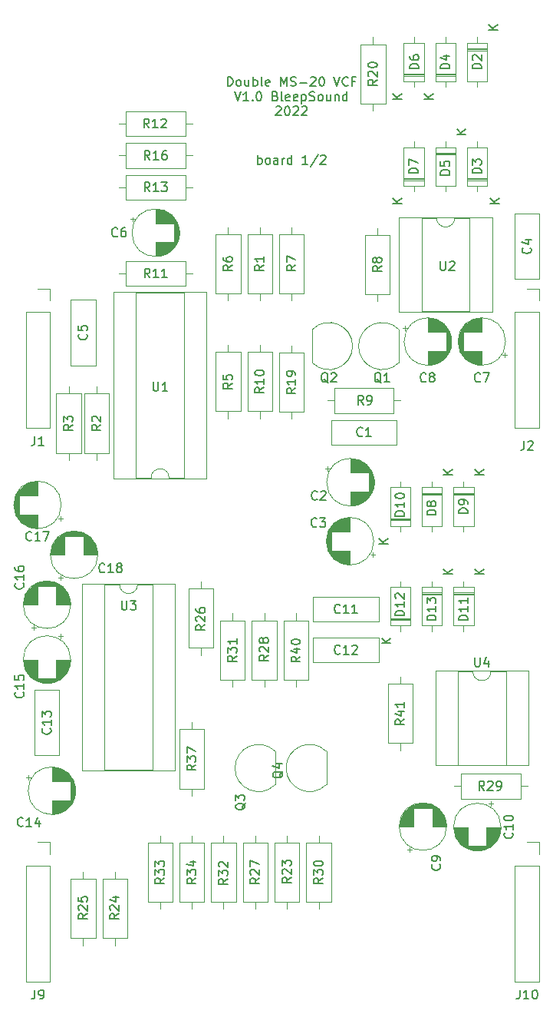
<source format=gto>
G04 #@! TF.GenerationSoftware,KiCad,Pcbnew,(6.0.1)*
G04 #@! TF.CreationDate,2022-02-07T15:41:23+01:00*
G04 #@! TF.ProjectId,MS20-VCF,4d533230-2d56-4434-962e-6b696361645f,rev?*
G04 #@! TF.SameCoordinates,Original*
G04 #@! TF.FileFunction,Legend,Top*
G04 #@! TF.FilePolarity,Positive*
%FSLAX46Y46*%
G04 Gerber Fmt 4.6, Leading zero omitted, Abs format (unit mm)*
G04 Created by KiCad (PCBNEW (6.0.1)) date 2022-02-07 15:41:23*
%MOMM*%
%LPD*%
G01*
G04 APERTURE LIST*
%ADD10C,0.150000*%
%ADD11C,0.120000*%
%ADD12R,1.600000X1.600000*%
%ADD13C,1.600000*%
%ADD14O,1.600000X1.600000*%
%ADD15R,1.700000X1.700000*%
%ADD16O,1.700000X1.700000*%
%ADD17R,1.500000X1.050000*%
%ADD18O,1.500000X1.050000*%
%ADD19C,2.000000*%
%ADD20O,2.000000X2.000000*%
%ADD21C,1.440000*%
G04 APERTURE END LIST*
D10*
X53952380Y-45342380D02*
X53952380Y-44342380D01*
X54190476Y-44342380D01*
X54333333Y-44390000D01*
X54428571Y-44485238D01*
X54476190Y-44580476D01*
X54523809Y-44770952D01*
X54523809Y-44913809D01*
X54476190Y-45104285D01*
X54428571Y-45199523D01*
X54333333Y-45294761D01*
X54190476Y-45342380D01*
X53952380Y-45342380D01*
X55095238Y-45342380D02*
X55000000Y-45294761D01*
X54952380Y-45247142D01*
X54904761Y-45151904D01*
X54904761Y-44866190D01*
X54952380Y-44770952D01*
X55000000Y-44723333D01*
X55095238Y-44675714D01*
X55238095Y-44675714D01*
X55333333Y-44723333D01*
X55380952Y-44770952D01*
X55428571Y-44866190D01*
X55428571Y-45151904D01*
X55380952Y-45247142D01*
X55333333Y-45294761D01*
X55238095Y-45342380D01*
X55095238Y-45342380D01*
X56285714Y-44675714D02*
X56285714Y-45342380D01*
X55857142Y-44675714D02*
X55857142Y-45199523D01*
X55904761Y-45294761D01*
X56000000Y-45342380D01*
X56142857Y-45342380D01*
X56238095Y-45294761D01*
X56285714Y-45247142D01*
X56761904Y-45342380D02*
X56761904Y-44342380D01*
X56761904Y-44723333D02*
X56857142Y-44675714D01*
X57047619Y-44675714D01*
X57142857Y-44723333D01*
X57190476Y-44770952D01*
X57238095Y-44866190D01*
X57238095Y-45151904D01*
X57190476Y-45247142D01*
X57142857Y-45294761D01*
X57047619Y-45342380D01*
X56857142Y-45342380D01*
X56761904Y-45294761D01*
X57809523Y-45342380D02*
X57714285Y-45294761D01*
X57666666Y-45199523D01*
X57666666Y-44342380D01*
X58571428Y-45294761D02*
X58476190Y-45342380D01*
X58285714Y-45342380D01*
X58190476Y-45294761D01*
X58142857Y-45199523D01*
X58142857Y-44818571D01*
X58190476Y-44723333D01*
X58285714Y-44675714D01*
X58476190Y-44675714D01*
X58571428Y-44723333D01*
X58619047Y-44818571D01*
X58619047Y-44913809D01*
X58142857Y-45009047D01*
X59809523Y-45342380D02*
X59809523Y-44342380D01*
X60142857Y-45056666D01*
X60476190Y-44342380D01*
X60476190Y-45342380D01*
X60904761Y-45294761D02*
X61047619Y-45342380D01*
X61285714Y-45342380D01*
X61380952Y-45294761D01*
X61428571Y-45247142D01*
X61476190Y-45151904D01*
X61476190Y-45056666D01*
X61428571Y-44961428D01*
X61380952Y-44913809D01*
X61285714Y-44866190D01*
X61095238Y-44818571D01*
X61000000Y-44770952D01*
X60952380Y-44723333D01*
X60904761Y-44628095D01*
X60904761Y-44532857D01*
X60952380Y-44437619D01*
X61000000Y-44390000D01*
X61095238Y-44342380D01*
X61333333Y-44342380D01*
X61476190Y-44390000D01*
X61904761Y-44961428D02*
X62666666Y-44961428D01*
X63095238Y-44437619D02*
X63142857Y-44390000D01*
X63238095Y-44342380D01*
X63476190Y-44342380D01*
X63571428Y-44390000D01*
X63619047Y-44437619D01*
X63666666Y-44532857D01*
X63666666Y-44628095D01*
X63619047Y-44770952D01*
X63047619Y-45342380D01*
X63666666Y-45342380D01*
X64285714Y-44342380D02*
X64380952Y-44342380D01*
X64476190Y-44390000D01*
X64523809Y-44437619D01*
X64571428Y-44532857D01*
X64619047Y-44723333D01*
X64619047Y-44961428D01*
X64571428Y-45151904D01*
X64523809Y-45247142D01*
X64476190Y-45294761D01*
X64380952Y-45342380D01*
X64285714Y-45342380D01*
X64190476Y-45294761D01*
X64142857Y-45247142D01*
X64095238Y-45151904D01*
X64047619Y-44961428D01*
X64047619Y-44723333D01*
X64095238Y-44532857D01*
X64142857Y-44437619D01*
X64190476Y-44390000D01*
X64285714Y-44342380D01*
X65666666Y-44342380D02*
X66000000Y-45342380D01*
X66333333Y-44342380D01*
X67238095Y-45247142D02*
X67190476Y-45294761D01*
X67047619Y-45342380D01*
X66952380Y-45342380D01*
X66809523Y-45294761D01*
X66714285Y-45199523D01*
X66666666Y-45104285D01*
X66619047Y-44913809D01*
X66619047Y-44770952D01*
X66666666Y-44580476D01*
X66714285Y-44485238D01*
X66809523Y-44390000D01*
X66952380Y-44342380D01*
X67047619Y-44342380D01*
X67190476Y-44390000D01*
X67238095Y-44437619D01*
X68000000Y-44818571D02*
X67666666Y-44818571D01*
X67666666Y-45342380D02*
X67666666Y-44342380D01*
X68142857Y-44342380D01*
X54738095Y-45952380D02*
X55071428Y-46952380D01*
X55404761Y-45952380D01*
X56261904Y-46952380D02*
X55690476Y-46952380D01*
X55976190Y-46952380D02*
X55976190Y-45952380D01*
X55880952Y-46095238D01*
X55785714Y-46190476D01*
X55690476Y-46238095D01*
X56690476Y-46857142D02*
X56738095Y-46904761D01*
X56690476Y-46952380D01*
X56642857Y-46904761D01*
X56690476Y-46857142D01*
X56690476Y-46952380D01*
X57357142Y-45952380D02*
X57452380Y-45952380D01*
X57547619Y-46000000D01*
X57595238Y-46047619D01*
X57642857Y-46142857D01*
X57690476Y-46333333D01*
X57690476Y-46571428D01*
X57642857Y-46761904D01*
X57595238Y-46857142D01*
X57547619Y-46904761D01*
X57452380Y-46952380D01*
X57357142Y-46952380D01*
X57261904Y-46904761D01*
X57214285Y-46857142D01*
X57166666Y-46761904D01*
X57119047Y-46571428D01*
X57119047Y-46333333D01*
X57166666Y-46142857D01*
X57214285Y-46047619D01*
X57261904Y-46000000D01*
X57357142Y-45952380D01*
X59214285Y-46428571D02*
X59357142Y-46476190D01*
X59404761Y-46523809D01*
X59452380Y-46619047D01*
X59452380Y-46761904D01*
X59404761Y-46857142D01*
X59357142Y-46904761D01*
X59261904Y-46952380D01*
X58880952Y-46952380D01*
X58880952Y-45952380D01*
X59214285Y-45952380D01*
X59309523Y-46000000D01*
X59357142Y-46047619D01*
X59404761Y-46142857D01*
X59404761Y-46238095D01*
X59357142Y-46333333D01*
X59309523Y-46380952D01*
X59214285Y-46428571D01*
X58880952Y-46428571D01*
X60023809Y-46952380D02*
X59928571Y-46904761D01*
X59880952Y-46809523D01*
X59880952Y-45952380D01*
X60785714Y-46904761D02*
X60690476Y-46952380D01*
X60500000Y-46952380D01*
X60404761Y-46904761D01*
X60357142Y-46809523D01*
X60357142Y-46428571D01*
X60404761Y-46333333D01*
X60500000Y-46285714D01*
X60690476Y-46285714D01*
X60785714Y-46333333D01*
X60833333Y-46428571D01*
X60833333Y-46523809D01*
X60357142Y-46619047D01*
X61642857Y-46904761D02*
X61547619Y-46952380D01*
X61357142Y-46952380D01*
X61261904Y-46904761D01*
X61214285Y-46809523D01*
X61214285Y-46428571D01*
X61261904Y-46333333D01*
X61357142Y-46285714D01*
X61547619Y-46285714D01*
X61642857Y-46333333D01*
X61690476Y-46428571D01*
X61690476Y-46523809D01*
X61214285Y-46619047D01*
X62119047Y-46285714D02*
X62119047Y-47285714D01*
X62119047Y-46333333D02*
X62214285Y-46285714D01*
X62404761Y-46285714D01*
X62500000Y-46333333D01*
X62547619Y-46380952D01*
X62595238Y-46476190D01*
X62595238Y-46761904D01*
X62547619Y-46857142D01*
X62500000Y-46904761D01*
X62404761Y-46952380D01*
X62214285Y-46952380D01*
X62119047Y-46904761D01*
X62976190Y-46904761D02*
X63119047Y-46952380D01*
X63357142Y-46952380D01*
X63452380Y-46904761D01*
X63500000Y-46857142D01*
X63547619Y-46761904D01*
X63547619Y-46666666D01*
X63500000Y-46571428D01*
X63452380Y-46523809D01*
X63357142Y-46476190D01*
X63166666Y-46428571D01*
X63071428Y-46380952D01*
X63023809Y-46333333D01*
X62976190Y-46238095D01*
X62976190Y-46142857D01*
X63023809Y-46047619D01*
X63071428Y-46000000D01*
X63166666Y-45952380D01*
X63404761Y-45952380D01*
X63547619Y-46000000D01*
X64119047Y-46952380D02*
X64023809Y-46904761D01*
X63976190Y-46857142D01*
X63928571Y-46761904D01*
X63928571Y-46476190D01*
X63976190Y-46380952D01*
X64023809Y-46333333D01*
X64119047Y-46285714D01*
X64261904Y-46285714D01*
X64357142Y-46333333D01*
X64404761Y-46380952D01*
X64452380Y-46476190D01*
X64452380Y-46761904D01*
X64404761Y-46857142D01*
X64357142Y-46904761D01*
X64261904Y-46952380D01*
X64119047Y-46952380D01*
X65309523Y-46285714D02*
X65309523Y-46952380D01*
X64880952Y-46285714D02*
X64880952Y-46809523D01*
X64928571Y-46904761D01*
X65023809Y-46952380D01*
X65166666Y-46952380D01*
X65261904Y-46904761D01*
X65309523Y-46857142D01*
X65785714Y-46285714D02*
X65785714Y-46952380D01*
X65785714Y-46380952D02*
X65833333Y-46333333D01*
X65928571Y-46285714D01*
X66071428Y-46285714D01*
X66166666Y-46333333D01*
X66214285Y-46428571D01*
X66214285Y-46952380D01*
X67119047Y-46952380D02*
X67119047Y-45952380D01*
X67119047Y-46904761D02*
X67023809Y-46952380D01*
X66833333Y-46952380D01*
X66738095Y-46904761D01*
X66690476Y-46857142D01*
X66642857Y-46761904D01*
X66642857Y-46476190D01*
X66690476Y-46380952D01*
X66738095Y-46333333D01*
X66833333Y-46285714D01*
X67023809Y-46285714D01*
X67119047Y-46333333D01*
X59285714Y-47657619D02*
X59333333Y-47610000D01*
X59428571Y-47562380D01*
X59666666Y-47562380D01*
X59761904Y-47610000D01*
X59809523Y-47657619D01*
X59857142Y-47752857D01*
X59857142Y-47848095D01*
X59809523Y-47990952D01*
X59238095Y-48562380D01*
X59857142Y-48562380D01*
X60476190Y-47562380D02*
X60571428Y-47562380D01*
X60666666Y-47610000D01*
X60714285Y-47657619D01*
X60761904Y-47752857D01*
X60809523Y-47943333D01*
X60809523Y-48181428D01*
X60761904Y-48371904D01*
X60714285Y-48467142D01*
X60666666Y-48514761D01*
X60571428Y-48562380D01*
X60476190Y-48562380D01*
X60380952Y-48514761D01*
X60333333Y-48467142D01*
X60285714Y-48371904D01*
X60238095Y-48181428D01*
X60238095Y-47943333D01*
X60285714Y-47752857D01*
X60333333Y-47657619D01*
X60380952Y-47610000D01*
X60476190Y-47562380D01*
X61190476Y-47657619D02*
X61238095Y-47610000D01*
X61333333Y-47562380D01*
X61571428Y-47562380D01*
X61666666Y-47610000D01*
X61714285Y-47657619D01*
X61761904Y-47752857D01*
X61761904Y-47848095D01*
X61714285Y-47990952D01*
X61142857Y-48562380D01*
X61761904Y-48562380D01*
X62142857Y-47657619D02*
X62190476Y-47610000D01*
X62285714Y-47562380D01*
X62523809Y-47562380D01*
X62619047Y-47610000D01*
X62666666Y-47657619D01*
X62714285Y-47752857D01*
X62714285Y-47848095D01*
X62666666Y-47990952D01*
X62095238Y-48562380D01*
X62714285Y-48562380D01*
X57261904Y-53952380D02*
X57261904Y-52952380D01*
X57261904Y-53333333D02*
X57357142Y-53285714D01*
X57547619Y-53285714D01*
X57642857Y-53333333D01*
X57690476Y-53380952D01*
X57738095Y-53476190D01*
X57738095Y-53761904D01*
X57690476Y-53857142D01*
X57642857Y-53904761D01*
X57547619Y-53952380D01*
X57357142Y-53952380D01*
X57261904Y-53904761D01*
X58309523Y-53952380D02*
X58214285Y-53904761D01*
X58166666Y-53857142D01*
X58119047Y-53761904D01*
X58119047Y-53476190D01*
X58166666Y-53380952D01*
X58214285Y-53333333D01*
X58309523Y-53285714D01*
X58452380Y-53285714D01*
X58547619Y-53333333D01*
X58595238Y-53380952D01*
X58642857Y-53476190D01*
X58642857Y-53761904D01*
X58595238Y-53857142D01*
X58547619Y-53904761D01*
X58452380Y-53952380D01*
X58309523Y-53952380D01*
X59500000Y-53952380D02*
X59500000Y-53428571D01*
X59452380Y-53333333D01*
X59357142Y-53285714D01*
X59166666Y-53285714D01*
X59071428Y-53333333D01*
X59500000Y-53904761D02*
X59404761Y-53952380D01*
X59166666Y-53952380D01*
X59071428Y-53904761D01*
X59023809Y-53809523D01*
X59023809Y-53714285D01*
X59071428Y-53619047D01*
X59166666Y-53571428D01*
X59404761Y-53571428D01*
X59500000Y-53523809D01*
X59976190Y-53952380D02*
X59976190Y-53285714D01*
X59976190Y-53476190D02*
X60023809Y-53380952D01*
X60071428Y-53333333D01*
X60166666Y-53285714D01*
X60261904Y-53285714D01*
X61023809Y-53952380D02*
X61023809Y-52952380D01*
X61023809Y-53904761D02*
X60928571Y-53952380D01*
X60738095Y-53952380D01*
X60642857Y-53904761D01*
X60595238Y-53857142D01*
X60547619Y-53761904D01*
X60547619Y-53476190D01*
X60595238Y-53380952D01*
X60642857Y-53333333D01*
X60738095Y-53285714D01*
X60928571Y-53285714D01*
X61023809Y-53333333D01*
X62785714Y-53952380D02*
X62214285Y-53952380D01*
X62500000Y-53952380D02*
X62500000Y-52952380D01*
X62404761Y-53095238D01*
X62309523Y-53190476D01*
X62214285Y-53238095D01*
X63928571Y-52904761D02*
X63071428Y-54190476D01*
X64214285Y-53047619D02*
X64261904Y-53000000D01*
X64357142Y-52952380D01*
X64595238Y-52952380D01*
X64690476Y-53000000D01*
X64738095Y-53047619D01*
X64785714Y-53142857D01*
X64785714Y-53238095D01*
X64738095Y-53380952D01*
X64166666Y-53952380D01*
X64785714Y-53952380D01*
X63833333Y-90857142D02*
X63785714Y-90904761D01*
X63642857Y-90952380D01*
X63547619Y-90952380D01*
X63404761Y-90904761D01*
X63309523Y-90809523D01*
X63261904Y-90714285D01*
X63214285Y-90523809D01*
X63214285Y-90380952D01*
X63261904Y-90190476D01*
X63309523Y-90095238D01*
X63404761Y-90000000D01*
X63547619Y-89952380D01*
X63642857Y-89952380D01*
X63785714Y-90000000D01*
X63833333Y-90047619D01*
X64214285Y-90047619D02*
X64261904Y-90000000D01*
X64357142Y-89952380D01*
X64595238Y-89952380D01*
X64690476Y-90000000D01*
X64738095Y-90047619D01*
X64785714Y-90142857D01*
X64785714Y-90238095D01*
X64738095Y-90380952D01*
X64166666Y-90952380D01*
X64785714Y-90952380D01*
X63788446Y-93857142D02*
X63740827Y-93904761D01*
X63597970Y-93952380D01*
X63502732Y-93952380D01*
X63359874Y-93904761D01*
X63264636Y-93809523D01*
X63217017Y-93714285D01*
X63169398Y-93523809D01*
X63169398Y-93380952D01*
X63217017Y-93190476D01*
X63264636Y-93095238D01*
X63359874Y-93000000D01*
X63502732Y-92952380D01*
X63597970Y-92952380D01*
X63740827Y-93000000D01*
X63788446Y-93047619D01*
X64121779Y-92952380D02*
X64740827Y-92952380D01*
X64407493Y-93333333D01*
X64550351Y-93333333D01*
X64645589Y-93380952D01*
X64693208Y-93428571D01*
X64740827Y-93523809D01*
X64740827Y-93761904D01*
X64693208Y-93857142D01*
X64645589Y-93904761D01*
X64550351Y-93952380D01*
X64264636Y-93952380D01*
X64169398Y-93904761D01*
X64121779Y-93857142D01*
X87357142Y-63166666D02*
X87404761Y-63214285D01*
X87452380Y-63357142D01*
X87452380Y-63452380D01*
X87404761Y-63595238D01*
X87309523Y-63690476D01*
X87214285Y-63738095D01*
X87023809Y-63785714D01*
X86880952Y-63785714D01*
X86690476Y-63738095D01*
X86595238Y-63690476D01*
X86500000Y-63595238D01*
X86452380Y-63452380D01*
X86452380Y-63357142D01*
X86500000Y-63214285D01*
X86547619Y-63166666D01*
X86785714Y-62309523D02*
X87452380Y-62309523D01*
X86404761Y-62547619D02*
X87119047Y-62785714D01*
X87119047Y-62166666D01*
X41788445Y-61857142D02*
X41740826Y-61904761D01*
X41597969Y-61952380D01*
X41502731Y-61952380D01*
X41359873Y-61904761D01*
X41264635Y-61809523D01*
X41217016Y-61714285D01*
X41169397Y-61523809D01*
X41169397Y-61380952D01*
X41217016Y-61190476D01*
X41264635Y-61095238D01*
X41359873Y-61000000D01*
X41502731Y-60952380D01*
X41597969Y-60952380D01*
X41740826Y-61000000D01*
X41788445Y-61047619D01*
X42645588Y-60952380D02*
X42455112Y-60952380D01*
X42359873Y-61000000D01*
X42312254Y-61047619D01*
X42217016Y-61190476D01*
X42169397Y-61380952D01*
X42169397Y-61761904D01*
X42217016Y-61857142D01*
X42264635Y-61904761D01*
X42359873Y-61952380D01*
X42550350Y-61952380D01*
X42645588Y-61904761D01*
X42693207Y-61857142D01*
X42740826Y-61761904D01*
X42740826Y-61523809D01*
X42693207Y-61428571D01*
X42645588Y-61380952D01*
X42550350Y-61333333D01*
X42359873Y-61333333D01*
X42264635Y-61380952D01*
X42217016Y-61428571D01*
X42169397Y-61523809D01*
X66357142Y-107857142D02*
X66309523Y-107904761D01*
X66166666Y-107952380D01*
X66071428Y-107952380D01*
X65928571Y-107904761D01*
X65833333Y-107809523D01*
X65785714Y-107714285D01*
X65738095Y-107523809D01*
X65738095Y-107380952D01*
X65785714Y-107190476D01*
X65833333Y-107095238D01*
X65928571Y-107000000D01*
X66071428Y-106952380D01*
X66166666Y-106952380D01*
X66309523Y-107000000D01*
X66357142Y-107047619D01*
X67309523Y-107952380D02*
X66738095Y-107952380D01*
X67023809Y-107952380D02*
X67023809Y-106952380D01*
X66928571Y-107095238D01*
X66833333Y-107190476D01*
X66738095Y-107238095D01*
X67690476Y-107047619D02*
X67738095Y-107000000D01*
X67833333Y-106952380D01*
X68071428Y-106952380D01*
X68166666Y-107000000D01*
X68214285Y-107047619D01*
X68261904Y-107142857D01*
X68261904Y-107238095D01*
X68214285Y-107380952D01*
X67642857Y-107952380D01*
X68261904Y-107952380D01*
X34357142Y-116142857D02*
X34404761Y-116190476D01*
X34452380Y-116333333D01*
X34452380Y-116428571D01*
X34404761Y-116571428D01*
X34309523Y-116666666D01*
X34214285Y-116714285D01*
X34023809Y-116761904D01*
X33880952Y-116761904D01*
X33690476Y-116714285D01*
X33595238Y-116666666D01*
X33500000Y-116571428D01*
X33452380Y-116428571D01*
X33452380Y-116333333D01*
X33500000Y-116190476D01*
X33547619Y-116142857D01*
X34452380Y-115190476D02*
X34452380Y-115761904D01*
X34452380Y-115476190D02*
X33452380Y-115476190D01*
X33595238Y-115571428D01*
X33690476Y-115666666D01*
X33738095Y-115761904D01*
X33452380Y-114857142D02*
X33452380Y-114238095D01*
X33833333Y-114571428D01*
X33833333Y-114428571D01*
X33880952Y-114333333D01*
X33928571Y-114285714D01*
X34023809Y-114238095D01*
X34261904Y-114238095D01*
X34357142Y-114285714D01*
X34404761Y-114333333D01*
X34452380Y-114428571D01*
X34452380Y-114714285D01*
X34404761Y-114809523D01*
X34357142Y-114857142D01*
X81952380Y-43428095D02*
X80952380Y-43428095D01*
X80952380Y-43190000D01*
X81000000Y-43047142D01*
X81095238Y-42951904D01*
X81190476Y-42904285D01*
X81380952Y-42856666D01*
X81523809Y-42856666D01*
X81714285Y-42904285D01*
X81809523Y-42951904D01*
X81904761Y-43047142D01*
X81952380Y-43190000D01*
X81952380Y-43428095D01*
X81047619Y-42475714D02*
X81000000Y-42428095D01*
X80952380Y-42332857D01*
X80952380Y-42094761D01*
X81000000Y-41999523D01*
X81047619Y-41951904D01*
X81142857Y-41904285D01*
X81238095Y-41904285D01*
X81380952Y-41951904D01*
X81952380Y-42523333D01*
X81952380Y-41904285D01*
X83752380Y-39141904D02*
X82752380Y-39141904D01*
X83752380Y-38570476D02*
X83180952Y-38999047D01*
X82752380Y-38570476D02*
X83323809Y-39141904D01*
X81952380Y-54928095D02*
X80952380Y-54928095D01*
X80952380Y-54690000D01*
X81000000Y-54547142D01*
X81095238Y-54451904D01*
X81190476Y-54404285D01*
X81380952Y-54356666D01*
X81523809Y-54356666D01*
X81714285Y-54404285D01*
X81809523Y-54451904D01*
X81904761Y-54547142D01*
X81952380Y-54690000D01*
X81952380Y-54928095D01*
X80952380Y-54023333D02*
X80952380Y-53404285D01*
X81333333Y-53737619D01*
X81333333Y-53594761D01*
X81380952Y-53499523D01*
X81428571Y-53451904D01*
X81523809Y-53404285D01*
X81761904Y-53404285D01*
X81857142Y-53451904D01*
X81904761Y-53499523D01*
X81952380Y-53594761D01*
X81952380Y-53880476D01*
X81904761Y-53975714D01*
X81857142Y-54023333D01*
X83952380Y-58261904D02*
X82952380Y-58261904D01*
X83952380Y-57690476D02*
X83380952Y-58119047D01*
X82952380Y-57690476D02*
X83523809Y-58261904D01*
X78452380Y-43428095D02*
X77452380Y-43428095D01*
X77452380Y-43190000D01*
X77500000Y-43047142D01*
X77595238Y-42951904D01*
X77690476Y-42904285D01*
X77880952Y-42856666D01*
X78023809Y-42856666D01*
X78214285Y-42904285D01*
X78309523Y-42951904D01*
X78404761Y-43047142D01*
X78452380Y-43190000D01*
X78452380Y-43428095D01*
X77785714Y-41999523D02*
X78452380Y-41999523D01*
X77404761Y-42237619D02*
X78119047Y-42475714D01*
X78119047Y-41856666D01*
X76652380Y-46761904D02*
X75652380Y-46761904D01*
X76652380Y-46190476D02*
X76080952Y-46619047D01*
X75652380Y-46190476D02*
X76223809Y-46761904D01*
X78452380Y-55118095D02*
X77452380Y-55118095D01*
X77452380Y-54880000D01*
X77500000Y-54737142D01*
X77595238Y-54641904D01*
X77690476Y-54594285D01*
X77880952Y-54546666D01*
X78023809Y-54546666D01*
X78214285Y-54594285D01*
X78309523Y-54641904D01*
X78404761Y-54737142D01*
X78452380Y-54880000D01*
X78452380Y-55118095D01*
X77452380Y-53641904D02*
X77452380Y-54118095D01*
X77928571Y-54165714D01*
X77880952Y-54118095D01*
X77833333Y-54022857D01*
X77833333Y-53784761D01*
X77880952Y-53689523D01*
X77928571Y-53641904D01*
X78023809Y-53594285D01*
X78261904Y-53594285D01*
X78357142Y-53641904D01*
X78404761Y-53689523D01*
X78452380Y-53784761D01*
X78452380Y-54022857D01*
X78404761Y-54118095D01*
X78357142Y-54165714D01*
X80252380Y-50641904D02*
X79252380Y-50641904D01*
X80252380Y-50070476D02*
X79680952Y-50499047D01*
X79252380Y-50070476D02*
X79823809Y-50641904D01*
X75052380Y-43428095D02*
X74052380Y-43428095D01*
X74052380Y-43190000D01*
X74100000Y-43047142D01*
X74195238Y-42951904D01*
X74290476Y-42904285D01*
X74480952Y-42856666D01*
X74623809Y-42856666D01*
X74814285Y-42904285D01*
X74909523Y-42951904D01*
X75004761Y-43047142D01*
X75052380Y-43190000D01*
X75052380Y-43428095D01*
X74052380Y-41999523D02*
X74052380Y-42190000D01*
X74100000Y-42285238D01*
X74147619Y-42332857D01*
X74290476Y-42428095D01*
X74480952Y-42475714D01*
X74861904Y-42475714D01*
X74957142Y-42428095D01*
X75004761Y-42380476D01*
X75052380Y-42285238D01*
X75052380Y-42094761D01*
X75004761Y-41999523D01*
X74957142Y-41951904D01*
X74861904Y-41904285D01*
X74623809Y-41904285D01*
X74528571Y-41951904D01*
X74480952Y-41999523D01*
X74433333Y-42094761D01*
X74433333Y-42285238D01*
X74480952Y-42380476D01*
X74528571Y-42428095D01*
X74623809Y-42475714D01*
X73152380Y-46761904D02*
X72152380Y-46761904D01*
X73152380Y-46190476D02*
X72580952Y-46619047D01*
X72152380Y-46190476D02*
X72723809Y-46761904D01*
X74952380Y-54928095D02*
X73952380Y-54928095D01*
X73952380Y-54690000D01*
X74000000Y-54547142D01*
X74095238Y-54451904D01*
X74190476Y-54404285D01*
X74380952Y-54356666D01*
X74523809Y-54356666D01*
X74714285Y-54404285D01*
X74809523Y-54451904D01*
X74904761Y-54547142D01*
X74952380Y-54690000D01*
X74952380Y-54928095D01*
X73952380Y-54023333D02*
X73952380Y-53356666D01*
X74952380Y-53785238D01*
X73152380Y-58261904D02*
X72152380Y-58261904D01*
X73152380Y-57690476D02*
X72580952Y-58119047D01*
X72152380Y-57690476D02*
X72723809Y-58261904D01*
X86666666Y-84452380D02*
X86666666Y-85166666D01*
X86619047Y-85309523D01*
X86523809Y-85404761D01*
X86380952Y-85452380D01*
X86285714Y-85452380D01*
X87095238Y-84547619D02*
X87142857Y-84500000D01*
X87238095Y-84452380D01*
X87476190Y-84452380D01*
X87571428Y-84500000D01*
X87619047Y-84547619D01*
X87666666Y-84642857D01*
X87666666Y-84738095D01*
X87619047Y-84880952D01*
X87047619Y-85452380D01*
X87666666Y-85452380D01*
X32666666Y-144952380D02*
X32666666Y-145666666D01*
X32619047Y-145809523D01*
X32523809Y-145904761D01*
X32380952Y-145952380D01*
X32285714Y-145952380D01*
X33190476Y-145952380D02*
X33380952Y-145952380D01*
X33476190Y-145904761D01*
X33523809Y-145857142D01*
X33619047Y-145714285D01*
X33666666Y-145523809D01*
X33666666Y-145142857D01*
X33619047Y-145047619D01*
X33571428Y-145000000D01*
X33476190Y-144952380D01*
X33285714Y-144952380D01*
X33190476Y-145000000D01*
X33142857Y-145047619D01*
X33095238Y-145142857D01*
X33095238Y-145380952D01*
X33142857Y-145476190D01*
X33190476Y-145523809D01*
X33285714Y-145571428D01*
X33476190Y-145571428D01*
X33571428Y-145523809D01*
X33619047Y-145476190D01*
X33666666Y-145380952D01*
X70904761Y-78047619D02*
X70809523Y-78000000D01*
X70714285Y-77904761D01*
X70571428Y-77761904D01*
X70476190Y-77714285D01*
X70380952Y-77714285D01*
X70428571Y-77952380D02*
X70333333Y-77904761D01*
X70238095Y-77809523D01*
X70190476Y-77619047D01*
X70190476Y-77285714D01*
X70238095Y-77095238D01*
X70333333Y-77000000D01*
X70428571Y-76952380D01*
X70619047Y-76952380D01*
X70714285Y-77000000D01*
X70809523Y-77095238D01*
X70857142Y-77285714D01*
X70857142Y-77619047D01*
X70809523Y-77809523D01*
X70714285Y-77904761D01*
X70619047Y-77952380D01*
X70428571Y-77952380D01*
X71809523Y-77952380D02*
X71238095Y-77952380D01*
X71523809Y-77952380D02*
X71523809Y-76952380D01*
X71428571Y-77095238D01*
X71333333Y-77190476D01*
X71238095Y-77238095D01*
X65044761Y-78047619D02*
X64949523Y-78000000D01*
X64854285Y-77904761D01*
X64711428Y-77761904D01*
X64616190Y-77714285D01*
X64520952Y-77714285D01*
X64568571Y-77952380D02*
X64473333Y-77904761D01*
X64378095Y-77809523D01*
X64330476Y-77619047D01*
X64330476Y-77285714D01*
X64378095Y-77095238D01*
X64473333Y-77000000D01*
X64568571Y-76952380D01*
X64759047Y-76952380D01*
X64854285Y-77000000D01*
X64949523Y-77095238D01*
X64997142Y-77285714D01*
X64997142Y-77619047D01*
X64949523Y-77809523D01*
X64854285Y-77904761D01*
X64759047Y-77952380D01*
X64568571Y-77952380D01*
X65378095Y-77047619D02*
X65425714Y-77000000D01*
X65520952Y-76952380D01*
X65759047Y-76952380D01*
X65854285Y-77000000D01*
X65901904Y-77047619D01*
X65949523Y-77142857D01*
X65949523Y-77238095D01*
X65901904Y-77380952D01*
X65330476Y-77952380D01*
X65949523Y-77952380D01*
X55907619Y-124365238D02*
X55860000Y-124460476D01*
X55764761Y-124555714D01*
X55621904Y-124698571D01*
X55574285Y-124793809D01*
X55574285Y-124889047D01*
X55812380Y-124841428D02*
X55764761Y-124936666D01*
X55669523Y-125031904D01*
X55479047Y-125079523D01*
X55145714Y-125079523D01*
X54955238Y-125031904D01*
X54860000Y-124936666D01*
X54812380Y-124841428D01*
X54812380Y-124650952D01*
X54860000Y-124555714D01*
X54955238Y-124460476D01*
X55145714Y-124412857D01*
X55479047Y-124412857D01*
X55669523Y-124460476D01*
X55764761Y-124555714D01*
X55812380Y-124650952D01*
X55812380Y-124841428D01*
X54812380Y-124079523D02*
X54812380Y-123460476D01*
X55193333Y-123793809D01*
X55193333Y-123650952D01*
X55240952Y-123555714D01*
X55288571Y-123508095D01*
X55383809Y-123460476D01*
X55621904Y-123460476D01*
X55717142Y-123508095D01*
X55764761Y-123555714D01*
X55812380Y-123650952D01*
X55812380Y-123936666D01*
X55764761Y-124031904D01*
X55717142Y-124079523D01*
X57952380Y-65086666D02*
X57476190Y-65420000D01*
X57952380Y-65658095D02*
X56952380Y-65658095D01*
X56952380Y-65277142D01*
X57000000Y-65181904D01*
X57047619Y-65134285D01*
X57142857Y-65086666D01*
X57285714Y-65086666D01*
X57380952Y-65134285D01*
X57428571Y-65181904D01*
X57476190Y-65277142D01*
X57476190Y-65658095D01*
X57952380Y-64134285D02*
X57952380Y-64705714D01*
X57952380Y-64420000D02*
X56952380Y-64420000D01*
X57095238Y-64515238D01*
X57190476Y-64610476D01*
X57238095Y-64705714D01*
X36852380Y-82666666D02*
X36376190Y-83000000D01*
X36852380Y-83238095D02*
X35852380Y-83238095D01*
X35852380Y-82857142D01*
X35900000Y-82761904D01*
X35947619Y-82714285D01*
X36042857Y-82666666D01*
X36185714Y-82666666D01*
X36280952Y-82714285D01*
X36328571Y-82761904D01*
X36376190Y-82857142D01*
X36376190Y-83238095D01*
X35852380Y-82333333D02*
X35852380Y-81714285D01*
X36233333Y-82047619D01*
X36233333Y-81904761D01*
X36280952Y-81809523D01*
X36328571Y-81761904D01*
X36423809Y-81714285D01*
X36661904Y-81714285D01*
X36757142Y-81761904D01*
X36804761Y-81809523D01*
X36852380Y-81904761D01*
X36852380Y-82190476D01*
X36804761Y-82285714D01*
X36757142Y-82333333D01*
X54452380Y-78086666D02*
X53976190Y-78420000D01*
X54452380Y-78658095D02*
X53452380Y-78658095D01*
X53452380Y-78277142D01*
X53500000Y-78181904D01*
X53547619Y-78134285D01*
X53642857Y-78086666D01*
X53785714Y-78086666D01*
X53880952Y-78134285D01*
X53928571Y-78181904D01*
X53976190Y-78277142D01*
X53976190Y-78658095D01*
X53452380Y-77181904D02*
X53452380Y-77658095D01*
X53928571Y-77705714D01*
X53880952Y-77658095D01*
X53833333Y-77562857D01*
X53833333Y-77324761D01*
X53880952Y-77229523D01*
X53928571Y-77181904D01*
X54023809Y-77134285D01*
X54261904Y-77134285D01*
X54357142Y-77181904D01*
X54404761Y-77229523D01*
X54452380Y-77324761D01*
X54452380Y-77562857D01*
X54404761Y-77658095D01*
X54357142Y-77705714D01*
X54452380Y-65086666D02*
X53976190Y-65420000D01*
X54452380Y-65658095D02*
X53452380Y-65658095D01*
X53452380Y-65277142D01*
X53500000Y-65181904D01*
X53547619Y-65134285D01*
X53642857Y-65086666D01*
X53785714Y-65086666D01*
X53880952Y-65134285D01*
X53928571Y-65181904D01*
X53976190Y-65277142D01*
X53976190Y-65658095D01*
X53452380Y-64229523D02*
X53452380Y-64420000D01*
X53500000Y-64515238D01*
X53547619Y-64562857D01*
X53690476Y-64658095D01*
X53880952Y-64705714D01*
X54261904Y-64705714D01*
X54357142Y-64658095D01*
X54404761Y-64610476D01*
X54452380Y-64515238D01*
X54452380Y-64324761D01*
X54404761Y-64229523D01*
X54357142Y-64181904D01*
X54261904Y-64134285D01*
X54023809Y-64134285D01*
X53928571Y-64181904D01*
X53880952Y-64229523D01*
X53833333Y-64324761D01*
X53833333Y-64515238D01*
X53880952Y-64610476D01*
X53928571Y-64658095D01*
X54023809Y-64705714D01*
X61452380Y-65086666D02*
X60976190Y-65420000D01*
X61452380Y-65658095D02*
X60452380Y-65658095D01*
X60452380Y-65277142D01*
X60500000Y-65181904D01*
X60547619Y-65134285D01*
X60642857Y-65086666D01*
X60785714Y-65086666D01*
X60880952Y-65134285D01*
X60928571Y-65181904D01*
X60976190Y-65277142D01*
X60976190Y-65658095D01*
X60452380Y-64753333D02*
X60452380Y-64086666D01*
X61452380Y-64515238D01*
X68913333Y-80452380D02*
X68580000Y-79976190D01*
X68341904Y-80452380D02*
X68341904Y-79452380D01*
X68722857Y-79452380D01*
X68818095Y-79500000D01*
X68865714Y-79547619D01*
X68913333Y-79642857D01*
X68913333Y-79785714D01*
X68865714Y-79880952D01*
X68818095Y-79928571D01*
X68722857Y-79976190D01*
X68341904Y-79976190D01*
X69389523Y-80452380D02*
X69580000Y-80452380D01*
X69675238Y-80404761D01*
X69722857Y-80357142D01*
X69818095Y-80214285D01*
X69865714Y-80023809D01*
X69865714Y-79642857D01*
X69818095Y-79547619D01*
X69770476Y-79500000D01*
X69675238Y-79452380D01*
X69484761Y-79452380D01*
X69389523Y-79500000D01*
X69341904Y-79547619D01*
X69294285Y-79642857D01*
X69294285Y-79880952D01*
X69341904Y-79976190D01*
X69389523Y-80023809D01*
X69484761Y-80071428D01*
X69675238Y-80071428D01*
X69770476Y-80023809D01*
X69818095Y-79976190D01*
X69865714Y-79880952D01*
X45357142Y-66452380D02*
X45023809Y-65976190D01*
X44785714Y-66452380D02*
X44785714Y-65452380D01*
X45166666Y-65452380D01*
X45261904Y-65500000D01*
X45309523Y-65547619D01*
X45357142Y-65642857D01*
X45357142Y-65785714D01*
X45309523Y-65880952D01*
X45261904Y-65928571D01*
X45166666Y-65976190D01*
X44785714Y-65976190D01*
X46309523Y-66452380D02*
X45738095Y-66452380D01*
X46023809Y-66452380D02*
X46023809Y-65452380D01*
X45928571Y-65595238D01*
X45833333Y-65690476D01*
X45738095Y-65738095D01*
X47261904Y-66452380D02*
X46690476Y-66452380D01*
X46976190Y-66452380D02*
X46976190Y-65452380D01*
X46880952Y-65595238D01*
X46785714Y-65690476D01*
X46690476Y-65738095D01*
X45277142Y-49952380D02*
X44943809Y-49476190D01*
X44705714Y-49952380D02*
X44705714Y-48952380D01*
X45086666Y-48952380D01*
X45181904Y-49000000D01*
X45229523Y-49047619D01*
X45277142Y-49142857D01*
X45277142Y-49285714D01*
X45229523Y-49380952D01*
X45181904Y-49428571D01*
X45086666Y-49476190D01*
X44705714Y-49476190D01*
X46229523Y-49952380D02*
X45658095Y-49952380D01*
X45943809Y-49952380D02*
X45943809Y-48952380D01*
X45848571Y-49095238D01*
X45753333Y-49190476D01*
X45658095Y-49238095D01*
X46610476Y-49047619D02*
X46658095Y-49000000D01*
X46753333Y-48952380D01*
X46991428Y-48952380D01*
X47086666Y-49000000D01*
X47134285Y-49047619D01*
X47181904Y-49142857D01*
X47181904Y-49238095D01*
X47134285Y-49380952D01*
X46562857Y-49952380D01*
X47181904Y-49952380D01*
X45357142Y-56952380D02*
X45023809Y-56476190D01*
X44785714Y-56952380D02*
X44785714Y-55952380D01*
X45166666Y-55952380D01*
X45261904Y-56000000D01*
X45309523Y-56047619D01*
X45357142Y-56142857D01*
X45357142Y-56285714D01*
X45309523Y-56380952D01*
X45261904Y-56428571D01*
X45166666Y-56476190D01*
X44785714Y-56476190D01*
X46309523Y-56952380D02*
X45738095Y-56952380D01*
X46023809Y-56952380D02*
X46023809Y-55952380D01*
X45928571Y-56095238D01*
X45833333Y-56190476D01*
X45738095Y-56238095D01*
X46642857Y-55952380D02*
X47261904Y-55952380D01*
X46928571Y-56333333D01*
X47071428Y-56333333D01*
X47166666Y-56380952D01*
X47214285Y-56428571D01*
X47261904Y-56523809D01*
X47261904Y-56761904D01*
X47214285Y-56857142D01*
X47166666Y-56904761D01*
X47071428Y-56952380D01*
X46785714Y-56952380D01*
X46690476Y-56904761D01*
X46642857Y-56857142D01*
X45357142Y-53452380D02*
X45023809Y-52976190D01*
X44785714Y-53452380D02*
X44785714Y-52452380D01*
X45166666Y-52452380D01*
X45261904Y-52500000D01*
X45309523Y-52547619D01*
X45357142Y-52642857D01*
X45357142Y-52785714D01*
X45309523Y-52880952D01*
X45261904Y-52928571D01*
X45166666Y-52976190D01*
X44785714Y-52976190D01*
X46309523Y-53452380D02*
X45738095Y-53452380D01*
X46023809Y-53452380D02*
X46023809Y-52452380D01*
X45928571Y-52595238D01*
X45833333Y-52690476D01*
X45738095Y-52738095D01*
X47166666Y-52452380D02*
X46976190Y-52452380D01*
X46880952Y-52500000D01*
X46833333Y-52547619D01*
X46738095Y-52690476D01*
X46690476Y-52880952D01*
X46690476Y-53261904D01*
X46738095Y-53357142D01*
X46785714Y-53404761D01*
X46880952Y-53452380D01*
X47071428Y-53452380D01*
X47166666Y-53404761D01*
X47214285Y-53357142D01*
X47261904Y-53261904D01*
X47261904Y-53023809D01*
X47214285Y-52928571D01*
X47166666Y-52880952D01*
X47071428Y-52833333D01*
X46880952Y-52833333D01*
X46785714Y-52880952D01*
X46738095Y-52928571D01*
X46690476Y-53023809D01*
X70452380Y-44642857D02*
X69976190Y-44976190D01*
X70452380Y-45214285D02*
X69452380Y-45214285D01*
X69452380Y-44833333D01*
X69500000Y-44738095D01*
X69547619Y-44690476D01*
X69642857Y-44642857D01*
X69785714Y-44642857D01*
X69880952Y-44690476D01*
X69928571Y-44738095D01*
X69976190Y-44833333D01*
X69976190Y-45214285D01*
X69547619Y-44261904D02*
X69500000Y-44214285D01*
X69452380Y-44119047D01*
X69452380Y-43880952D01*
X69500000Y-43785714D01*
X69547619Y-43738095D01*
X69642857Y-43690476D01*
X69738095Y-43690476D01*
X69880952Y-43738095D01*
X70452380Y-44309523D01*
X70452380Y-43690476D01*
X69452380Y-43071428D02*
X69452380Y-42976190D01*
X69500000Y-42880952D01*
X69547619Y-42833333D01*
X69642857Y-42785714D01*
X69833333Y-42738095D01*
X70071428Y-42738095D01*
X70261904Y-42785714D01*
X70357142Y-42833333D01*
X70404761Y-42880952D01*
X70452380Y-42976190D01*
X70452380Y-43071428D01*
X70404761Y-43166666D01*
X70357142Y-43214285D01*
X70261904Y-43261904D01*
X70071428Y-43309523D01*
X69833333Y-43309523D01*
X69642857Y-43261904D01*
X69547619Y-43214285D01*
X69500000Y-43166666D01*
X69452380Y-43071428D01*
X60952380Y-132562857D02*
X60476190Y-132896190D01*
X60952380Y-133134285D02*
X59952380Y-133134285D01*
X59952380Y-132753333D01*
X60000000Y-132658095D01*
X60047619Y-132610476D01*
X60142857Y-132562857D01*
X60285714Y-132562857D01*
X60380952Y-132610476D01*
X60428571Y-132658095D01*
X60476190Y-132753333D01*
X60476190Y-133134285D01*
X60047619Y-132181904D02*
X60000000Y-132134285D01*
X59952380Y-132039047D01*
X59952380Y-131800952D01*
X60000000Y-131705714D01*
X60047619Y-131658095D01*
X60142857Y-131610476D01*
X60238095Y-131610476D01*
X60380952Y-131658095D01*
X60952380Y-132229523D01*
X60952380Y-131610476D01*
X59952380Y-131277142D02*
X59952380Y-130658095D01*
X60333333Y-130991428D01*
X60333333Y-130848571D01*
X60380952Y-130753333D01*
X60428571Y-130705714D01*
X60523809Y-130658095D01*
X60761904Y-130658095D01*
X60857142Y-130705714D01*
X60904761Y-130753333D01*
X60952380Y-130848571D01*
X60952380Y-131134285D01*
X60904761Y-131229523D01*
X60857142Y-131277142D01*
X51452380Y-104722857D02*
X50976190Y-105056190D01*
X51452380Y-105294285D02*
X50452380Y-105294285D01*
X50452380Y-104913333D01*
X50500000Y-104818095D01*
X50547619Y-104770476D01*
X50642857Y-104722857D01*
X50785714Y-104722857D01*
X50880952Y-104770476D01*
X50928571Y-104818095D01*
X50976190Y-104913333D01*
X50976190Y-105294285D01*
X50547619Y-104341904D02*
X50500000Y-104294285D01*
X50452380Y-104199047D01*
X50452380Y-103960952D01*
X50500000Y-103865714D01*
X50547619Y-103818095D01*
X50642857Y-103770476D01*
X50738095Y-103770476D01*
X50880952Y-103818095D01*
X51452380Y-104389523D01*
X51452380Y-103770476D01*
X50452380Y-102913333D02*
X50452380Y-103103809D01*
X50500000Y-103199047D01*
X50547619Y-103246666D01*
X50690476Y-103341904D01*
X50880952Y-103389523D01*
X51261904Y-103389523D01*
X51357142Y-103341904D01*
X51404761Y-103294285D01*
X51452380Y-103199047D01*
X51452380Y-103008571D01*
X51404761Y-102913333D01*
X51357142Y-102865714D01*
X51261904Y-102818095D01*
X51023809Y-102818095D01*
X50928571Y-102865714D01*
X50880952Y-102913333D01*
X50833333Y-103008571D01*
X50833333Y-103199047D01*
X50880952Y-103294285D01*
X50928571Y-103341904D01*
X51023809Y-103389523D01*
X57452380Y-132642857D02*
X56976190Y-132976190D01*
X57452380Y-133214285D02*
X56452380Y-133214285D01*
X56452380Y-132833333D01*
X56500000Y-132738095D01*
X56547619Y-132690476D01*
X56642857Y-132642857D01*
X56785714Y-132642857D01*
X56880952Y-132690476D01*
X56928571Y-132738095D01*
X56976190Y-132833333D01*
X56976190Y-133214285D01*
X56547619Y-132261904D02*
X56500000Y-132214285D01*
X56452380Y-132119047D01*
X56452380Y-131880952D01*
X56500000Y-131785714D01*
X56547619Y-131738095D01*
X56642857Y-131690476D01*
X56738095Y-131690476D01*
X56880952Y-131738095D01*
X57452380Y-132309523D01*
X57452380Y-131690476D01*
X56452380Y-131357142D02*
X56452380Y-130690476D01*
X57452380Y-131119047D01*
X58452380Y-108062857D02*
X57976190Y-108396190D01*
X58452380Y-108634285D02*
X57452380Y-108634285D01*
X57452380Y-108253333D01*
X57500000Y-108158095D01*
X57547619Y-108110476D01*
X57642857Y-108062857D01*
X57785714Y-108062857D01*
X57880952Y-108110476D01*
X57928571Y-108158095D01*
X57976190Y-108253333D01*
X57976190Y-108634285D01*
X57547619Y-107681904D02*
X57500000Y-107634285D01*
X57452380Y-107539047D01*
X57452380Y-107300952D01*
X57500000Y-107205714D01*
X57547619Y-107158095D01*
X57642857Y-107110476D01*
X57738095Y-107110476D01*
X57880952Y-107158095D01*
X58452380Y-107729523D01*
X58452380Y-107110476D01*
X57880952Y-106539047D02*
X57833333Y-106634285D01*
X57785714Y-106681904D01*
X57690476Y-106729523D01*
X57642857Y-106729523D01*
X57547619Y-106681904D01*
X57500000Y-106634285D01*
X57452380Y-106539047D01*
X57452380Y-106348571D01*
X57500000Y-106253333D01*
X57547619Y-106205714D01*
X57642857Y-106158095D01*
X57690476Y-106158095D01*
X57785714Y-106205714D01*
X57833333Y-106253333D01*
X57880952Y-106348571D01*
X57880952Y-106539047D01*
X57928571Y-106634285D01*
X57976190Y-106681904D01*
X58071428Y-106729523D01*
X58261904Y-106729523D01*
X58357142Y-106681904D01*
X58404761Y-106634285D01*
X58452380Y-106539047D01*
X58452380Y-106348571D01*
X58404761Y-106253333D01*
X58357142Y-106205714D01*
X58261904Y-106158095D01*
X58071428Y-106158095D01*
X57976190Y-106205714D01*
X57928571Y-106253333D01*
X57880952Y-106348571D01*
X82277142Y-122952380D02*
X81943809Y-122476190D01*
X81705714Y-122952380D02*
X81705714Y-121952380D01*
X82086666Y-121952380D01*
X82181904Y-122000000D01*
X82229523Y-122047619D01*
X82277142Y-122142857D01*
X82277142Y-122285714D01*
X82229523Y-122380952D01*
X82181904Y-122428571D01*
X82086666Y-122476190D01*
X81705714Y-122476190D01*
X82658095Y-122047619D02*
X82705714Y-122000000D01*
X82800952Y-121952380D01*
X83039047Y-121952380D01*
X83134285Y-122000000D01*
X83181904Y-122047619D01*
X83229523Y-122142857D01*
X83229523Y-122238095D01*
X83181904Y-122380952D01*
X82610476Y-122952380D01*
X83229523Y-122952380D01*
X83705714Y-122952380D02*
X83896190Y-122952380D01*
X83991428Y-122904761D01*
X84039047Y-122857142D01*
X84134285Y-122714285D01*
X84181904Y-122523809D01*
X84181904Y-122142857D01*
X84134285Y-122047619D01*
X84086666Y-122000000D01*
X83991428Y-121952380D01*
X83800952Y-121952380D01*
X83705714Y-122000000D01*
X83658095Y-122047619D01*
X83610476Y-122142857D01*
X83610476Y-122380952D01*
X83658095Y-122476190D01*
X83705714Y-122523809D01*
X83800952Y-122571428D01*
X83991428Y-122571428D01*
X84086666Y-122523809D01*
X84134285Y-122476190D01*
X84181904Y-122380952D01*
X64452380Y-132642857D02*
X63976190Y-132976190D01*
X64452380Y-133214285D02*
X63452380Y-133214285D01*
X63452380Y-132833333D01*
X63500000Y-132738095D01*
X63547619Y-132690476D01*
X63642857Y-132642857D01*
X63785714Y-132642857D01*
X63880952Y-132690476D01*
X63928571Y-132738095D01*
X63976190Y-132833333D01*
X63976190Y-133214285D01*
X63452380Y-132309523D02*
X63452380Y-131690476D01*
X63833333Y-132023809D01*
X63833333Y-131880952D01*
X63880952Y-131785714D01*
X63928571Y-131738095D01*
X64023809Y-131690476D01*
X64261904Y-131690476D01*
X64357142Y-131738095D01*
X64404761Y-131785714D01*
X64452380Y-131880952D01*
X64452380Y-132166666D01*
X64404761Y-132261904D01*
X64357142Y-132309523D01*
X63452380Y-131071428D02*
X63452380Y-130976190D01*
X63500000Y-130880952D01*
X63547619Y-130833333D01*
X63642857Y-130785714D01*
X63833333Y-130738095D01*
X64071428Y-130738095D01*
X64261904Y-130785714D01*
X64357142Y-130833333D01*
X64404761Y-130880952D01*
X64452380Y-130976190D01*
X64452380Y-131071428D01*
X64404761Y-131166666D01*
X64357142Y-131214285D01*
X64261904Y-131261904D01*
X64071428Y-131309523D01*
X63833333Y-131309523D01*
X63642857Y-131261904D01*
X63547619Y-131214285D01*
X63500000Y-131166666D01*
X63452380Y-131071428D01*
X54952380Y-108142857D02*
X54476190Y-108476190D01*
X54952380Y-108714285D02*
X53952380Y-108714285D01*
X53952380Y-108333333D01*
X54000000Y-108238095D01*
X54047619Y-108190476D01*
X54142857Y-108142857D01*
X54285714Y-108142857D01*
X54380952Y-108190476D01*
X54428571Y-108238095D01*
X54476190Y-108333333D01*
X54476190Y-108714285D01*
X53952380Y-107809523D02*
X53952380Y-107190476D01*
X54333333Y-107523809D01*
X54333333Y-107380952D01*
X54380952Y-107285714D01*
X54428571Y-107238095D01*
X54523809Y-107190476D01*
X54761904Y-107190476D01*
X54857142Y-107238095D01*
X54904761Y-107285714D01*
X54952380Y-107380952D01*
X54952380Y-107666666D01*
X54904761Y-107761904D01*
X54857142Y-107809523D01*
X54952380Y-106238095D02*
X54952380Y-106809523D01*
X54952380Y-106523809D02*
X53952380Y-106523809D01*
X54095238Y-106619047D01*
X54190476Y-106714285D01*
X54238095Y-106809523D01*
X53952380Y-132722857D02*
X53476190Y-133056190D01*
X53952380Y-133294285D02*
X52952380Y-133294285D01*
X52952380Y-132913333D01*
X53000000Y-132818095D01*
X53047619Y-132770476D01*
X53142857Y-132722857D01*
X53285714Y-132722857D01*
X53380952Y-132770476D01*
X53428571Y-132818095D01*
X53476190Y-132913333D01*
X53476190Y-133294285D01*
X52952380Y-132389523D02*
X52952380Y-131770476D01*
X53333333Y-132103809D01*
X53333333Y-131960952D01*
X53380952Y-131865714D01*
X53428571Y-131818095D01*
X53523809Y-131770476D01*
X53761904Y-131770476D01*
X53857142Y-131818095D01*
X53904761Y-131865714D01*
X53952380Y-131960952D01*
X53952380Y-132246666D01*
X53904761Y-132341904D01*
X53857142Y-132389523D01*
X53047619Y-131389523D02*
X53000000Y-131341904D01*
X52952380Y-131246666D01*
X52952380Y-131008571D01*
X53000000Y-130913333D01*
X53047619Y-130865714D01*
X53142857Y-130818095D01*
X53238095Y-130818095D01*
X53380952Y-130865714D01*
X53952380Y-131437142D01*
X53952380Y-130818095D01*
X46952380Y-132642857D02*
X46476190Y-132976190D01*
X46952380Y-133214285D02*
X45952380Y-133214285D01*
X45952380Y-132833333D01*
X46000000Y-132738095D01*
X46047619Y-132690476D01*
X46142857Y-132642857D01*
X46285714Y-132642857D01*
X46380952Y-132690476D01*
X46428571Y-132738095D01*
X46476190Y-132833333D01*
X46476190Y-133214285D01*
X45952380Y-132309523D02*
X45952380Y-131690476D01*
X46333333Y-132023809D01*
X46333333Y-131880952D01*
X46380952Y-131785714D01*
X46428571Y-131738095D01*
X46523809Y-131690476D01*
X46761904Y-131690476D01*
X46857142Y-131738095D01*
X46904761Y-131785714D01*
X46952380Y-131880952D01*
X46952380Y-132166666D01*
X46904761Y-132261904D01*
X46857142Y-132309523D01*
X45952380Y-131357142D02*
X45952380Y-130738095D01*
X46333333Y-131071428D01*
X46333333Y-130928571D01*
X46380952Y-130833333D01*
X46428571Y-130785714D01*
X46523809Y-130738095D01*
X46761904Y-130738095D01*
X46857142Y-130785714D01*
X46904761Y-130833333D01*
X46952380Y-130928571D01*
X46952380Y-131214285D01*
X46904761Y-131309523D01*
X46857142Y-131357142D01*
X50452380Y-132642857D02*
X49976190Y-132976190D01*
X50452380Y-133214285D02*
X49452380Y-133214285D01*
X49452380Y-132833333D01*
X49500000Y-132738095D01*
X49547619Y-132690476D01*
X49642857Y-132642857D01*
X49785714Y-132642857D01*
X49880952Y-132690476D01*
X49928571Y-132738095D01*
X49976190Y-132833333D01*
X49976190Y-133214285D01*
X49452380Y-132309523D02*
X49452380Y-131690476D01*
X49833333Y-132023809D01*
X49833333Y-131880952D01*
X49880952Y-131785714D01*
X49928571Y-131738095D01*
X50023809Y-131690476D01*
X50261904Y-131690476D01*
X50357142Y-131738095D01*
X50404761Y-131785714D01*
X50452380Y-131880952D01*
X50452380Y-132166666D01*
X50404761Y-132261904D01*
X50357142Y-132309523D01*
X49785714Y-130833333D02*
X50452380Y-130833333D01*
X49404761Y-131071428D02*
X50119047Y-131309523D01*
X50119047Y-130690476D01*
X50452380Y-120142857D02*
X49976190Y-120476190D01*
X50452380Y-120714285D02*
X49452380Y-120714285D01*
X49452380Y-120333333D01*
X49500000Y-120238095D01*
X49547619Y-120190476D01*
X49642857Y-120142857D01*
X49785714Y-120142857D01*
X49880952Y-120190476D01*
X49928571Y-120238095D01*
X49976190Y-120333333D01*
X49976190Y-120714285D01*
X49452380Y-119809523D02*
X49452380Y-119190476D01*
X49833333Y-119523809D01*
X49833333Y-119380952D01*
X49880952Y-119285714D01*
X49928571Y-119238095D01*
X50023809Y-119190476D01*
X50261904Y-119190476D01*
X50357142Y-119238095D01*
X50404761Y-119285714D01*
X50452380Y-119380952D01*
X50452380Y-119666666D01*
X50404761Y-119761904D01*
X50357142Y-119809523D01*
X49452380Y-118857142D02*
X49452380Y-118190476D01*
X50452380Y-118619047D01*
X61952380Y-108222857D02*
X61476190Y-108556190D01*
X61952380Y-108794285D02*
X60952380Y-108794285D01*
X60952380Y-108413333D01*
X61000000Y-108318095D01*
X61047619Y-108270476D01*
X61142857Y-108222857D01*
X61285714Y-108222857D01*
X61380952Y-108270476D01*
X61428571Y-108318095D01*
X61476190Y-108413333D01*
X61476190Y-108794285D01*
X61285714Y-107365714D02*
X61952380Y-107365714D01*
X60904761Y-107603809D02*
X61619047Y-107841904D01*
X61619047Y-107222857D01*
X60952380Y-106651428D02*
X60952380Y-106556190D01*
X61000000Y-106460952D01*
X61047619Y-106413333D01*
X61142857Y-106365714D01*
X61333333Y-106318095D01*
X61571428Y-106318095D01*
X61761904Y-106365714D01*
X61857142Y-106413333D01*
X61904761Y-106460952D01*
X61952380Y-106556190D01*
X61952380Y-106651428D01*
X61904761Y-106746666D01*
X61857142Y-106794285D01*
X61761904Y-106841904D01*
X61571428Y-106889523D01*
X61333333Y-106889523D01*
X61142857Y-106841904D01*
X61047619Y-106794285D01*
X61000000Y-106746666D01*
X60952380Y-106651428D01*
X73452380Y-115142857D02*
X72976190Y-115476190D01*
X73452380Y-115714285D02*
X72452380Y-115714285D01*
X72452380Y-115333333D01*
X72500000Y-115238095D01*
X72547619Y-115190476D01*
X72642857Y-115142857D01*
X72785714Y-115142857D01*
X72880952Y-115190476D01*
X72928571Y-115238095D01*
X72976190Y-115333333D01*
X72976190Y-115714285D01*
X72785714Y-114285714D02*
X73452380Y-114285714D01*
X72404761Y-114523809D02*
X73119047Y-114761904D01*
X73119047Y-114142857D01*
X73452380Y-113238095D02*
X73452380Y-113809523D01*
X73452380Y-113523809D02*
X72452380Y-113523809D01*
X72595238Y-113619047D01*
X72690476Y-113714285D01*
X72738095Y-113809523D01*
X42248095Y-102052380D02*
X42248095Y-102861904D01*
X42295714Y-102957142D01*
X42343333Y-103004761D01*
X42438571Y-103052380D01*
X42629047Y-103052380D01*
X42724285Y-103004761D01*
X42771904Y-102957142D01*
X42819523Y-102861904D01*
X42819523Y-102052380D01*
X43200476Y-102052380D02*
X43819523Y-102052380D01*
X43486190Y-102433333D01*
X43629047Y-102433333D01*
X43724285Y-102480952D01*
X43771904Y-102528571D01*
X43819523Y-102623809D01*
X43819523Y-102861904D01*
X43771904Y-102957142D01*
X43724285Y-103004761D01*
X43629047Y-103052380D01*
X43343333Y-103052380D01*
X43248095Y-103004761D01*
X43200476Y-102957142D01*
X81248095Y-108322380D02*
X81248095Y-109131904D01*
X81295714Y-109227142D01*
X81343333Y-109274761D01*
X81438571Y-109322380D01*
X81629047Y-109322380D01*
X81724285Y-109274761D01*
X81771904Y-109227142D01*
X81819523Y-109131904D01*
X81819523Y-108322380D01*
X82724285Y-108655714D02*
X82724285Y-109322380D01*
X82486190Y-108274761D02*
X82248095Y-108989047D01*
X82867142Y-108989047D01*
X86190476Y-144952380D02*
X86190476Y-145666666D01*
X86142857Y-145809523D01*
X86047619Y-145904761D01*
X85904761Y-145952380D01*
X85809523Y-145952380D01*
X87190476Y-145952380D02*
X86619047Y-145952380D01*
X86904761Y-145952380D02*
X86904761Y-144952380D01*
X86809523Y-145095238D01*
X86714285Y-145190476D01*
X86619047Y-145238095D01*
X87809523Y-144952380D02*
X87904761Y-144952380D01*
X88000000Y-145000000D01*
X88047619Y-145047619D01*
X88095238Y-145142857D01*
X88142857Y-145333333D01*
X88142857Y-145571428D01*
X88095238Y-145761904D01*
X88047619Y-145857142D01*
X88000000Y-145904761D01*
X87904761Y-145952380D01*
X87809523Y-145952380D01*
X87714285Y-145904761D01*
X87666666Y-145857142D01*
X87619047Y-145761904D01*
X87571428Y-145571428D01*
X87571428Y-145333333D01*
X87619047Y-145142857D01*
X87666666Y-145047619D01*
X87714285Y-145000000D01*
X87809523Y-144952380D01*
X70952380Y-65166666D02*
X70476190Y-65500000D01*
X70952380Y-65738095D02*
X69952380Y-65738095D01*
X69952380Y-65357142D01*
X70000000Y-65261904D01*
X70047619Y-65214285D01*
X70142857Y-65166666D01*
X70285714Y-65166666D01*
X70380952Y-65214285D01*
X70428571Y-65261904D01*
X70476190Y-65357142D01*
X70476190Y-65738095D01*
X70380952Y-64595238D02*
X70333333Y-64690476D01*
X70285714Y-64738095D01*
X70190476Y-64785714D01*
X70142857Y-64785714D01*
X70047619Y-64738095D01*
X70000000Y-64690476D01*
X69952380Y-64595238D01*
X69952380Y-64404761D01*
X70000000Y-64309523D01*
X70047619Y-64261904D01*
X70142857Y-64214285D01*
X70190476Y-64214285D01*
X70285714Y-64261904D01*
X70333333Y-64309523D01*
X70380952Y-64404761D01*
X70380952Y-64595238D01*
X70428571Y-64690476D01*
X70476190Y-64738095D01*
X70571428Y-64785714D01*
X70761904Y-64785714D01*
X70857142Y-64738095D01*
X70904761Y-64690476D01*
X70952380Y-64595238D01*
X70952380Y-64404761D01*
X70904761Y-64309523D01*
X70857142Y-64261904D01*
X70761904Y-64214285D01*
X70571428Y-64214285D01*
X70476190Y-64261904D01*
X70428571Y-64309523D01*
X70380952Y-64404761D01*
X81833333Y-77857142D02*
X81785714Y-77904761D01*
X81642857Y-77952380D01*
X81547619Y-77952380D01*
X81404761Y-77904761D01*
X81309523Y-77809523D01*
X81261904Y-77714285D01*
X81214285Y-77523809D01*
X81214285Y-77380952D01*
X81261904Y-77190476D01*
X81309523Y-77095238D01*
X81404761Y-77000000D01*
X81547619Y-76952380D01*
X81642857Y-76952380D01*
X81785714Y-77000000D01*
X81833333Y-77047619D01*
X82166666Y-76952380D02*
X82833333Y-76952380D01*
X82404761Y-77952380D01*
X75833333Y-77857142D02*
X75785714Y-77904761D01*
X75642857Y-77952380D01*
X75547619Y-77952380D01*
X75404761Y-77904761D01*
X75309523Y-77809523D01*
X75261904Y-77714285D01*
X75214285Y-77523809D01*
X75214285Y-77380952D01*
X75261904Y-77190476D01*
X75309523Y-77095238D01*
X75404761Y-77000000D01*
X75547619Y-76952380D01*
X75642857Y-76952380D01*
X75785714Y-77000000D01*
X75833333Y-77047619D01*
X76404761Y-77380952D02*
X76309523Y-77333333D01*
X76261904Y-77285714D01*
X76214285Y-77190476D01*
X76214285Y-77142857D01*
X76261904Y-77047619D01*
X76309523Y-77000000D01*
X76404761Y-76952380D01*
X76595238Y-76952380D01*
X76690476Y-77000000D01*
X76738095Y-77047619D01*
X76785714Y-77142857D01*
X76785714Y-77190476D01*
X76738095Y-77285714D01*
X76690476Y-77333333D01*
X76595238Y-77380952D01*
X76404761Y-77380952D01*
X76309523Y-77428571D01*
X76261904Y-77476190D01*
X76214285Y-77571428D01*
X76214285Y-77761904D01*
X76261904Y-77857142D01*
X76309523Y-77904761D01*
X76404761Y-77952380D01*
X76595238Y-77952380D01*
X76690476Y-77904761D01*
X76738095Y-77857142D01*
X76785714Y-77761904D01*
X76785714Y-77571428D01*
X76738095Y-77476190D01*
X76690476Y-77428571D01*
X76595238Y-77380952D01*
X77357142Y-131121778D02*
X77404761Y-131169397D01*
X77452380Y-131312254D01*
X77452380Y-131407492D01*
X77404761Y-131550350D01*
X77309523Y-131645588D01*
X77214285Y-131693207D01*
X77023809Y-131740826D01*
X76880952Y-131740826D01*
X76690476Y-131693207D01*
X76595238Y-131645588D01*
X76500000Y-131550350D01*
X76452380Y-131407492D01*
X76452380Y-131312254D01*
X76500000Y-131169397D01*
X76547619Y-131121778D01*
X77452380Y-130645588D02*
X77452380Y-130455112D01*
X77404761Y-130359873D01*
X77357142Y-130312254D01*
X77214285Y-130217016D01*
X77023809Y-130169397D01*
X76642857Y-130169397D01*
X76547619Y-130217016D01*
X76500000Y-130264635D01*
X76452380Y-130359873D01*
X76452380Y-130550350D01*
X76500000Y-130645588D01*
X76547619Y-130693207D01*
X76642857Y-130740826D01*
X76880952Y-130740826D01*
X76976190Y-130693207D01*
X77023809Y-130645588D01*
X77071428Y-130550350D01*
X77071428Y-130359873D01*
X77023809Y-130264635D01*
X76976190Y-130217016D01*
X76880952Y-130169397D01*
X85357142Y-127642857D02*
X85404761Y-127690476D01*
X85452380Y-127833333D01*
X85452380Y-127928571D01*
X85404761Y-128071428D01*
X85309523Y-128166666D01*
X85214285Y-128214285D01*
X85023809Y-128261904D01*
X84880952Y-128261904D01*
X84690476Y-128214285D01*
X84595238Y-128166666D01*
X84500000Y-128071428D01*
X84452380Y-127928571D01*
X84452380Y-127833333D01*
X84500000Y-127690476D01*
X84547619Y-127642857D01*
X85452380Y-126690476D02*
X85452380Y-127261904D01*
X85452380Y-126976190D02*
X84452380Y-126976190D01*
X84595238Y-127071428D01*
X84690476Y-127166666D01*
X84738095Y-127261904D01*
X84452380Y-126071428D02*
X84452380Y-125976190D01*
X84500000Y-125880952D01*
X84547619Y-125833333D01*
X84642857Y-125785714D01*
X84833333Y-125738095D01*
X85071428Y-125738095D01*
X85261904Y-125785714D01*
X85357142Y-125833333D01*
X85404761Y-125880952D01*
X85452380Y-125976190D01*
X85452380Y-126071428D01*
X85404761Y-126166666D01*
X85357142Y-126214285D01*
X85261904Y-126261904D01*
X85071428Y-126309523D01*
X84833333Y-126309523D01*
X84642857Y-126261904D01*
X84547619Y-126214285D01*
X84500000Y-126166666D01*
X84452380Y-126071428D01*
X31357142Y-126857142D02*
X31309523Y-126904761D01*
X31166666Y-126952380D01*
X31071428Y-126952380D01*
X30928571Y-126904761D01*
X30833333Y-126809523D01*
X30785714Y-126714285D01*
X30738095Y-126523809D01*
X30738095Y-126380952D01*
X30785714Y-126190476D01*
X30833333Y-126095238D01*
X30928571Y-126000000D01*
X31071428Y-125952380D01*
X31166666Y-125952380D01*
X31309523Y-126000000D01*
X31357142Y-126047619D01*
X32309523Y-126952380D02*
X31738095Y-126952380D01*
X32023809Y-126952380D02*
X32023809Y-125952380D01*
X31928571Y-126095238D01*
X31833333Y-126190476D01*
X31738095Y-126238095D01*
X33166666Y-126285714D02*
X33166666Y-126952380D01*
X32928571Y-125904761D02*
X32690476Y-126619047D01*
X33309523Y-126619047D01*
X77438095Y-64652380D02*
X77438095Y-65461904D01*
X77485714Y-65557142D01*
X77533333Y-65604761D01*
X77628571Y-65652380D01*
X77819047Y-65652380D01*
X77914285Y-65604761D01*
X77961904Y-65557142D01*
X78009523Y-65461904D01*
X78009523Y-64652380D01*
X78438095Y-64747619D02*
X78485714Y-64700000D01*
X78580952Y-64652380D01*
X78819047Y-64652380D01*
X78914285Y-64700000D01*
X78961904Y-64747619D01*
X79009523Y-64842857D01*
X79009523Y-64938095D01*
X78961904Y-65080952D01*
X78390476Y-65652380D01*
X79009523Y-65652380D01*
X60047619Y-120865238D02*
X60000000Y-120960476D01*
X59904761Y-121055714D01*
X59761904Y-121198571D01*
X59714285Y-121293809D01*
X59714285Y-121389047D01*
X59952380Y-121341428D02*
X59904761Y-121436666D01*
X59809523Y-121531904D01*
X59619047Y-121579523D01*
X59285714Y-121579523D01*
X59095238Y-121531904D01*
X59000000Y-121436666D01*
X58952380Y-121341428D01*
X58952380Y-121150952D01*
X59000000Y-121055714D01*
X59095238Y-120960476D01*
X59285714Y-120912857D01*
X59619047Y-120912857D01*
X59809523Y-120960476D01*
X59904761Y-121055714D01*
X59952380Y-121150952D01*
X59952380Y-121341428D01*
X59285714Y-120055714D02*
X59952380Y-120055714D01*
X58904761Y-120293809D02*
X59619047Y-120531904D01*
X59619047Y-119912857D01*
X66357142Y-103357142D02*
X66309523Y-103404761D01*
X66166666Y-103452380D01*
X66071428Y-103452380D01*
X65928571Y-103404761D01*
X65833333Y-103309523D01*
X65785714Y-103214285D01*
X65738095Y-103023809D01*
X65738095Y-102880952D01*
X65785714Y-102690476D01*
X65833333Y-102595238D01*
X65928571Y-102500000D01*
X66071428Y-102452380D01*
X66166666Y-102452380D01*
X66309523Y-102500000D01*
X66357142Y-102547619D01*
X67309523Y-103452380D02*
X66738095Y-103452380D01*
X67023809Y-103452380D02*
X67023809Y-102452380D01*
X66928571Y-102595238D01*
X66833333Y-102690476D01*
X66738095Y-102738095D01*
X68261904Y-103452380D02*
X67690476Y-103452380D01*
X67976190Y-103452380D02*
X67976190Y-102452380D01*
X67880952Y-102595238D01*
X67785714Y-102690476D01*
X67690476Y-102738095D01*
X73452380Y-92714285D02*
X72452380Y-92714285D01*
X72452380Y-92476190D01*
X72500000Y-92333333D01*
X72595238Y-92238095D01*
X72690476Y-92190476D01*
X72880952Y-92142857D01*
X73023809Y-92142857D01*
X73214285Y-92190476D01*
X73309523Y-92238095D01*
X73404761Y-92333333D01*
X73452380Y-92476190D01*
X73452380Y-92714285D01*
X73452380Y-91190476D02*
X73452380Y-91761904D01*
X73452380Y-91476190D02*
X72452380Y-91476190D01*
X72595238Y-91571428D01*
X72690476Y-91666666D01*
X72738095Y-91761904D01*
X72452380Y-90571428D02*
X72452380Y-90476190D01*
X72500000Y-90380952D01*
X72547619Y-90333333D01*
X72642857Y-90285714D01*
X72833333Y-90238095D01*
X73071428Y-90238095D01*
X73261904Y-90285714D01*
X73357142Y-90333333D01*
X73404761Y-90380952D01*
X73452380Y-90476190D01*
X73452380Y-90571428D01*
X73404761Y-90666666D01*
X73357142Y-90714285D01*
X73261904Y-90761904D01*
X73071428Y-90809523D01*
X72833333Y-90809523D01*
X72642857Y-90761904D01*
X72547619Y-90714285D01*
X72500000Y-90666666D01*
X72452380Y-90571428D01*
X71652380Y-95761904D02*
X70652380Y-95761904D01*
X71652380Y-95190476D02*
X71080952Y-95619047D01*
X70652380Y-95190476D02*
X71223809Y-95761904D01*
X76952380Y-92618095D02*
X75952380Y-92618095D01*
X75952380Y-92380000D01*
X76000000Y-92237142D01*
X76095238Y-92141904D01*
X76190476Y-92094285D01*
X76380952Y-92046666D01*
X76523809Y-92046666D01*
X76714285Y-92094285D01*
X76809523Y-92141904D01*
X76904761Y-92237142D01*
X76952380Y-92380000D01*
X76952380Y-92618095D01*
X76380952Y-91475238D02*
X76333333Y-91570476D01*
X76285714Y-91618095D01*
X76190476Y-91665714D01*
X76142857Y-91665714D01*
X76047619Y-91618095D01*
X76000000Y-91570476D01*
X75952380Y-91475238D01*
X75952380Y-91284761D01*
X76000000Y-91189523D01*
X76047619Y-91141904D01*
X76142857Y-91094285D01*
X76190476Y-91094285D01*
X76285714Y-91141904D01*
X76333333Y-91189523D01*
X76380952Y-91284761D01*
X76380952Y-91475238D01*
X76428571Y-91570476D01*
X76476190Y-91618095D01*
X76571428Y-91665714D01*
X76761904Y-91665714D01*
X76857142Y-91618095D01*
X76904761Y-91570476D01*
X76952380Y-91475238D01*
X76952380Y-91284761D01*
X76904761Y-91189523D01*
X76857142Y-91141904D01*
X76761904Y-91094285D01*
X76571428Y-91094285D01*
X76476190Y-91141904D01*
X76428571Y-91189523D01*
X76380952Y-91284761D01*
X78752380Y-88141904D02*
X77752380Y-88141904D01*
X78752380Y-87570476D02*
X78180952Y-87999047D01*
X77752380Y-87570476D02*
X78323809Y-88141904D01*
X80452380Y-92428095D02*
X79452380Y-92428095D01*
X79452380Y-92190000D01*
X79500000Y-92047142D01*
X79595238Y-91951904D01*
X79690476Y-91904285D01*
X79880952Y-91856666D01*
X80023809Y-91856666D01*
X80214285Y-91904285D01*
X80309523Y-91951904D01*
X80404761Y-92047142D01*
X80452380Y-92190000D01*
X80452380Y-92428095D01*
X80452380Y-91380476D02*
X80452380Y-91190000D01*
X80404761Y-91094761D01*
X80357142Y-91047142D01*
X80214285Y-90951904D01*
X80023809Y-90904285D01*
X79642857Y-90904285D01*
X79547619Y-90951904D01*
X79500000Y-90999523D01*
X79452380Y-91094761D01*
X79452380Y-91285238D01*
X79500000Y-91380476D01*
X79547619Y-91428095D01*
X79642857Y-91475714D01*
X79880952Y-91475714D01*
X79976190Y-91428095D01*
X80023809Y-91380476D01*
X80071428Y-91285238D01*
X80071428Y-91094761D01*
X80023809Y-90999523D01*
X79976190Y-90951904D01*
X79880952Y-90904285D01*
X82252380Y-88141904D02*
X81252380Y-88141904D01*
X82252380Y-87570476D02*
X81680952Y-87999047D01*
X81252380Y-87570476D02*
X81823809Y-88141904D01*
X76952380Y-104214285D02*
X75952380Y-104214285D01*
X75952380Y-103976190D01*
X76000000Y-103833333D01*
X76095238Y-103738095D01*
X76190476Y-103690476D01*
X76380952Y-103642857D01*
X76523809Y-103642857D01*
X76714285Y-103690476D01*
X76809523Y-103738095D01*
X76904761Y-103833333D01*
X76952380Y-103976190D01*
X76952380Y-104214285D01*
X76952380Y-102690476D02*
X76952380Y-103261904D01*
X76952380Y-102976190D02*
X75952380Y-102976190D01*
X76095238Y-103071428D01*
X76190476Y-103166666D01*
X76238095Y-103261904D01*
X75952380Y-102357142D02*
X75952380Y-101738095D01*
X76333333Y-102071428D01*
X76333333Y-101928571D01*
X76380952Y-101833333D01*
X76428571Y-101785714D01*
X76523809Y-101738095D01*
X76761904Y-101738095D01*
X76857142Y-101785714D01*
X76904761Y-101833333D01*
X76952380Y-101928571D01*
X76952380Y-102214285D01*
X76904761Y-102309523D01*
X76857142Y-102357142D01*
X78752380Y-99141904D02*
X77752380Y-99141904D01*
X78752380Y-98570476D02*
X78180952Y-98999047D01*
X77752380Y-98570476D02*
X78323809Y-99141904D01*
X73452380Y-103714285D02*
X72452380Y-103714285D01*
X72452380Y-103476190D01*
X72500000Y-103333333D01*
X72595238Y-103238095D01*
X72690476Y-103190476D01*
X72880952Y-103142857D01*
X73023809Y-103142857D01*
X73214285Y-103190476D01*
X73309523Y-103238095D01*
X73404761Y-103333333D01*
X73452380Y-103476190D01*
X73452380Y-103714285D01*
X73452380Y-102190476D02*
X73452380Y-102761904D01*
X73452380Y-102476190D02*
X72452380Y-102476190D01*
X72595238Y-102571428D01*
X72690476Y-102666666D01*
X72738095Y-102761904D01*
X72547619Y-101809523D02*
X72500000Y-101761904D01*
X72452380Y-101666666D01*
X72452380Y-101428571D01*
X72500000Y-101333333D01*
X72547619Y-101285714D01*
X72642857Y-101238095D01*
X72738095Y-101238095D01*
X72880952Y-101285714D01*
X73452380Y-101857142D01*
X73452380Y-101238095D01*
X71952380Y-106761904D02*
X70952380Y-106761904D01*
X71952380Y-106190476D02*
X71380952Y-106619047D01*
X70952380Y-106190476D02*
X71523809Y-106761904D01*
X80452380Y-104214285D02*
X79452380Y-104214285D01*
X79452380Y-103976190D01*
X79500000Y-103833333D01*
X79595238Y-103738095D01*
X79690476Y-103690476D01*
X79880952Y-103642857D01*
X80023809Y-103642857D01*
X80214285Y-103690476D01*
X80309523Y-103738095D01*
X80404761Y-103833333D01*
X80452380Y-103976190D01*
X80452380Y-104214285D01*
X80452380Y-102690476D02*
X80452380Y-103261904D01*
X80452380Y-102976190D02*
X79452380Y-102976190D01*
X79595238Y-103071428D01*
X79690476Y-103166666D01*
X79738095Y-103261904D01*
X80452380Y-101738095D02*
X80452380Y-102309523D01*
X80452380Y-102023809D02*
X79452380Y-102023809D01*
X79595238Y-102119047D01*
X79690476Y-102214285D01*
X79738095Y-102309523D01*
X82252380Y-99141904D02*
X81252380Y-99141904D01*
X82252380Y-98570476D02*
X81680952Y-98999047D01*
X81252380Y-98570476D02*
X81823809Y-99141904D01*
X68833333Y-83857142D02*
X68785714Y-83904761D01*
X68642857Y-83952380D01*
X68547619Y-83952380D01*
X68404761Y-83904761D01*
X68309523Y-83809523D01*
X68261904Y-83714285D01*
X68214285Y-83523809D01*
X68214285Y-83380952D01*
X68261904Y-83190476D01*
X68309523Y-83095238D01*
X68404761Y-83000000D01*
X68547619Y-82952380D01*
X68642857Y-82952380D01*
X68785714Y-83000000D01*
X68833333Y-83047619D01*
X69785714Y-83952380D02*
X69214285Y-83952380D01*
X69500000Y-83952380D02*
X69500000Y-82952380D01*
X69404761Y-83095238D01*
X69309523Y-83190476D01*
X69214285Y-83238095D01*
X39952380Y-82666666D02*
X39476190Y-83000000D01*
X39952380Y-83238095D02*
X38952380Y-83238095D01*
X38952380Y-82857142D01*
X39000000Y-82761904D01*
X39047619Y-82714285D01*
X39142857Y-82666666D01*
X39285714Y-82666666D01*
X39380952Y-82714285D01*
X39428571Y-82761904D01*
X39476190Y-82857142D01*
X39476190Y-83238095D01*
X39047619Y-82285714D02*
X39000000Y-82238095D01*
X38952380Y-82142857D01*
X38952380Y-81904761D01*
X39000000Y-81809523D01*
X39047619Y-81761904D01*
X39142857Y-81714285D01*
X39238095Y-81714285D01*
X39380952Y-81761904D01*
X39952380Y-82333333D01*
X39952380Y-81714285D01*
X57952380Y-78562857D02*
X57476190Y-78896190D01*
X57952380Y-79134285D02*
X56952380Y-79134285D01*
X56952380Y-78753333D01*
X57000000Y-78658095D01*
X57047619Y-78610476D01*
X57142857Y-78562857D01*
X57285714Y-78562857D01*
X57380952Y-78610476D01*
X57428571Y-78658095D01*
X57476190Y-78753333D01*
X57476190Y-79134285D01*
X57952380Y-77610476D02*
X57952380Y-78181904D01*
X57952380Y-77896190D02*
X56952380Y-77896190D01*
X57095238Y-77991428D01*
X57190476Y-78086666D01*
X57238095Y-78181904D01*
X56952380Y-76991428D02*
X56952380Y-76896190D01*
X57000000Y-76800952D01*
X57047619Y-76753333D01*
X57142857Y-76705714D01*
X57333333Y-76658095D01*
X57571428Y-76658095D01*
X57761904Y-76705714D01*
X57857142Y-76753333D01*
X57904761Y-76800952D01*
X57952380Y-76896190D01*
X57952380Y-76991428D01*
X57904761Y-77086666D01*
X57857142Y-77134285D01*
X57761904Y-77181904D01*
X57571428Y-77229523D01*
X57333333Y-77229523D01*
X57142857Y-77181904D01*
X57047619Y-77134285D01*
X57000000Y-77086666D01*
X56952380Y-76991428D01*
X61452380Y-78642857D02*
X60976190Y-78976190D01*
X61452380Y-79214285D02*
X60452380Y-79214285D01*
X60452380Y-78833333D01*
X60500000Y-78738095D01*
X60547619Y-78690476D01*
X60642857Y-78642857D01*
X60785714Y-78642857D01*
X60880952Y-78690476D01*
X60928571Y-78738095D01*
X60976190Y-78833333D01*
X60976190Y-79214285D01*
X61452380Y-77690476D02*
X61452380Y-78261904D01*
X61452380Y-77976190D02*
X60452380Y-77976190D01*
X60595238Y-78071428D01*
X60690476Y-78166666D01*
X60738095Y-78261904D01*
X61452380Y-77214285D02*
X61452380Y-77023809D01*
X61404761Y-76928571D01*
X61357142Y-76880952D01*
X61214285Y-76785714D01*
X61023809Y-76738095D01*
X60642857Y-76738095D01*
X60547619Y-76785714D01*
X60500000Y-76833333D01*
X60452380Y-76928571D01*
X60452380Y-77119047D01*
X60500000Y-77214285D01*
X60547619Y-77261904D01*
X60642857Y-77309523D01*
X60880952Y-77309523D01*
X60976190Y-77261904D01*
X61023809Y-77214285D01*
X61071428Y-77119047D01*
X61071428Y-76928571D01*
X61023809Y-76833333D01*
X60976190Y-76785714D01*
X60880952Y-76738095D01*
X45728095Y-77952380D02*
X45728095Y-78761904D01*
X45775714Y-78857142D01*
X45823333Y-78904761D01*
X45918571Y-78952380D01*
X46109047Y-78952380D01*
X46204285Y-78904761D01*
X46251904Y-78857142D01*
X46299523Y-78761904D01*
X46299523Y-77952380D01*
X47299523Y-78952380D02*
X46728095Y-78952380D01*
X47013809Y-78952380D02*
X47013809Y-77952380D01*
X46918571Y-78095238D01*
X46823333Y-78190476D01*
X46728095Y-78238095D01*
X32666666Y-83952380D02*
X32666666Y-84666666D01*
X32619047Y-84809523D01*
X32523809Y-84904761D01*
X32380952Y-84952380D01*
X32285714Y-84952380D01*
X33666666Y-84952380D02*
X33095238Y-84952380D01*
X33380952Y-84952380D02*
X33380952Y-83952380D01*
X33285714Y-84095238D01*
X33190476Y-84190476D01*
X33095238Y-84238095D01*
X38357142Y-72666666D02*
X38404761Y-72714285D01*
X38452380Y-72857142D01*
X38452380Y-72952380D01*
X38404761Y-73095238D01*
X38309523Y-73190476D01*
X38214285Y-73238095D01*
X38023809Y-73285714D01*
X37880952Y-73285714D01*
X37690476Y-73238095D01*
X37595238Y-73190476D01*
X37500000Y-73095238D01*
X37452380Y-72952380D01*
X37452380Y-72857142D01*
X37500000Y-72714285D01*
X37547619Y-72666666D01*
X37452380Y-71761904D02*
X37452380Y-72238095D01*
X37928571Y-72285714D01*
X37880952Y-72238095D01*
X37833333Y-72142857D01*
X37833333Y-71904761D01*
X37880952Y-71809523D01*
X37928571Y-71761904D01*
X38023809Y-71714285D01*
X38261904Y-71714285D01*
X38357142Y-71761904D01*
X38404761Y-71809523D01*
X38452380Y-71904761D01*
X38452380Y-72142857D01*
X38404761Y-72238095D01*
X38357142Y-72285714D01*
X38452380Y-136562857D02*
X37976190Y-136896190D01*
X38452380Y-137134285D02*
X37452380Y-137134285D01*
X37452380Y-136753333D01*
X37500000Y-136658095D01*
X37547619Y-136610476D01*
X37642857Y-136562857D01*
X37785714Y-136562857D01*
X37880952Y-136610476D01*
X37928571Y-136658095D01*
X37976190Y-136753333D01*
X37976190Y-137134285D01*
X37547619Y-136181904D02*
X37500000Y-136134285D01*
X37452380Y-136039047D01*
X37452380Y-135800952D01*
X37500000Y-135705714D01*
X37547619Y-135658095D01*
X37642857Y-135610476D01*
X37738095Y-135610476D01*
X37880952Y-135658095D01*
X38452380Y-136229523D01*
X38452380Y-135610476D01*
X37452380Y-134705714D02*
X37452380Y-135181904D01*
X37928571Y-135229523D01*
X37880952Y-135181904D01*
X37833333Y-135086666D01*
X37833333Y-134848571D01*
X37880952Y-134753333D01*
X37928571Y-134705714D01*
X38023809Y-134658095D01*
X38261904Y-134658095D01*
X38357142Y-134705714D01*
X38404761Y-134753333D01*
X38452380Y-134848571D01*
X38452380Y-135086666D01*
X38404761Y-135181904D01*
X38357142Y-135229523D01*
X41952380Y-136562857D02*
X41476190Y-136896190D01*
X41952380Y-137134285D02*
X40952380Y-137134285D01*
X40952380Y-136753333D01*
X41000000Y-136658095D01*
X41047619Y-136610476D01*
X41142857Y-136562857D01*
X41285714Y-136562857D01*
X41380952Y-136610476D01*
X41428571Y-136658095D01*
X41476190Y-136753333D01*
X41476190Y-137134285D01*
X41047619Y-136181904D02*
X41000000Y-136134285D01*
X40952380Y-136039047D01*
X40952380Y-135800952D01*
X41000000Y-135705714D01*
X41047619Y-135658095D01*
X41142857Y-135610476D01*
X41238095Y-135610476D01*
X41380952Y-135658095D01*
X41952380Y-136229523D01*
X41952380Y-135610476D01*
X41285714Y-134753333D02*
X41952380Y-134753333D01*
X40904761Y-134991428D02*
X41619047Y-135229523D01*
X41619047Y-134610476D01*
X32312255Y-95357142D02*
X32264636Y-95404761D01*
X32121779Y-95452380D01*
X32026541Y-95452380D01*
X31883684Y-95404761D01*
X31788446Y-95309523D01*
X31740827Y-95214285D01*
X31693208Y-95023809D01*
X31693208Y-94880952D01*
X31740827Y-94690476D01*
X31788446Y-94595238D01*
X31883684Y-94500000D01*
X32026541Y-94452380D01*
X32121779Y-94452380D01*
X32264636Y-94500000D01*
X32312255Y-94547619D01*
X33264636Y-95452380D02*
X32693208Y-95452380D01*
X32978922Y-95452380D02*
X32978922Y-94452380D01*
X32883684Y-94595238D01*
X32788446Y-94690476D01*
X32693208Y-94738095D01*
X33597970Y-94452380D02*
X34264636Y-94452380D01*
X33836065Y-95452380D01*
X40357142Y-98857142D02*
X40309523Y-98904761D01*
X40166666Y-98952380D01*
X40071428Y-98952380D01*
X39928571Y-98904761D01*
X39833333Y-98809523D01*
X39785714Y-98714285D01*
X39738095Y-98523809D01*
X39738095Y-98380952D01*
X39785714Y-98190476D01*
X39833333Y-98095238D01*
X39928571Y-98000000D01*
X40071428Y-97952380D01*
X40166666Y-97952380D01*
X40309523Y-98000000D01*
X40357142Y-98047619D01*
X41309523Y-98952380D02*
X40738095Y-98952380D01*
X41023809Y-98952380D02*
X41023809Y-97952380D01*
X40928571Y-98095238D01*
X40833333Y-98190476D01*
X40738095Y-98238095D01*
X41880952Y-98380952D02*
X41785714Y-98333333D01*
X41738095Y-98285714D01*
X41690476Y-98190476D01*
X41690476Y-98142857D01*
X41738095Y-98047619D01*
X41785714Y-98000000D01*
X41880952Y-97952380D01*
X42071428Y-97952380D01*
X42166666Y-98000000D01*
X42214285Y-98047619D01*
X42261904Y-98142857D01*
X42261904Y-98190476D01*
X42214285Y-98285714D01*
X42166666Y-98333333D01*
X42071428Y-98380952D01*
X41880952Y-98380952D01*
X41785714Y-98428571D01*
X41738095Y-98476190D01*
X41690476Y-98571428D01*
X41690476Y-98761904D01*
X41738095Y-98857142D01*
X41785714Y-98904761D01*
X41880952Y-98952380D01*
X42071428Y-98952380D01*
X42166666Y-98904761D01*
X42214285Y-98857142D01*
X42261904Y-98761904D01*
X42261904Y-98571428D01*
X42214285Y-98476190D01*
X42166666Y-98428571D01*
X42071428Y-98380952D01*
X31357142Y-100142857D02*
X31404761Y-100190476D01*
X31452380Y-100333333D01*
X31452380Y-100428571D01*
X31404761Y-100571428D01*
X31309523Y-100666666D01*
X31214285Y-100714285D01*
X31023809Y-100761904D01*
X30880952Y-100761904D01*
X30690476Y-100714285D01*
X30595238Y-100666666D01*
X30500000Y-100571428D01*
X30452380Y-100428571D01*
X30452380Y-100333333D01*
X30500000Y-100190476D01*
X30547619Y-100142857D01*
X31452380Y-99190476D02*
X31452380Y-99761904D01*
X31452380Y-99476190D02*
X30452380Y-99476190D01*
X30595238Y-99571428D01*
X30690476Y-99666666D01*
X30738095Y-99761904D01*
X30452380Y-98333333D02*
X30452380Y-98523809D01*
X30500000Y-98619047D01*
X30547619Y-98666666D01*
X30690476Y-98761904D01*
X30880952Y-98809523D01*
X31261904Y-98809523D01*
X31357142Y-98761904D01*
X31404761Y-98714285D01*
X31452380Y-98619047D01*
X31452380Y-98428571D01*
X31404761Y-98333333D01*
X31357142Y-98285714D01*
X31261904Y-98238095D01*
X31023809Y-98238095D01*
X30928571Y-98285714D01*
X30880952Y-98333333D01*
X30833333Y-98428571D01*
X30833333Y-98619047D01*
X30880952Y-98714285D01*
X30928571Y-98761904D01*
X31023809Y-98809523D01*
X31357142Y-112142857D02*
X31404761Y-112190476D01*
X31452380Y-112333333D01*
X31452380Y-112428571D01*
X31404761Y-112571428D01*
X31309523Y-112666666D01*
X31214285Y-112714285D01*
X31023809Y-112761904D01*
X30880952Y-112761904D01*
X30690476Y-112714285D01*
X30595238Y-112666666D01*
X30500000Y-112571428D01*
X30452380Y-112428571D01*
X30452380Y-112333333D01*
X30500000Y-112190476D01*
X30547619Y-112142857D01*
X31452380Y-111190476D02*
X31452380Y-111761904D01*
X31452380Y-111476190D02*
X30452380Y-111476190D01*
X30595238Y-111571428D01*
X30690476Y-111666666D01*
X30738095Y-111761904D01*
X30452380Y-110285714D02*
X30452380Y-110761904D01*
X30928571Y-110809523D01*
X30880952Y-110761904D01*
X30833333Y-110666666D01*
X30833333Y-110428571D01*
X30880952Y-110333333D01*
X30928571Y-110285714D01*
X31023809Y-110238095D01*
X31261904Y-110238095D01*
X31357142Y-110285714D01*
X31404761Y-110333333D01*
X31452380Y-110428571D01*
X31452380Y-110666666D01*
X31404761Y-110761904D01*
X31357142Y-110809523D01*
D11*
X68661000Y-86690000D02*
X68661000Y-87960000D01*
X68621000Y-86671000D02*
X68621000Y-87960000D01*
X67580000Y-90040000D02*
X67580000Y-91579000D01*
X68221000Y-90040000D02*
X68221000Y-91480000D01*
X70021000Y-88323000D02*
X70021000Y-89677000D01*
X69061000Y-86935000D02*
X69061000Y-87960000D01*
X69021000Y-86905000D02*
X69021000Y-87960000D01*
X68661000Y-90040000D02*
X68661000Y-91310000D01*
X68100000Y-90040000D02*
X68100000Y-91511000D01*
X69981000Y-88195000D02*
X69981000Y-89805000D01*
X69861000Y-87902000D02*
X69861000Y-90098000D01*
X69941000Y-88085000D02*
X69941000Y-89915000D01*
X67820000Y-90040000D02*
X67820000Y-91561000D01*
X67500000Y-86420000D02*
X67500000Y-87960000D01*
X69341000Y-87174000D02*
X69341000Y-87960000D01*
X69101000Y-90040000D02*
X69101000Y-91035000D01*
X64945225Y-87275000D02*
X64945225Y-87775000D01*
X68381000Y-86572000D02*
X68381000Y-87960000D01*
X68941000Y-90040000D02*
X68941000Y-91149000D01*
X67620000Y-86422000D02*
X67620000Y-87960000D01*
X67740000Y-90040000D02*
X67740000Y-91569000D01*
X69701000Y-87617000D02*
X69701000Y-90383000D01*
X68461000Y-90040000D02*
X68461000Y-91398000D01*
X68741000Y-90040000D02*
X68741000Y-91268000D01*
X68901000Y-86825000D02*
X68901000Y-87960000D01*
X68100000Y-86489000D02*
X68100000Y-87960000D01*
X67820000Y-86439000D02*
X67820000Y-87960000D01*
X68020000Y-86472000D02*
X68020000Y-87960000D01*
X68301000Y-90040000D02*
X68301000Y-91455000D01*
X68501000Y-86618000D02*
X68501000Y-87960000D01*
X68541000Y-86635000D02*
X68541000Y-87960000D01*
X68701000Y-86710000D02*
X68701000Y-87960000D01*
X68140000Y-86499000D02*
X68140000Y-87960000D01*
X68621000Y-90040000D02*
X68621000Y-91329000D01*
X69501000Y-87347000D02*
X69501000Y-87960000D01*
X68341000Y-86558000D02*
X68341000Y-87960000D01*
X69461000Y-87301000D02*
X69461000Y-87960000D01*
X68981000Y-90040000D02*
X68981000Y-91122000D01*
X68301000Y-86545000D02*
X68301000Y-87960000D01*
X67700000Y-90040000D02*
X67700000Y-91573000D01*
X69101000Y-86965000D02*
X69101000Y-87960000D01*
X69261000Y-90040000D02*
X69261000Y-90901000D01*
X69461000Y-90040000D02*
X69461000Y-90699000D01*
X68861000Y-90040000D02*
X68861000Y-91200000D01*
X67940000Y-90040000D02*
X67940000Y-91543000D01*
X67580000Y-86421000D02*
X67580000Y-87960000D01*
X67620000Y-90040000D02*
X67620000Y-91578000D01*
X68581000Y-90040000D02*
X68581000Y-91348000D01*
X67740000Y-86431000D02*
X67740000Y-87960000D01*
X68461000Y-86602000D02*
X68461000Y-87960000D01*
X69741000Y-87681000D02*
X69741000Y-90319000D01*
X68541000Y-90040000D02*
X68541000Y-91365000D01*
X69421000Y-87257000D02*
X69421000Y-87960000D01*
X68060000Y-86480000D02*
X68060000Y-87960000D01*
X69021000Y-90040000D02*
X69021000Y-91095000D01*
X69141000Y-86996000D02*
X69141000Y-87960000D01*
X64695225Y-87525000D02*
X65195225Y-87525000D01*
X67780000Y-90040000D02*
X67780000Y-91565000D01*
X67660000Y-90040000D02*
X67660000Y-91576000D01*
X67860000Y-86444000D02*
X67860000Y-87960000D01*
X68381000Y-90040000D02*
X68381000Y-91428000D01*
X69181000Y-90040000D02*
X69181000Y-90971000D01*
X67940000Y-86457000D02*
X67940000Y-87960000D01*
X69181000Y-87029000D02*
X69181000Y-87960000D01*
X68501000Y-90040000D02*
X68501000Y-91382000D01*
X67540000Y-86420000D02*
X67540000Y-87960000D01*
X69341000Y-90040000D02*
X69341000Y-90826000D01*
X68180000Y-86509000D02*
X68180000Y-87960000D01*
X67780000Y-86435000D02*
X67780000Y-87960000D01*
X68981000Y-86878000D02*
X68981000Y-87960000D01*
X68861000Y-86800000D02*
X68861000Y-87960000D01*
X70061000Y-88482000D02*
X70061000Y-89518000D01*
X68140000Y-90040000D02*
X68140000Y-91501000D01*
X68261000Y-90040000D02*
X68261000Y-91468000D01*
X68421000Y-86586000D02*
X68421000Y-87960000D01*
X67980000Y-90040000D02*
X67980000Y-91536000D01*
X67900000Y-90040000D02*
X67900000Y-91550000D01*
X68901000Y-90040000D02*
X68901000Y-91175000D01*
X70101000Y-88716000D02*
X70101000Y-89284000D01*
X68821000Y-86776000D02*
X68821000Y-87960000D01*
X67980000Y-86464000D02*
X67980000Y-87960000D01*
X69821000Y-87822000D02*
X69821000Y-90178000D01*
X69381000Y-90040000D02*
X69381000Y-90785000D01*
X68421000Y-90040000D02*
X68421000Y-91414000D01*
X69261000Y-87099000D02*
X69261000Y-87960000D01*
X68020000Y-90040000D02*
X68020000Y-91528000D01*
X68821000Y-90040000D02*
X68821000Y-91224000D01*
X69141000Y-90040000D02*
X69141000Y-91004000D01*
X68261000Y-86532000D02*
X68261000Y-87960000D01*
X69541000Y-87395000D02*
X69541000Y-90605000D01*
X67900000Y-86450000D02*
X67900000Y-87960000D01*
X68180000Y-90040000D02*
X68180000Y-91491000D01*
X68781000Y-90040000D02*
X68781000Y-91247000D01*
X68221000Y-86520000D02*
X68221000Y-87960000D01*
X69661000Y-87557000D02*
X69661000Y-90443000D01*
X69301000Y-87136000D02*
X69301000Y-87960000D01*
X69221000Y-90040000D02*
X69221000Y-90937000D01*
X68060000Y-90040000D02*
X68060000Y-91520000D01*
X68781000Y-86753000D02*
X68781000Y-87960000D01*
X69781000Y-87749000D02*
X69781000Y-90251000D01*
X67540000Y-90040000D02*
X67540000Y-91580000D01*
X69421000Y-90040000D02*
X69421000Y-90743000D01*
X69381000Y-87215000D02*
X69381000Y-87960000D01*
X69301000Y-90040000D02*
X69301000Y-90864000D01*
X68741000Y-86732000D02*
X68741000Y-87960000D01*
X68341000Y-90040000D02*
X68341000Y-91442000D01*
X69501000Y-90040000D02*
X69501000Y-90653000D01*
X69621000Y-87500000D02*
X69621000Y-90500000D01*
X69901000Y-87989000D02*
X69901000Y-90011000D01*
X67500000Y-90040000D02*
X67500000Y-91580000D01*
X69061000Y-90040000D02*
X69061000Y-91065000D01*
X69221000Y-87063000D02*
X69221000Y-87960000D01*
X67660000Y-86424000D02*
X67660000Y-87960000D01*
X68701000Y-90040000D02*
X68701000Y-91290000D01*
X67860000Y-90040000D02*
X67860000Y-91556000D01*
X68941000Y-86851000D02*
X68941000Y-87960000D01*
X68581000Y-86652000D02*
X68581000Y-87960000D01*
X67700000Y-86427000D02*
X67700000Y-87960000D01*
X69581000Y-87446000D02*
X69581000Y-90554000D01*
X70120000Y-89000000D02*
G75*
G03*
X70120000Y-89000000I-2620000J0D01*
G01*
X65414113Y-97105000D02*
X65414113Y-93895000D01*
X64934113Y-96177000D02*
X64934113Y-94823000D01*
X65534113Y-94460000D02*
X65534113Y-93757000D01*
X65534113Y-97243000D02*
X65534113Y-96540000D01*
X66815113Y-98001000D02*
X66815113Y-96540000D01*
X66855113Y-98011000D02*
X66855113Y-96540000D01*
X65494113Y-97199000D02*
X65494113Y-96540000D01*
X66614113Y-97942000D02*
X66614113Y-96540000D01*
X66694113Y-94460000D02*
X66694113Y-93032000D01*
X67215113Y-98069000D02*
X67215113Y-96540000D01*
X65014113Y-96415000D02*
X65014113Y-94585000D01*
X66935113Y-98028000D02*
X66935113Y-96540000D01*
X65574113Y-94460000D02*
X65574113Y-93715000D01*
X66574113Y-97928000D02*
X66574113Y-96540000D01*
X67255113Y-98073000D02*
X67255113Y-96540000D01*
X67295113Y-98076000D02*
X67295113Y-96540000D01*
X67455113Y-98080000D02*
X67455113Y-96540000D01*
X66775113Y-97991000D02*
X66775113Y-96540000D01*
X64974113Y-96305000D02*
X64974113Y-94695000D01*
X66254113Y-97790000D02*
X66254113Y-96540000D01*
X66414113Y-94460000D02*
X66414113Y-93135000D01*
X67095113Y-98056000D02*
X67095113Y-96540000D01*
X67215113Y-94460000D02*
X67215113Y-92931000D01*
X66374113Y-94460000D02*
X66374113Y-93152000D01*
X66534113Y-97914000D02*
X66534113Y-96540000D01*
X67135113Y-98061000D02*
X67135113Y-96540000D01*
X65934113Y-94460000D02*
X65934113Y-93405000D01*
X66294113Y-97810000D02*
X66294113Y-96540000D01*
X66254113Y-94460000D02*
X66254113Y-93210000D01*
X66734113Y-94460000D02*
X66734113Y-93020000D01*
X66054113Y-97675000D02*
X66054113Y-96540000D01*
X66414113Y-97865000D02*
X66414113Y-96540000D01*
X66334113Y-94460000D02*
X66334113Y-93171000D01*
X65854113Y-94460000D02*
X65854113Y-93465000D01*
X64894113Y-96018000D02*
X64894113Y-94982000D01*
X65974113Y-94460000D02*
X65974113Y-93378000D01*
X65174113Y-96751000D02*
X65174113Y-94249000D01*
X65854113Y-97535000D02*
X65854113Y-96540000D01*
X66654113Y-94460000D02*
X66654113Y-93045000D01*
X66374113Y-97848000D02*
X66374113Y-96540000D01*
X66815113Y-94460000D02*
X66815113Y-92999000D01*
X66935113Y-94460000D02*
X66935113Y-92972000D01*
X67415113Y-94460000D02*
X67415113Y-92920000D01*
X66294113Y-94460000D02*
X66294113Y-93190000D01*
X66094113Y-94460000D02*
X66094113Y-93300000D01*
X67335113Y-94460000D02*
X67335113Y-92922000D01*
X67175113Y-98065000D02*
X67175113Y-96540000D01*
X66174113Y-97747000D02*
X66174113Y-96540000D01*
X66014113Y-97649000D02*
X66014113Y-96540000D01*
X67095113Y-94460000D02*
X67095113Y-92944000D01*
X66975113Y-98036000D02*
X66975113Y-96540000D01*
X66654113Y-97955000D02*
X66654113Y-96540000D01*
X65094113Y-96598000D02*
X65094113Y-94402000D01*
X65334113Y-97000000D02*
X65334113Y-94000000D01*
X65574113Y-97285000D02*
X65574113Y-96540000D01*
X67135113Y-94460000D02*
X67135113Y-92939000D01*
X65694113Y-97401000D02*
X65694113Y-96540000D01*
X65214113Y-96819000D02*
X65214113Y-94181000D01*
X66134113Y-94460000D02*
X66134113Y-93276000D01*
X66454113Y-97882000D02*
X66454113Y-96540000D01*
X67055113Y-98050000D02*
X67055113Y-96540000D01*
X67255113Y-94460000D02*
X67255113Y-92927000D01*
X66334113Y-97829000D02*
X66334113Y-96540000D01*
X66454113Y-94460000D02*
X66454113Y-93118000D01*
X65254113Y-96883000D02*
X65254113Y-94117000D01*
X67295113Y-94460000D02*
X67295113Y-92924000D01*
X67455113Y-94460000D02*
X67455113Y-92920000D01*
X66494113Y-97898000D02*
X66494113Y-96540000D01*
X66734113Y-97980000D02*
X66734113Y-96540000D01*
X66494113Y-94460000D02*
X66494113Y-93102000D01*
X66694113Y-97968000D02*
X66694113Y-96540000D01*
X65774113Y-97471000D02*
X65774113Y-96540000D01*
X66214113Y-94460000D02*
X66214113Y-93232000D01*
X67055113Y-94460000D02*
X67055113Y-92950000D01*
X65894113Y-94460000D02*
X65894113Y-93435000D01*
X65814113Y-94460000D02*
X65814113Y-93496000D01*
X70259888Y-96975000D02*
X69759888Y-96975000D01*
X65294113Y-96943000D02*
X65294113Y-94057000D01*
X67375113Y-94460000D02*
X67375113Y-92921000D01*
X64854113Y-95784000D02*
X64854113Y-95216000D01*
X65654113Y-94460000D02*
X65654113Y-93636000D01*
X66014113Y-94460000D02*
X66014113Y-93351000D01*
X65494113Y-94460000D02*
X65494113Y-93801000D01*
X66855113Y-94460000D02*
X66855113Y-92989000D01*
X65734113Y-94460000D02*
X65734113Y-93563000D01*
X65454113Y-94460000D02*
X65454113Y-93847000D01*
X65814113Y-97504000D02*
X65814113Y-96540000D01*
X65134113Y-96678000D02*
X65134113Y-94322000D01*
X67415113Y-98080000D02*
X67415113Y-96540000D01*
X65614113Y-97326000D02*
X65614113Y-96540000D01*
X65374113Y-97054000D02*
X65374113Y-93946000D01*
X65654113Y-97364000D02*
X65654113Y-96540000D01*
X65454113Y-97153000D02*
X65454113Y-96540000D01*
X65054113Y-96511000D02*
X65054113Y-94489000D01*
X67015113Y-98043000D02*
X67015113Y-96540000D01*
X66614113Y-94460000D02*
X66614113Y-93058000D01*
X66574113Y-94460000D02*
X66574113Y-93072000D01*
X67015113Y-94460000D02*
X67015113Y-92957000D01*
X70009888Y-97225000D02*
X70009888Y-96725000D01*
X66174113Y-94460000D02*
X66174113Y-93253000D01*
X67175113Y-94460000D02*
X67175113Y-92935000D01*
X65894113Y-97565000D02*
X65894113Y-96540000D01*
X66895113Y-98020000D02*
X66895113Y-96540000D01*
X67335113Y-98078000D02*
X67335113Y-96540000D01*
X66775113Y-94460000D02*
X66775113Y-93009000D01*
X66054113Y-94460000D02*
X66054113Y-93325000D01*
X66975113Y-94460000D02*
X66975113Y-92964000D01*
X67375113Y-98079000D02*
X67375113Y-96540000D01*
X65614113Y-94460000D02*
X65614113Y-93674000D01*
X66895113Y-94460000D02*
X66895113Y-92980000D01*
X66214113Y-97768000D02*
X66214113Y-96540000D01*
X66094113Y-97700000D02*
X66094113Y-96540000D01*
X65974113Y-97622000D02*
X65974113Y-96540000D01*
X65734113Y-97437000D02*
X65734113Y-96540000D01*
X66134113Y-97724000D02*
X66134113Y-96540000D01*
X65694113Y-94460000D02*
X65694113Y-93599000D01*
X65774113Y-94460000D02*
X65774113Y-93529000D01*
X66534113Y-94460000D02*
X66534113Y-93086000D01*
X65934113Y-97595000D02*
X65934113Y-96540000D01*
X70075113Y-95500000D02*
G75*
G03*
X70075113Y-95500000I-2620000J0D01*
G01*
X88370000Y-59380000D02*
X85630000Y-59380000D01*
X88370000Y-59380000D02*
X88370000Y-66620000D01*
X85630000Y-59380000D02*
X85630000Y-66620000D01*
X88370000Y-66620000D02*
X85630000Y-66620000D01*
X46680000Y-59009000D02*
X46680000Y-60460000D01*
X47841000Y-62540000D02*
X47841000Y-63326000D01*
X46120000Y-58922000D02*
X46120000Y-60460000D01*
X46440000Y-62540000D02*
X46440000Y-64043000D01*
X46000000Y-62540000D02*
X46000000Y-64080000D01*
X48201000Y-60117000D02*
X48201000Y-62883000D01*
X43195225Y-60025000D02*
X43695225Y-60025000D01*
X48081000Y-59946000D02*
X48081000Y-63054000D01*
X47881000Y-62540000D02*
X47881000Y-63285000D01*
X47281000Y-59253000D02*
X47281000Y-60460000D01*
X47521000Y-59405000D02*
X47521000Y-60460000D01*
X47321000Y-62540000D02*
X47321000Y-63724000D01*
X46600000Y-58989000D02*
X46600000Y-60460000D01*
X43445225Y-59775000D02*
X43445225Y-60275000D01*
X48041000Y-59895000D02*
X48041000Y-63105000D01*
X47521000Y-62540000D02*
X47521000Y-63595000D01*
X47361000Y-59300000D02*
X47361000Y-60460000D01*
X46801000Y-59045000D02*
X46801000Y-60460000D01*
X47961000Y-59801000D02*
X47961000Y-60460000D01*
X46600000Y-62540000D02*
X46600000Y-64011000D01*
X47721000Y-59563000D02*
X47721000Y-60460000D01*
X47601000Y-62540000D02*
X47601000Y-63535000D01*
X47201000Y-59210000D02*
X47201000Y-60460000D01*
X48561000Y-60982000D02*
X48561000Y-62018000D01*
X47201000Y-62540000D02*
X47201000Y-63790000D01*
X47041000Y-59135000D02*
X47041000Y-60460000D01*
X47641000Y-62540000D02*
X47641000Y-63504000D01*
X48001000Y-59847000D02*
X48001000Y-60460000D01*
X46160000Y-62540000D02*
X46160000Y-64076000D01*
X46841000Y-62540000D02*
X46841000Y-63942000D01*
X47121000Y-59171000D02*
X47121000Y-60460000D01*
X47481000Y-62540000D02*
X47481000Y-63622000D01*
X47921000Y-59757000D02*
X47921000Y-60460000D01*
X46721000Y-59020000D02*
X46721000Y-60460000D01*
X46480000Y-62540000D02*
X46480000Y-64036000D01*
X46761000Y-62540000D02*
X46761000Y-63968000D01*
X47601000Y-59465000D02*
X47601000Y-60460000D01*
X48281000Y-60249000D02*
X48281000Y-62751000D01*
X46360000Y-62540000D02*
X46360000Y-64056000D01*
X46881000Y-59072000D02*
X46881000Y-60460000D01*
X46360000Y-58944000D02*
X46360000Y-60460000D01*
X46320000Y-58939000D02*
X46320000Y-60460000D01*
X47561000Y-62540000D02*
X47561000Y-63565000D01*
X47281000Y-62540000D02*
X47281000Y-63747000D01*
X46640000Y-58999000D02*
X46640000Y-60460000D01*
X46480000Y-58964000D02*
X46480000Y-60460000D01*
X46400000Y-62540000D02*
X46400000Y-64050000D01*
X47001000Y-59118000D02*
X47001000Y-60460000D01*
X48441000Y-60585000D02*
X48441000Y-62415000D01*
X46520000Y-62540000D02*
X46520000Y-64028000D01*
X47441000Y-59351000D02*
X47441000Y-60460000D01*
X46000000Y-58920000D02*
X46000000Y-60460000D01*
X47401000Y-62540000D02*
X47401000Y-63675000D01*
X48001000Y-62540000D02*
X48001000Y-63153000D01*
X46280000Y-58935000D02*
X46280000Y-60460000D01*
X46520000Y-58972000D02*
X46520000Y-60460000D01*
X46841000Y-59058000D02*
X46841000Y-60460000D01*
X47041000Y-62540000D02*
X47041000Y-63865000D01*
X46961000Y-62540000D02*
X46961000Y-63898000D01*
X46801000Y-62540000D02*
X46801000Y-63955000D01*
X46400000Y-58950000D02*
X46400000Y-60460000D01*
X46080000Y-58921000D02*
X46080000Y-60460000D01*
X46320000Y-62540000D02*
X46320000Y-64061000D01*
X48361000Y-60402000D02*
X48361000Y-62598000D01*
X48401000Y-60489000D02*
X48401000Y-62511000D01*
X47881000Y-59715000D02*
X47881000Y-60460000D01*
X47721000Y-62540000D02*
X47721000Y-63437000D01*
X47121000Y-62540000D02*
X47121000Y-63829000D01*
X47641000Y-59496000D02*
X47641000Y-60460000D01*
X46200000Y-62540000D02*
X46200000Y-64073000D01*
X47761000Y-59599000D02*
X47761000Y-60460000D01*
X47241000Y-62540000D02*
X47241000Y-63768000D01*
X46881000Y-62540000D02*
X46881000Y-63928000D01*
X47681000Y-62540000D02*
X47681000Y-63471000D01*
X47161000Y-59190000D02*
X47161000Y-60460000D01*
X47081000Y-62540000D02*
X47081000Y-63848000D01*
X46280000Y-62540000D02*
X46280000Y-64065000D01*
X46240000Y-62540000D02*
X46240000Y-64069000D01*
X47921000Y-62540000D02*
X47921000Y-63243000D01*
X46080000Y-62540000D02*
X46080000Y-64079000D01*
X46240000Y-58931000D02*
X46240000Y-60460000D01*
X46680000Y-62540000D02*
X46680000Y-63991000D01*
X47761000Y-62540000D02*
X47761000Y-63401000D01*
X48601000Y-61216000D02*
X48601000Y-61784000D01*
X46040000Y-62540000D02*
X46040000Y-64080000D01*
X46721000Y-62540000D02*
X46721000Y-63980000D01*
X47001000Y-62540000D02*
X47001000Y-63882000D01*
X48321000Y-60322000D02*
X48321000Y-62678000D01*
X46440000Y-58957000D02*
X46440000Y-60460000D01*
X47241000Y-59232000D02*
X47241000Y-60460000D01*
X47161000Y-62540000D02*
X47161000Y-63810000D01*
X46961000Y-59102000D02*
X46961000Y-60460000D01*
X47361000Y-62540000D02*
X47361000Y-63700000D01*
X48241000Y-60181000D02*
X48241000Y-62819000D01*
X47841000Y-59674000D02*
X47841000Y-60460000D01*
X48481000Y-60695000D02*
X48481000Y-62305000D01*
X46761000Y-59032000D02*
X46761000Y-60460000D01*
X46120000Y-62540000D02*
X46120000Y-64078000D01*
X47441000Y-62540000D02*
X47441000Y-63649000D01*
X47321000Y-59276000D02*
X47321000Y-60460000D01*
X48161000Y-60057000D02*
X48161000Y-62943000D01*
X47081000Y-59152000D02*
X47081000Y-60460000D01*
X47801000Y-59636000D02*
X47801000Y-60460000D01*
X47481000Y-59378000D02*
X47481000Y-60460000D01*
X47961000Y-62540000D02*
X47961000Y-63199000D01*
X46640000Y-62540000D02*
X46640000Y-64001000D01*
X46921000Y-59086000D02*
X46921000Y-60460000D01*
X46560000Y-62540000D02*
X46560000Y-64020000D01*
X46200000Y-58927000D02*
X46200000Y-60460000D01*
X46160000Y-58924000D02*
X46160000Y-60460000D01*
X48121000Y-60000000D02*
X48121000Y-63000000D01*
X46040000Y-58920000D02*
X46040000Y-60460000D01*
X47401000Y-59325000D02*
X47401000Y-60460000D01*
X46921000Y-62540000D02*
X46921000Y-63914000D01*
X47681000Y-59529000D02*
X47681000Y-60460000D01*
X47801000Y-62540000D02*
X47801000Y-63364000D01*
X46560000Y-58980000D02*
X46560000Y-60460000D01*
X48521000Y-60823000D02*
X48521000Y-62177000D01*
X47561000Y-59435000D02*
X47561000Y-60460000D01*
X48620000Y-61500000D02*
G75*
G03*
X48620000Y-61500000I-2620000J0D01*
G01*
X70620000Y-106130000D02*
X63380000Y-106130000D01*
X70620000Y-108870000D02*
X63380000Y-108870000D01*
X63380000Y-108870000D02*
X63380000Y-106130000D01*
X70620000Y-108870000D02*
X70620000Y-106130000D01*
X35370000Y-119120000D02*
X32630000Y-119120000D01*
X35370000Y-111880000D02*
X35370000Y-119120000D01*
X35370000Y-111880000D02*
X32630000Y-111880000D01*
X32630000Y-111880000D02*
X32630000Y-119120000D01*
X82620000Y-41290000D02*
X80380000Y-41290000D01*
X82620000Y-44810000D02*
X82620000Y-40570000D01*
X82620000Y-40570000D02*
X80380000Y-40570000D01*
X82620000Y-41410000D02*
X80380000Y-41410000D01*
X81500000Y-45460000D02*
X81500000Y-44810000D01*
X80380000Y-44810000D02*
X82620000Y-44810000D01*
X81500000Y-39920000D02*
X81500000Y-40570000D01*
X80380000Y-40570000D02*
X80380000Y-44810000D01*
X82620000Y-41170000D02*
X80380000Y-41170000D01*
X80380000Y-56310000D02*
X82620000Y-56310000D01*
X80380000Y-52070000D02*
X80380000Y-56310000D01*
X80380000Y-55590000D02*
X82620000Y-55590000D01*
X81500000Y-51420000D02*
X81500000Y-52070000D01*
X80380000Y-55710000D02*
X82620000Y-55710000D01*
X82620000Y-56310000D02*
X82620000Y-52070000D01*
X81500000Y-56960000D02*
X81500000Y-56310000D01*
X82620000Y-52070000D02*
X80380000Y-52070000D01*
X80380000Y-55470000D02*
X82620000Y-55470000D01*
X76880000Y-44090000D02*
X79120000Y-44090000D01*
X76880000Y-44810000D02*
X79120000Y-44810000D01*
X78000000Y-39920000D02*
X78000000Y-40570000D01*
X79120000Y-44810000D02*
X79120000Y-40570000D01*
X76880000Y-40570000D02*
X76880000Y-44810000D01*
X78000000Y-45460000D02*
X78000000Y-44810000D01*
X76880000Y-43970000D02*
X79120000Y-43970000D01*
X76880000Y-44210000D02*
X79120000Y-44210000D01*
X79120000Y-40570000D02*
X76880000Y-40570000D01*
X79120000Y-52670000D02*
X76880000Y-52670000D01*
X78000000Y-56960000D02*
X78000000Y-56310000D01*
X78000000Y-51420000D02*
X78000000Y-52070000D01*
X79120000Y-52910000D02*
X76880000Y-52910000D01*
X79120000Y-56310000D02*
X79120000Y-52070000D01*
X79120000Y-52790000D02*
X76880000Y-52790000D01*
X76880000Y-56310000D02*
X79120000Y-56310000D01*
X79120000Y-52070000D02*
X76880000Y-52070000D01*
X76880000Y-52070000D02*
X76880000Y-56310000D01*
X73380000Y-44210000D02*
X75620000Y-44210000D01*
X74500000Y-39920000D02*
X74500000Y-40570000D01*
X74500000Y-45460000D02*
X74500000Y-44810000D01*
X75620000Y-40570000D02*
X73380000Y-40570000D01*
X73380000Y-43970000D02*
X75620000Y-43970000D01*
X75620000Y-44810000D02*
X75620000Y-40570000D01*
X73380000Y-44810000D02*
X75620000Y-44810000D01*
X73380000Y-40570000D02*
X73380000Y-44810000D01*
X73380000Y-44090000D02*
X75620000Y-44090000D01*
X73380000Y-56310000D02*
X75620000Y-56310000D01*
X73380000Y-55710000D02*
X75620000Y-55710000D01*
X75620000Y-52070000D02*
X73380000Y-52070000D01*
X73380000Y-52070000D02*
X73380000Y-56310000D01*
X73380000Y-55470000D02*
X75620000Y-55470000D01*
X73380000Y-55590000D02*
X75620000Y-55590000D01*
X75620000Y-56310000D02*
X75620000Y-52070000D01*
X74500000Y-56960000D02*
X74500000Y-56310000D01*
X74500000Y-51420000D02*
X74500000Y-52070000D01*
X85670000Y-70270000D02*
X88330000Y-70270000D01*
X88330000Y-67670000D02*
X88330000Y-69000000D01*
X87000000Y-67670000D02*
X88330000Y-67670000D01*
X88330000Y-70270000D02*
X88330000Y-83030000D01*
X85670000Y-70270000D02*
X85670000Y-83030000D01*
X85670000Y-83030000D02*
X88330000Y-83030000D01*
X34330000Y-128670000D02*
X34330000Y-130000000D01*
X31670000Y-131270000D02*
X31670000Y-144030000D01*
X31670000Y-144030000D02*
X34330000Y-144030000D01*
X33000000Y-128670000D02*
X34330000Y-128670000D01*
X34330000Y-131270000D02*
X34330000Y-144030000D01*
X31670000Y-131270000D02*
X34330000Y-131270000D01*
X72850000Y-75800000D02*
X72850000Y-72200000D01*
X72838478Y-72161522D02*
G75*
G03*
X68400000Y-74000000I-1838478J-1838478D01*
G01*
X68399999Y-74000000D02*
G75*
G03*
X72838478Y-75838478I2600001J0D01*
G01*
X63290000Y-72200000D02*
X63290000Y-75800000D01*
X67740001Y-74000000D02*
G75*
G03*
X63301522Y-72161522I-2600001J0D01*
G01*
X63301522Y-75838478D02*
G75*
G03*
X67740000Y-74000000I1838478J1838478D01*
G01*
X59210000Y-122300000D02*
X59210000Y-118700000D01*
X59198478Y-118661522D02*
G75*
G03*
X54760000Y-120500000I-1838478J-1838478D01*
G01*
X54759999Y-120500000D02*
G75*
G03*
X59198478Y-122338478I2600001J0D01*
G01*
X57500000Y-60880000D02*
X57500000Y-61650000D01*
X58870000Y-68190000D02*
X58870000Y-61650000D01*
X56130000Y-68190000D02*
X58870000Y-68190000D01*
X58870000Y-61650000D02*
X56130000Y-61650000D01*
X56130000Y-61650000D02*
X56130000Y-68190000D01*
X57500000Y-68960000D02*
X57500000Y-68190000D01*
X35030000Y-85770000D02*
X37770000Y-85770000D01*
X37770000Y-79230000D02*
X35030000Y-79230000D01*
X35030000Y-79230000D02*
X35030000Y-85770000D01*
X37770000Y-85770000D02*
X37770000Y-79230000D01*
X36400000Y-86540000D02*
X36400000Y-85770000D01*
X36400000Y-78460000D02*
X36400000Y-79230000D01*
X55370000Y-81190000D02*
X55370000Y-74650000D01*
X55370000Y-74650000D02*
X52630000Y-74650000D01*
X54000000Y-73880000D02*
X54000000Y-74650000D01*
X52630000Y-81190000D02*
X55370000Y-81190000D01*
X52630000Y-74650000D02*
X52630000Y-81190000D01*
X54000000Y-81960000D02*
X54000000Y-81190000D01*
X54000000Y-60880000D02*
X54000000Y-61650000D01*
X55370000Y-61650000D02*
X52630000Y-61650000D01*
X52630000Y-68190000D02*
X55370000Y-68190000D01*
X54000000Y-68960000D02*
X54000000Y-68190000D01*
X52630000Y-61650000D02*
X52630000Y-68190000D01*
X55370000Y-68190000D02*
X55370000Y-61650000D01*
X61000000Y-60880000D02*
X61000000Y-61650000D01*
X62370000Y-61650000D02*
X59630000Y-61650000D01*
X59630000Y-68190000D02*
X62370000Y-68190000D01*
X62370000Y-68190000D02*
X62370000Y-61650000D01*
X59630000Y-61650000D02*
X59630000Y-68190000D01*
X61000000Y-68960000D02*
X61000000Y-68190000D01*
X64960000Y-80000000D02*
X65730000Y-80000000D01*
X72270000Y-81370000D02*
X72270000Y-78630000D01*
X72270000Y-78630000D02*
X65730000Y-78630000D01*
X65730000Y-78630000D02*
X65730000Y-81370000D01*
X65730000Y-81370000D02*
X72270000Y-81370000D01*
X73040000Y-80000000D02*
X72270000Y-80000000D01*
X42730000Y-64630000D02*
X42730000Y-67370000D01*
X49270000Y-67370000D02*
X49270000Y-64630000D01*
X41960000Y-66000000D02*
X42730000Y-66000000D01*
X49270000Y-64630000D02*
X42730000Y-64630000D01*
X42730000Y-67370000D02*
X49270000Y-67370000D01*
X50040000Y-66000000D02*
X49270000Y-66000000D01*
X50040000Y-49500000D02*
X49270000Y-49500000D01*
X49270000Y-48130000D02*
X42730000Y-48130000D01*
X42730000Y-48130000D02*
X42730000Y-50870000D01*
X42730000Y-50870000D02*
X49270000Y-50870000D01*
X41960000Y-49500000D02*
X42730000Y-49500000D01*
X49270000Y-50870000D02*
X49270000Y-48130000D01*
X50040000Y-56500000D02*
X49270000Y-56500000D01*
X49270000Y-57870000D02*
X49270000Y-55130000D01*
X49270000Y-55130000D02*
X42730000Y-55130000D01*
X41960000Y-56500000D02*
X42730000Y-56500000D01*
X42730000Y-57870000D02*
X49270000Y-57870000D01*
X42730000Y-55130000D02*
X42730000Y-57870000D01*
X49270000Y-51630000D02*
X42730000Y-51630000D01*
X42730000Y-54370000D02*
X49270000Y-54370000D01*
X41960000Y-53000000D02*
X42730000Y-53000000D01*
X42730000Y-51630000D02*
X42730000Y-54370000D01*
X50040000Y-53000000D02*
X49270000Y-53000000D01*
X49270000Y-54370000D02*
X49270000Y-51630000D01*
X71370000Y-47270000D02*
X71370000Y-40730000D01*
X70000000Y-48040000D02*
X70000000Y-47270000D01*
X70000000Y-39960000D02*
X70000000Y-40730000D01*
X68630000Y-47270000D02*
X71370000Y-47270000D01*
X71370000Y-40730000D02*
X68630000Y-40730000D01*
X68630000Y-40730000D02*
X68630000Y-47270000D01*
X59130000Y-128730000D02*
X59130000Y-135270000D01*
X61870000Y-128730000D02*
X59130000Y-128730000D01*
X60500000Y-136040000D02*
X60500000Y-135270000D01*
X61870000Y-135270000D02*
X61870000Y-128730000D01*
X59130000Y-135270000D02*
X61870000Y-135270000D01*
X60500000Y-127960000D02*
X60500000Y-128730000D01*
X52370000Y-100730000D02*
X49630000Y-100730000D01*
X51000000Y-99960000D02*
X51000000Y-100730000D01*
X49630000Y-100730000D02*
X49630000Y-107270000D01*
X49630000Y-107270000D02*
X52370000Y-107270000D01*
X52370000Y-107270000D02*
X52370000Y-100730000D01*
X51000000Y-108040000D02*
X51000000Y-107270000D01*
X58370000Y-135270000D02*
X58370000Y-128730000D01*
X57000000Y-136040000D02*
X57000000Y-135270000D01*
X58370000Y-128730000D02*
X55630000Y-128730000D01*
X55630000Y-135270000D02*
X58370000Y-135270000D01*
X55630000Y-128730000D02*
X55630000Y-135270000D01*
X57000000Y-127960000D02*
X57000000Y-128730000D01*
X56630000Y-110770000D02*
X59370000Y-110770000D01*
X58000000Y-111540000D02*
X58000000Y-110770000D01*
X56630000Y-104230000D02*
X56630000Y-110770000D01*
X59370000Y-110770000D02*
X59370000Y-104230000D01*
X58000000Y-103460000D02*
X58000000Y-104230000D01*
X59370000Y-104230000D02*
X56630000Y-104230000D01*
X78960000Y-122500000D02*
X79730000Y-122500000D01*
X79730000Y-121130000D02*
X79730000Y-123870000D01*
X79730000Y-123870000D02*
X86270000Y-123870000D01*
X86270000Y-121130000D02*
X79730000Y-121130000D01*
X87040000Y-122500000D02*
X86270000Y-122500000D01*
X86270000Y-123870000D02*
X86270000Y-121130000D01*
X64000000Y-127960000D02*
X64000000Y-128730000D01*
X62630000Y-135270000D02*
X65370000Y-135270000D01*
X64000000Y-136040000D02*
X64000000Y-135270000D01*
X65370000Y-135270000D02*
X65370000Y-128730000D01*
X62630000Y-128730000D02*
X62630000Y-135270000D01*
X65370000Y-128730000D02*
X62630000Y-128730000D01*
X53130000Y-104230000D02*
X53130000Y-110770000D01*
X54500000Y-103460000D02*
X54500000Y-104230000D01*
X55870000Y-104230000D02*
X53130000Y-104230000D01*
X53130000Y-110770000D02*
X55870000Y-110770000D01*
X54500000Y-111540000D02*
X54500000Y-110770000D01*
X55870000Y-110770000D02*
X55870000Y-104230000D01*
X52130000Y-135270000D02*
X54870000Y-135270000D01*
X54870000Y-128730000D02*
X52130000Y-128730000D01*
X54870000Y-135270000D02*
X54870000Y-128730000D01*
X53500000Y-127960000D02*
X53500000Y-128730000D01*
X52130000Y-128730000D02*
X52130000Y-135270000D01*
X53500000Y-136040000D02*
X53500000Y-135270000D01*
X47870000Y-135270000D02*
X47870000Y-128730000D01*
X46500000Y-127960000D02*
X46500000Y-128730000D01*
X45130000Y-128730000D02*
X45130000Y-135270000D01*
X46500000Y-136040000D02*
X46500000Y-135270000D01*
X47870000Y-128730000D02*
X45130000Y-128730000D01*
X45130000Y-135270000D02*
X47870000Y-135270000D01*
X48630000Y-128730000D02*
X48630000Y-135270000D01*
X50000000Y-136040000D02*
X50000000Y-135270000D01*
X48630000Y-135270000D02*
X51370000Y-135270000D01*
X51370000Y-135270000D02*
X51370000Y-128730000D01*
X50000000Y-127960000D02*
X50000000Y-128730000D01*
X51370000Y-128730000D02*
X48630000Y-128730000D01*
X48630000Y-116230000D02*
X48630000Y-122770000D01*
X50000000Y-123540000D02*
X50000000Y-122770000D01*
X50000000Y-115460000D02*
X50000000Y-116230000D01*
X51370000Y-116230000D02*
X48630000Y-116230000D01*
X48630000Y-122770000D02*
X51370000Y-122770000D01*
X51370000Y-122770000D02*
X51370000Y-116230000D01*
X62870000Y-110770000D02*
X62870000Y-104230000D01*
X61500000Y-111540000D02*
X61500000Y-110770000D01*
X60130000Y-110770000D02*
X62870000Y-110770000D01*
X60130000Y-104230000D02*
X60130000Y-110770000D01*
X61500000Y-103460000D02*
X61500000Y-104230000D01*
X62870000Y-104230000D02*
X60130000Y-104230000D01*
X73000000Y-110460000D02*
X73000000Y-111230000D01*
X74370000Y-111230000D02*
X71630000Y-111230000D01*
X74370000Y-117770000D02*
X74370000Y-111230000D01*
X73000000Y-118540000D02*
X73000000Y-117770000D01*
X71630000Y-111230000D02*
X71630000Y-117770000D01*
X71630000Y-117770000D02*
X74370000Y-117770000D01*
X42010000Y-100270000D02*
X40360000Y-100270000D01*
X37870000Y-100210000D02*
X37870000Y-120770000D01*
X37870000Y-120770000D02*
X48150000Y-120770000D01*
X48150000Y-120770000D02*
X48150000Y-100210000D01*
X48150000Y-100210000D02*
X37870000Y-100210000D01*
X45660000Y-120710000D02*
X45660000Y-100270000D01*
X40360000Y-120710000D02*
X45660000Y-120710000D01*
X40360000Y-100270000D02*
X40360000Y-120710000D01*
X45660000Y-100270000D02*
X44010000Y-100270000D01*
X42010000Y-100270000D02*
G75*
G03*
X44010000Y-100270000I1000000J0D01*
G01*
X81010000Y-109870000D02*
X79360000Y-109870000D01*
X87150000Y-109810000D02*
X76870000Y-109810000D01*
X84660000Y-120150000D02*
X84660000Y-109870000D01*
X76870000Y-109810000D02*
X76870000Y-120210000D01*
X79360000Y-109870000D02*
X79360000Y-120150000D01*
X79360000Y-120150000D02*
X84660000Y-120150000D01*
X87150000Y-120210000D02*
X87150000Y-109810000D01*
X84660000Y-109870000D02*
X83010000Y-109870000D01*
X76870000Y-120210000D02*
X87150000Y-120210000D01*
X81010000Y-109870000D02*
G75*
G03*
X83010000Y-109870000I1000000J0D01*
G01*
X88330000Y-128670000D02*
X88330000Y-130000000D01*
X87000000Y-128670000D02*
X88330000Y-128670000D01*
X88330000Y-131270000D02*
X88330000Y-144030000D01*
X85670000Y-144030000D02*
X88330000Y-144030000D01*
X85670000Y-131270000D02*
X88330000Y-131270000D01*
X85670000Y-131270000D02*
X85670000Y-144030000D01*
X70500000Y-60960000D02*
X70500000Y-61730000D01*
X71870000Y-61730000D02*
X69130000Y-61730000D01*
X71870000Y-68270000D02*
X71870000Y-61730000D01*
X69130000Y-61730000D02*
X69130000Y-68270000D01*
X69130000Y-68270000D02*
X71870000Y-68270000D01*
X70500000Y-69040000D02*
X70500000Y-68270000D01*
X80039000Y-75199000D02*
X80039000Y-74540000D01*
X80039000Y-72460000D02*
X80039000Y-71801000D01*
X79959000Y-75105000D02*
X79959000Y-71895000D01*
X80879000Y-72460000D02*
X80879000Y-71171000D01*
X81560000Y-76043000D02*
X81560000Y-74540000D01*
X80879000Y-75829000D02*
X80879000Y-74540000D01*
X80319000Y-72460000D02*
X80319000Y-71529000D01*
X79799000Y-74883000D02*
X79799000Y-72117000D01*
X80599000Y-75675000D02*
X80599000Y-74540000D01*
X81119000Y-72460000D02*
X81119000Y-71072000D01*
X80839000Y-72460000D02*
X80839000Y-71190000D01*
X81840000Y-76076000D02*
X81840000Y-74540000D01*
X81039000Y-72460000D02*
X81039000Y-71102000D01*
X80079000Y-72460000D02*
X80079000Y-71757000D01*
X80759000Y-75768000D02*
X80759000Y-74540000D01*
X79679000Y-74678000D02*
X79679000Y-72322000D01*
X81159000Y-72460000D02*
X81159000Y-71058000D01*
X82000000Y-72460000D02*
X82000000Y-70920000D01*
X81720000Y-72460000D02*
X81720000Y-70935000D01*
X81360000Y-72460000D02*
X81360000Y-70999000D01*
X81199000Y-75955000D02*
X81199000Y-74540000D01*
X81680000Y-76061000D02*
X81680000Y-74540000D01*
X80439000Y-72460000D02*
X80439000Y-71435000D01*
X79919000Y-75054000D02*
X79919000Y-71946000D01*
X81520000Y-76036000D02*
X81520000Y-74540000D01*
X80919000Y-75848000D02*
X80919000Y-74540000D01*
X80799000Y-72460000D02*
X80799000Y-71210000D01*
X80239000Y-72460000D02*
X80239000Y-71599000D01*
X80279000Y-72460000D02*
X80279000Y-71563000D01*
X80119000Y-72460000D02*
X80119000Y-71715000D01*
X81960000Y-76080000D02*
X81960000Y-74540000D01*
X81360000Y-76001000D02*
X81360000Y-74540000D01*
X80199000Y-75364000D02*
X80199000Y-74540000D01*
X80559000Y-75649000D02*
X80559000Y-74540000D01*
X81320000Y-75991000D02*
X81320000Y-74540000D01*
X81079000Y-75914000D02*
X81079000Y-74540000D01*
X81880000Y-72460000D02*
X81880000Y-70922000D01*
X81279000Y-72460000D02*
X81279000Y-71020000D01*
X80119000Y-75285000D02*
X80119000Y-74540000D01*
X84804775Y-74975000D02*
X84304775Y-74975000D01*
X79439000Y-74018000D02*
X79439000Y-72982000D01*
X80639000Y-75700000D02*
X80639000Y-74540000D01*
X81920000Y-76079000D02*
X81920000Y-74540000D01*
X81480000Y-72460000D02*
X81480000Y-70972000D01*
X79759000Y-74819000D02*
X79759000Y-72181000D01*
X81960000Y-72460000D02*
X81960000Y-70920000D01*
X79839000Y-74943000D02*
X79839000Y-72057000D01*
X80999000Y-72460000D02*
X80999000Y-71118000D01*
X81039000Y-75898000D02*
X81039000Y-74540000D01*
X81400000Y-72460000D02*
X81400000Y-70989000D01*
X81159000Y-75942000D02*
X81159000Y-74540000D01*
X81800000Y-76073000D02*
X81800000Y-74540000D01*
X81400000Y-76011000D02*
X81400000Y-74540000D01*
X79879000Y-75000000D02*
X79879000Y-72000000D01*
X80519000Y-72460000D02*
X80519000Y-71378000D01*
X80439000Y-75565000D02*
X80439000Y-74540000D01*
X80199000Y-72460000D02*
X80199000Y-71636000D01*
X81320000Y-72460000D02*
X81320000Y-71009000D01*
X81440000Y-72460000D02*
X81440000Y-70980000D01*
X80679000Y-72460000D02*
X80679000Y-71276000D01*
X81199000Y-72460000D02*
X81199000Y-71045000D01*
X80399000Y-72460000D02*
X80399000Y-71465000D01*
X80999000Y-75882000D02*
X80999000Y-74540000D01*
X80319000Y-75471000D02*
X80319000Y-74540000D01*
X81079000Y-72460000D02*
X81079000Y-71086000D01*
X81880000Y-76078000D02*
X81880000Y-74540000D01*
X80559000Y-72460000D02*
X80559000Y-71351000D01*
X79639000Y-74598000D02*
X79639000Y-72402000D01*
X81239000Y-72460000D02*
X81239000Y-71032000D01*
X80399000Y-75535000D02*
X80399000Y-74540000D01*
X81560000Y-72460000D02*
X81560000Y-70957000D01*
X80159000Y-75326000D02*
X80159000Y-74540000D01*
X80759000Y-72460000D02*
X80759000Y-71232000D01*
X79559000Y-74415000D02*
X79559000Y-72585000D01*
X80359000Y-72460000D02*
X80359000Y-71496000D01*
X80839000Y-75810000D02*
X80839000Y-74540000D01*
X80239000Y-75401000D02*
X80239000Y-74540000D01*
X81480000Y-76028000D02*
X81480000Y-74540000D01*
X80079000Y-75243000D02*
X80079000Y-74540000D01*
X79519000Y-74305000D02*
X79519000Y-72695000D01*
X79999000Y-75153000D02*
X79999000Y-74540000D01*
X81600000Y-72460000D02*
X81600000Y-70950000D01*
X80719000Y-75747000D02*
X80719000Y-74540000D01*
X81920000Y-72460000D02*
X81920000Y-70921000D01*
X80799000Y-75790000D02*
X80799000Y-74540000D01*
X81279000Y-75980000D02*
X81279000Y-74540000D01*
X79999000Y-72460000D02*
X79999000Y-71847000D01*
X80359000Y-75504000D02*
X80359000Y-74540000D01*
X81760000Y-72460000D02*
X81760000Y-70931000D01*
X80279000Y-75437000D02*
X80279000Y-74540000D01*
X81520000Y-72460000D02*
X81520000Y-70964000D01*
X80679000Y-75724000D02*
X80679000Y-74540000D01*
X80639000Y-72460000D02*
X80639000Y-71300000D01*
X81640000Y-76056000D02*
X81640000Y-74540000D01*
X80919000Y-72460000D02*
X80919000Y-71152000D01*
X81760000Y-76069000D02*
X81760000Y-74540000D01*
X79479000Y-74177000D02*
X79479000Y-72823000D01*
X81239000Y-75968000D02*
X81239000Y-74540000D01*
X81440000Y-76020000D02*
X81440000Y-74540000D01*
X80959000Y-72460000D02*
X80959000Y-71135000D01*
X80959000Y-75865000D02*
X80959000Y-74540000D01*
X79399000Y-73784000D02*
X79399000Y-73216000D01*
X81840000Y-72460000D02*
X81840000Y-70924000D01*
X80159000Y-72460000D02*
X80159000Y-71674000D01*
X79599000Y-74511000D02*
X79599000Y-72489000D01*
X80599000Y-72460000D02*
X80599000Y-71325000D01*
X81600000Y-76050000D02*
X81600000Y-74540000D01*
X81680000Y-72460000D02*
X81680000Y-70939000D01*
X82000000Y-76080000D02*
X82000000Y-74540000D01*
X80479000Y-72460000D02*
X80479000Y-71405000D01*
X81640000Y-72460000D02*
X81640000Y-70944000D01*
X81119000Y-75928000D02*
X81119000Y-74540000D01*
X81720000Y-76065000D02*
X81720000Y-74540000D01*
X84554775Y-75225000D02*
X84554775Y-74725000D01*
X80519000Y-75622000D02*
X80519000Y-74540000D01*
X81800000Y-72460000D02*
X81800000Y-70927000D01*
X80719000Y-72460000D02*
X80719000Y-71253000D01*
X79719000Y-74751000D02*
X79719000Y-72249000D01*
X80479000Y-75595000D02*
X80479000Y-74540000D01*
X84620000Y-73500000D02*
G75*
G03*
X84620000Y-73500000I-2620000J0D01*
G01*
X77805888Y-74540000D02*
X77805888Y-75401000D01*
X76284888Y-70931000D02*
X76284888Y-72460000D01*
X76885888Y-74540000D02*
X76885888Y-75942000D01*
X77565888Y-71405000D02*
X77565888Y-72460000D01*
X78085888Y-71895000D02*
X78085888Y-75105000D01*
X76084888Y-74540000D02*
X76084888Y-76080000D01*
X76805888Y-71032000D02*
X76805888Y-72460000D01*
X76284888Y-74540000D02*
X76284888Y-76069000D01*
X77125888Y-71152000D02*
X77125888Y-72460000D01*
X77365888Y-71276000D02*
X77365888Y-72460000D01*
X76684888Y-74540000D02*
X76684888Y-76001000D01*
X76805888Y-74540000D02*
X76805888Y-75968000D01*
X77205888Y-74540000D02*
X77205888Y-75810000D01*
X77365888Y-74540000D02*
X77365888Y-75724000D01*
X77245888Y-71210000D02*
X77245888Y-72460000D01*
X76684888Y-70999000D02*
X76684888Y-72460000D01*
X77045888Y-71118000D02*
X77045888Y-72460000D01*
X78485888Y-72585000D02*
X78485888Y-74415000D01*
X76564888Y-70972000D02*
X76564888Y-72460000D01*
X78645888Y-73216000D02*
X78645888Y-73784000D01*
X77605888Y-74540000D02*
X77605888Y-75565000D01*
X76164888Y-70922000D02*
X76164888Y-72460000D01*
X78045888Y-74540000D02*
X78045888Y-75153000D01*
X73240113Y-72025000D02*
X73740113Y-72025000D01*
X77765888Y-74540000D02*
X77765888Y-75437000D01*
X77205888Y-71190000D02*
X77205888Y-72460000D01*
X76244888Y-70927000D02*
X76244888Y-72460000D01*
X76404888Y-70944000D02*
X76404888Y-72460000D01*
X76364888Y-70939000D02*
X76364888Y-72460000D01*
X77845888Y-74540000D02*
X77845888Y-75364000D01*
X76845888Y-71045000D02*
X76845888Y-72460000D01*
X77085888Y-71135000D02*
X77085888Y-72460000D01*
X76644888Y-74540000D02*
X76644888Y-76011000D01*
X78125888Y-71946000D02*
X78125888Y-75054000D01*
X78045888Y-71847000D02*
X78045888Y-72460000D01*
X78605888Y-72982000D02*
X78605888Y-74018000D01*
X78445888Y-72489000D02*
X78445888Y-74511000D01*
X78565888Y-72823000D02*
X78565888Y-74177000D01*
X78325888Y-72249000D02*
X78325888Y-74751000D01*
X78245888Y-72117000D02*
X78245888Y-74883000D01*
X77405888Y-71300000D02*
X77405888Y-72460000D01*
X77685888Y-74540000D02*
X77685888Y-75504000D01*
X78165888Y-72000000D02*
X78165888Y-75000000D01*
X77085888Y-74540000D02*
X77085888Y-75865000D01*
X77645888Y-71465000D02*
X77645888Y-72460000D01*
X77485888Y-71351000D02*
X77485888Y-72460000D01*
X76124888Y-70921000D02*
X76124888Y-72460000D01*
X77005888Y-74540000D02*
X77005888Y-75898000D01*
X77725888Y-74540000D02*
X77725888Y-75471000D01*
X76044888Y-70920000D02*
X76044888Y-72460000D01*
X76604888Y-70980000D02*
X76604888Y-72460000D01*
X76965888Y-74540000D02*
X76965888Y-75914000D01*
X77725888Y-71529000D02*
X77725888Y-72460000D01*
X77285888Y-71232000D02*
X77285888Y-72460000D01*
X76765888Y-71020000D02*
X76765888Y-72460000D01*
X76324888Y-74540000D02*
X76324888Y-76065000D01*
X77885888Y-71674000D02*
X77885888Y-72460000D01*
X76444888Y-74540000D02*
X76444888Y-76050000D01*
X76484888Y-74540000D02*
X76484888Y-76043000D01*
X78005888Y-71801000D02*
X78005888Y-72460000D01*
X77165888Y-74540000D02*
X77165888Y-75829000D01*
X77845888Y-71636000D02*
X77845888Y-72460000D01*
X78285888Y-72181000D02*
X78285888Y-74819000D01*
X77525888Y-71378000D02*
X77525888Y-72460000D01*
X77325888Y-74540000D02*
X77325888Y-75747000D01*
X76044888Y-74540000D02*
X76044888Y-76080000D01*
X78005888Y-74540000D02*
X78005888Y-75199000D01*
X76564888Y-74540000D02*
X76564888Y-76028000D01*
X77605888Y-71435000D02*
X77605888Y-72460000D01*
X78405888Y-72402000D02*
X78405888Y-74598000D01*
X77405888Y-74540000D02*
X77405888Y-75700000D01*
X77565888Y-74540000D02*
X77565888Y-75595000D01*
X76444888Y-70950000D02*
X76444888Y-72460000D01*
X76164888Y-74540000D02*
X76164888Y-76078000D01*
X77965888Y-74540000D02*
X77965888Y-75243000D01*
X77005888Y-71102000D02*
X77005888Y-72460000D01*
X76644888Y-70989000D02*
X76644888Y-72460000D01*
X77485888Y-74540000D02*
X77485888Y-75649000D01*
X77645888Y-74540000D02*
X77645888Y-75535000D01*
X76925888Y-71072000D02*
X76925888Y-72460000D01*
X76845888Y-74540000D02*
X76845888Y-75955000D01*
X76364888Y-74540000D02*
X76364888Y-76061000D01*
X76885888Y-71058000D02*
X76885888Y-72460000D01*
X73490113Y-71775000D02*
X73490113Y-72275000D01*
X77925888Y-71715000D02*
X77925888Y-72460000D01*
X77885888Y-74540000D02*
X77885888Y-75326000D01*
X76204888Y-74540000D02*
X76204888Y-76076000D01*
X76965888Y-71086000D02*
X76965888Y-72460000D01*
X76204888Y-70924000D02*
X76204888Y-72460000D01*
X76604888Y-74540000D02*
X76604888Y-76020000D01*
X78525888Y-72695000D02*
X78525888Y-74305000D01*
X77805888Y-71599000D02*
X77805888Y-72460000D01*
X76524888Y-70964000D02*
X76524888Y-72460000D01*
X76724888Y-71009000D02*
X76724888Y-72460000D01*
X78205888Y-72057000D02*
X78205888Y-74943000D01*
X76244888Y-74540000D02*
X76244888Y-76073000D01*
X77525888Y-74540000D02*
X77525888Y-75622000D01*
X76765888Y-74540000D02*
X76765888Y-75980000D01*
X76484888Y-70957000D02*
X76484888Y-72460000D01*
X76324888Y-70935000D02*
X76324888Y-72460000D01*
X78365888Y-72322000D02*
X78365888Y-74678000D01*
X77445888Y-74540000D02*
X77445888Y-75675000D01*
X77325888Y-71253000D02*
X77325888Y-72460000D01*
X77285888Y-74540000D02*
X77285888Y-75768000D01*
X77045888Y-74540000D02*
X77045888Y-75882000D01*
X77685888Y-71496000D02*
X77685888Y-72460000D01*
X77245888Y-74540000D02*
X77245888Y-75790000D01*
X76724888Y-74540000D02*
X76724888Y-75991000D01*
X77765888Y-71563000D02*
X77765888Y-72460000D01*
X77965888Y-71757000D02*
X77965888Y-72460000D01*
X77165888Y-71171000D02*
X77165888Y-72460000D01*
X77925888Y-74540000D02*
X77925888Y-75285000D01*
X76084888Y-70920000D02*
X76084888Y-72460000D01*
X77125888Y-74540000D02*
X77125888Y-75848000D01*
X76925888Y-74540000D02*
X76925888Y-75928000D01*
X76124888Y-74540000D02*
X76124888Y-76079000D01*
X76404888Y-74540000D02*
X76404888Y-76056000D01*
X77445888Y-71325000D02*
X77445888Y-72460000D01*
X76524888Y-74540000D02*
X76524888Y-76036000D01*
X78664888Y-73500000D02*
G75*
G03*
X78664888Y-73500000I-2620000J0D01*
G01*
X76540000Y-126955112D02*
X78080000Y-126955112D01*
X73465000Y-125354112D02*
X74460000Y-125354112D01*
X76540000Y-126915112D02*
X78080000Y-126915112D01*
X76540000Y-125554112D02*
X77675000Y-125554112D01*
X76540000Y-125674112D02*
X77747000Y-125674112D01*
X76540000Y-126635112D02*
X78061000Y-126635112D01*
X73405000Y-125434112D02*
X74460000Y-125434112D01*
X76540000Y-126595112D02*
X78056000Y-126595112D01*
X76540000Y-125994112D02*
X77898000Y-125994112D01*
X76540000Y-125034112D02*
X77243000Y-125034112D01*
X76540000Y-125474112D02*
X77622000Y-125474112D01*
X73045000Y-126154112D02*
X74460000Y-126154112D01*
X74823000Y-124434112D02*
X76177000Y-124434112D01*
X76540000Y-126875112D02*
X78079000Y-126875112D01*
X74117000Y-124754112D02*
X76883000Y-124754112D01*
X73757000Y-125034112D02*
X74460000Y-125034112D01*
X73210000Y-125754112D02*
X74460000Y-125754112D01*
X76540000Y-126355112D02*
X78011000Y-126355112D01*
X76540000Y-125074112D02*
X77285000Y-125074112D01*
X76540000Y-125394112D02*
X77565000Y-125394112D01*
X73599000Y-125194112D02*
X74460000Y-125194112D01*
X76540000Y-126435112D02*
X78028000Y-126435112D01*
X72939000Y-126635112D02*
X74460000Y-126635112D01*
X76540000Y-126515112D02*
X78043000Y-126515112D01*
X73378000Y-125474112D02*
X74460000Y-125474112D01*
X74000000Y-124834112D02*
X77000000Y-124834112D01*
X72922000Y-126835112D02*
X74460000Y-126835112D01*
X72924000Y-126795112D02*
X74460000Y-126795112D01*
X76540000Y-125714112D02*
X77768000Y-125714112D01*
X73072000Y-126074112D02*
X74460000Y-126074112D01*
X73529000Y-125274112D02*
X74460000Y-125274112D01*
X72950000Y-126555112D02*
X74460000Y-126555112D01*
X76540000Y-125834112D02*
X77829000Y-125834112D01*
X72964000Y-126475112D02*
X74460000Y-126475112D01*
X73190000Y-125794112D02*
X74460000Y-125794112D01*
X72921000Y-126875112D02*
X74460000Y-126875112D01*
X73351000Y-125514112D02*
X74460000Y-125514112D01*
X74057000Y-124794112D02*
X76943000Y-124794112D01*
X73636000Y-125154112D02*
X74460000Y-125154112D01*
X76540000Y-126074112D02*
X77928000Y-126074112D01*
X76540000Y-124954112D02*
X77153000Y-124954112D01*
X76540000Y-125194112D02*
X77401000Y-125194112D01*
X72957000Y-126515112D02*
X74460000Y-126515112D01*
X73300000Y-125594112D02*
X74460000Y-125594112D01*
X76540000Y-125794112D02*
X77810000Y-125794112D01*
X76540000Y-125914112D02*
X77865000Y-125914112D01*
X74025000Y-129759887D02*
X74025000Y-129259887D01*
X76540000Y-125314112D02*
X77504000Y-125314112D01*
X76540000Y-125594112D02*
X77700000Y-125594112D01*
X76540000Y-126034112D02*
X77914000Y-126034112D01*
X73946000Y-124874112D02*
X77054000Y-124874112D01*
X76540000Y-125234112D02*
X77437000Y-125234112D01*
X76540000Y-124994112D02*
X77199000Y-124994112D01*
X76540000Y-126475112D02*
X78036000Y-126475112D01*
X74982000Y-124394112D02*
X76018000Y-124394112D01*
X74489000Y-124554112D02*
X76511000Y-124554112D01*
X72999000Y-126315112D02*
X74460000Y-126315112D01*
X73674000Y-125114112D02*
X74460000Y-125114112D01*
X72989000Y-126355112D02*
X74460000Y-126355112D01*
X73135000Y-125914112D02*
X74460000Y-125914112D01*
X73118000Y-125954112D02*
X74460000Y-125954112D01*
X76540000Y-125874112D02*
X77848000Y-125874112D01*
X76540000Y-126194112D02*
X77968000Y-126194112D01*
X76540000Y-126234112D02*
X77980000Y-126234112D01*
X76540000Y-125514112D02*
X77649000Y-125514112D01*
X76540000Y-125154112D02*
X77364000Y-125154112D01*
X73253000Y-125674112D02*
X74460000Y-125674112D01*
X76540000Y-126835112D02*
X78078000Y-126835112D01*
X72972000Y-126435112D02*
X74460000Y-126435112D01*
X73496000Y-125314112D02*
X74460000Y-125314112D01*
X72980000Y-126395112D02*
X74460000Y-126395112D01*
X72920000Y-126955112D02*
X74460000Y-126955112D01*
X73152000Y-125874112D02*
X74460000Y-125874112D01*
X73325000Y-125554112D02*
X74460000Y-125554112D01*
X73058000Y-126114112D02*
X74460000Y-126114112D01*
X76540000Y-125114112D02*
X77326000Y-125114112D01*
X73276000Y-125634112D02*
X74460000Y-125634112D01*
X74249000Y-124674112D02*
X76751000Y-124674112D01*
X73009000Y-126275112D02*
X74460000Y-126275112D01*
X76540000Y-125954112D02*
X77882000Y-125954112D01*
X76540000Y-126315112D02*
X78001000Y-126315112D01*
X73435000Y-125394112D02*
X74460000Y-125394112D01*
X72944000Y-126595112D02*
X74460000Y-126595112D01*
X73563000Y-125234112D02*
X74460000Y-125234112D01*
X75216000Y-124354112D02*
X75784000Y-124354112D01*
X73847000Y-124954112D02*
X74460000Y-124954112D01*
X76540000Y-126795112D02*
X78076000Y-126795112D01*
X72927000Y-126755112D02*
X74460000Y-126755112D01*
X76540000Y-126114112D02*
X77942000Y-126114112D01*
X73086000Y-126034112D02*
X74460000Y-126034112D01*
X73715000Y-125074112D02*
X74460000Y-125074112D01*
X73102000Y-125994112D02*
X74460000Y-125994112D01*
X72931000Y-126715112D02*
X74460000Y-126715112D01*
X76540000Y-125634112D02*
X77724000Y-125634112D01*
X72920000Y-126915112D02*
X74460000Y-126915112D01*
X73895000Y-124914112D02*
X77105000Y-124914112D01*
X74322000Y-124634112D02*
X76678000Y-124634112D01*
X76540000Y-125274112D02*
X77471000Y-125274112D01*
X72935000Y-126675112D02*
X74460000Y-126675112D01*
X73232000Y-125714112D02*
X74460000Y-125714112D01*
X76540000Y-126675112D02*
X78065000Y-126675112D01*
X76540000Y-126715112D02*
X78069000Y-126715112D01*
X76540000Y-126395112D02*
X78020000Y-126395112D01*
X76540000Y-126275112D02*
X77991000Y-126275112D01*
X74695000Y-124474112D02*
X76305000Y-124474112D01*
X73020000Y-126234112D02*
X74460000Y-126234112D01*
X76540000Y-126154112D02*
X77955000Y-126154112D01*
X73801000Y-124994112D02*
X74460000Y-124994112D01*
X76540000Y-125354112D02*
X77535000Y-125354112D01*
X74585000Y-124514112D02*
X76415000Y-124514112D01*
X73032000Y-126194112D02*
X74460000Y-126194112D01*
X74402000Y-124594112D02*
X76598000Y-124594112D01*
X76540000Y-126755112D02*
X78073000Y-126755112D01*
X76540000Y-125754112D02*
X77790000Y-125754112D01*
X74181000Y-124714112D02*
X76819000Y-124714112D01*
X73775000Y-129509887D02*
X74275000Y-129509887D01*
X76540000Y-125434112D02*
X77595000Y-125434112D01*
X73171000Y-125834112D02*
X74460000Y-125834112D01*
X76540000Y-126555112D02*
X78050000Y-126555112D01*
X78120000Y-126955112D02*
G75*
G03*
X78120000Y-126955112I-2620000J0D01*
G01*
X80460000Y-128401000D02*
X79325000Y-128401000D01*
X83790000Y-128201000D02*
X82540000Y-128201000D01*
X82511000Y-129401000D02*
X80489000Y-129401000D01*
X84043000Y-127440000D02*
X82540000Y-127440000D01*
X80460000Y-127040000D02*
X78920000Y-127040000D01*
X83595000Y-128521000D02*
X82540000Y-128521000D01*
X82177000Y-129521000D02*
X80823000Y-129521000D01*
X81784000Y-129601000D02*
X81216000Y-129601000D01*
X80460000Y-128761000D02*
X79599000Y-128761000D01*
X84050000Y-127400000D02*
X82540000Y-127400000D01*
X83914000Y-127921000D02*
X82540000Y-127921000D01*
X80460000Y-127320000D02*
X78939000Y-127320000D01*
X82975000Y-124195225D02*
X82975000Y-124695225D01*
X80460000Y-128921000D02*
X79757000Y-128921000D01*
X83898000Y-127961000D02*
X82540000Y-127961000D01*
X83285000Y-128881000D02*
X82540000Y-128881000D01*
X80460000Y-128121000D02*
X79171000Y-128121000D01*
X80460000Y-127640000D02*
X78999000Y-127640000D01*
X80460000Y-127400000D02*
X78950000Y-127400000D01*
X83649000Y-128441000D02*
X82540000Y-128441000D01*
X80460000Y-128081000D02*
X79152000Y-128081000D01*
X83991000Y-127680000D02*
X82540000Y-127680000D01*
X82678000Y-129321000D02*
X80322000Y-129321000D01*
X83000000Y-129121000D02*
X80000000Y-129121000D01*
X83535000Y-128601000D02*
X82540000Y-128601000D01*
X80460000Y-128241000D02*
X79232000Y-128241000D01*
X83471000Y-128681000D02*
X82540000Y-128681000D01*
X80460000Y-127360000D02*
X78944000Y-127360000D01*
X83829000Y-128121000D02*
X82540000Y-128121000D01*
X80460000Y-128841000D02*
X79674000Y-128841000D01*
X82305000Y-129481000D02*
X80695000Y-129481000D01*
X83848000Y-128081000D02*
X82540000Y-128081000D01*
X83928000Y-127881000D02*
X82540000Y-127881000D01*
X80460000Y-127560000D02*
X78980000Y-127560000D01*
X83243000Y-128921000D02*
X82540000Y-128921000D01*
X83882000Y-128001000D02*
X82540000Y-128001000D01*
X83942000Y-127841000D02*
X82540000Y-127841000D01*
X84080000Y-127000000D02*
X82540000Y-127000000D01*
X80460000Y-128481000D02*
X79378000Y-128481000D01*
X82819000Y-129241000D02*
X80181000Y-129241000D01*
X84080000Y-127040000D02*
X82540000Y-127040000D01*
X83565000Y-128561000D02*
X82540000Y-128561000D01*
X83747000Y-128281000D02*
X82540000Y-128281000D01*
X84036000Y-127480000D02*
X82540000Y-127480000D01*
X83724000Y-128321000D02*
X82540000Y-128321000D01*
X80460000Y-128681000D02*
X79529000Y-128681000D01*
X83865000Y-128041000D02*
X82540000Y-128041000D01*
X80460000Y-128601000D02*
X79465000Y-128601000D01*
X80460000Y-129001000D02*
X79847000Y-129001000D01*
X84069000Y-127240000D02*
X82540000Y-127240000D01*
X83810000Y-128161000D02*
X82540000Y-128161000D01*
X83105000Y-129041000D02*
X79895000Y-129041000D01*
X84076000Y-127160000D02*
X82540000Y-127160000D01*
X84078000Y-127120000D02*
X82540000Y-127120000D01*
X84079000Y-127080000D02*
X82540000Y-127080000D01*
X80460000Y-128041000D02*
X79135000Y-128041000D01*
X83199000Y-128961000D02*
X82540000Y-128961000D01*
X80460000Y-128561000D02*
X79435000Y-128561000D01*
X80460000Y-127921000D02*
X79086000Y-127921000D01*
X83153000Y-129001000D02*
X82540000Y-129001000D01*
X80460000Y-127841000D02*
X79058000Y-127841000D01*
X80460000Y-128521000D02*
X79405000Y-128521000D01*
X83401000Y-128761000D02*
X82540000Y-128761000D01*
X80460000Y-127280000D02*
X78935000Y-127280000D01*
X83504000Y-128641000D02*
X82540000Y-128641000D01*
X84011000Y-127600000D02*
X82540000Y-127600000D01*
X80460000Y-128001000D02*
X79118000Y-128001000D01*
X80460000Y-127440000D02*
X78957000Y-127440000D01*
X83768000Y-128241000D02*
X82540000Y-128241000D01*
X80460000Y-127881000D02*
X79072000Y-127881000D01*
X80460000Y-127160000D02*
X78924000Y-127160000D01*
X80460000Y-128961000D02*
X79801000Y-128961000D01*
X83364000Y-128801000D02*
X82540000Y-128801000D01*
X83225000Y-124445225D02*
X82725000Y-124445225D01*
X82751000Y-129281000D02*
X80249000Y-129281000D01*
X80460000Y-128801000D02*
X79636000Y-128801000D01*
X80460000Y-128361000D02*
X79300000Y-128361000D01*
X82943000Y-129161000D02*
X80057000Y-129161000D01*
X80460000Y-128321000D02*
X79276000Y-128321000D01*
X84073000Y-127200000D02*
X82540000Y-127200000D01*
X84028000Y-127520000D02*
X82540000Y-127520000D01*
X82598000Y-129361000D02*
X80402000Y-129361000D01*
X84056000Y-127360000D02*
X82540000Y-127360000D01*
X80460000Y-127961000D02*
X79102000Y-127961000D01*
X82883000Y-129201000D02*
X80117000Y-129201000D01*
X80460000Y-127721000D02*
X79020000Y-127721000D01*
X80460000Y-128641000D02*
X79496000Y-128641000D01*
X80460000Y-128281000D02*
X79253000Y-128281000D01*
X80460000Y-127200000D02*
X78927000Y-127200000D01*
X83955000Y-127801000D02*
X82540000Y-127801000D01*
X80460000Y-128201000D02*
X79210000Y-128201000D01*
X83326000Y-128841000D02*
X82540000Y-128841000D01*
X83437000Y-128721000D02*
X82540000Y-128721000D01*
X83700000Y-128361000D02*
X82540000Y-128361000D01*
X80460000Y-128881000D02*
X79715000Y-128881000D01*
X80460000Y-128161000D02*
X79190000Y-128161000D01*
X80460000Y-127600000D02*
X78989000Y-127600000D01*
X80460000Y-127240000D02*
X78931000Y-127240000D01*
X83980000Y-127721000D02*
X82540000Y-127721000D01*
X80460000Y-127680000D02*
X79009000Y-127680000D01*
X80460000Y-127520000D02*
X78972000Y-127520000D01*
X83622000Y-128481000D02*
X82540000Y-128481000D01*
X80460000Y-127480000D02*
X78964000Y-127480000D01*
X80460000Y-127120000D02*
X78922000Y-127120000D01*
X80460000Y-128721000D02*
X79563000Y-128721000D01*
X84001000Y-127640000D02*
X82540000Y-127640000D01*
X82415000Y-129441000D02*
X80585000Y-129441000D01*
X83968000Y-127761000D02*
X82540000Y-127761000D01*
X80460000Y-127080000D02*
X78921000Y-127080000D01*
X84065000Y-127280000D02*
X82540000Y-127280000D01*
X80460000Y-127801000D02*
X79045000Y-127801000D01*
X84020000Y-127560000D02*
X82540000Y-127560000D01*
X83054000Y-129081000D02*
X79946000Y-129081000D01*
X80460000Y-127761000D02*
X79032000Y-127761000D01*
X80460000Y-127000000D02*
X78920000Y-127000000D01*
X83675000Y-128401000D02*
X82540000Y-128401000D01*
X80460000Y-128441000D02*
X79351000Y-128441000D01*
X82018000Y-129561000D02*
X80982000Y-129561000D01*
X84061000Y-127320000D02*
X82540000Y-127320000D01*
X84120000Y-127000000D02*
G75*
G03*
X84120000Y-127000000I-2620000J0D01*
G01*
X36745888Y-121617000D02*
X36745888Y-124383000D01*
X35224888Y-124040000D02*
X35224888Y-125491000D01*
X36505888Y-124040000D02*
X36505888Y-124699000D01*
X36105888Y-124040000D02*
X36105888Y-125065000D01*
X35785888Y-124040000D02*
X35785888Y-125268000D01*
X34664888Y-120422000D02*
X34664888Y-121960000D01*
X35305888Y-120532000D02*
X35305888Y-121960000D01*
X35785888Y-120732000D02*
X35785888Y-121960000D01*
X35585888Y-124040000D02*
X35585888Y-125365000D01*
X35184888Y-120499000D02*
X35184888Y-121960000D01*
X35465888Y-124040000D02*
X35465888Y-125414000D01*
X34824888Y-120435000D02*
X34824888Y-121960000D01*
X35465888Y-120586000D02*
X35465888Y-121960000D01*
X36825888Y-121749000D02*
X36825888Y-124251000D01*
X34544888Y-124040000D02*
X34544888Y-125580000D01*
X36265888Y-121063000D02*
X36265888Y-121960000D01*
X35905888Y-120800000D02*
X35905888Y-121960000D01*
X35625888Y-124040000D02*
X35625888Y-125348000D01*
X37065888Y-122323000D02*
X37065888Y-123677000D01*
X34544888Y-120420000D02*
X34544888Y-121960000D01*
X34704888Y-120424000D02*
X34704888Y-121960000D01*
X36585888Y-121395000D02*
X36585888Y-124605000D01*
X35144888Y-124040000D02*
X35144888Y-125511000D01*
X35265888Y-124040000D02*
X35265888Y-125480000D01*
X35745888Y-124040000D02*
X35745888Y-125290000D01*
X35385888Y-124040000D02*
X35385888Y-125442000D01*
X35425888Y-124040000D02*
X35425888Y-125428000D01*
X34904888Y-124040000D02*
X34904888Y-125556000D01*
X35425888Y-120572000D02*
X35425888Y-121960000D01*
X35665888Y-124040000D02*
X35665888Y-125329000D01*
X34944888Y-124040000D02*
X34944888Y-125550000D01*
X35745888Y-120710000D02*
X35745888Y-121960000D01*
X36665888Y-121500000D02*
X36665888Y-124500000D01*
X35665888Y-120671000D02*
X35665888Y-121960000D01*
X35305888Y-124040000D02*
X35305888Y-125468000D01*
X35345888Y-124040000D02*
X35345888Y-125455000D01*
X34624888Y-120421000D02*
X34624888Y-121960000D01*
X34624888Y-124040000D02*
X34624888Y-125579000D01*
X34984888Y-124040000D02*
X34984888Y-125543000D01*
X35865888Y-120776000D02*
X35865888Y-121960000D01*
X35505888Y-124040000D02*
X35505888Y-125398000D01*
X36185888Y-120996000D02*
X36185888Y-121960000D01*
X35024888Y-124040000D02*
X35024888Y-125536000D01*
X34584888Y-124040000D02*
X34584888Y-125580000D01*
X36385888Y-124040000D02*
X36385888Y-124826000D01*
X35064888Y-120472000D02*
X35064888Y-121960000D01*
X34944888Y-120450000D02*
X34944888Y-121960000D01*
X35705888Y-124040000D02*
X35705888Y-125310000D01*
X35144888Y-120489000D02*
X35144888Y-121960000D01*
X35545888Y-124040000D02*
X35545888Y-125382000D01*
X35345888Y-120545000D02*
X35345888Y-121960000D01*
X36345888Y-124040000D02*
X36345888Y-124864000D01*
X34704888Y-124040000D02*
X34704888Y-125576000D01*
X35545888Y-120618000D02*
X35545888Y-121960000D01*
X36545888Y-121347000D02*
X36545888Y-121960000D01*
X35385888Y-120558000D02*
X35385888Y-121960000D01*
X37105888Y-122482000D02*
X37105888Y-123518000D01*
X35985888Y-124040000D02*
X35985888Y-125149000D01*
X31740113Y-121525000D02*
X32240113Y-121525000D01*
X36065888Y-124040000D02*
X36065888Y-125095000D01*
X35905888Y-124040000D02*
X35905888Y-125200000D01*
X36505888Y-121301000D02*
X36505888Y-121960000D01*
X36025888Y-120878000D02*
X36025888Y-121960000D01*
X35104888Y-124040000D02*
X35104888Y-125520000D01*
X35825888Y-124040000D02*
X35825888Y-125247000D01*
X36145888Y-120965000D02*
X36145888Y-121960000D01*
X36465888Y-124040000D02*
X36465888Y-124743000D01*
X34984888Y-120457000D02*
X34984888Y-121960000D01*
X36025888Y-124040000D02*
X36025888Y-125122000D01*
X35945888Y-120825000D02*
X35945888Y-121960000D01*
X36385888Y-121174000D02*
X36385888Y-121960000D01*
X34744888Y-120427000D02*
X34744888Y-121960000D01*
X36145888Y-124040000D02*
X36145888Y-125035000D01*
X34904888Y-120444000D02*
X34904888Y-121960000D01*
X36225888Y-124040000D02*
X36225888Y-124971000D01*
X35865888Y-124040000D02*
X35865888Y-125224000D01*
X36985888Y-122085000D02*
X36985888Y-123915000D01*
X35585888Y-120635000D02*
X35585888Y-121960000D01*
X36625888Y-121446000D02*
X36625888Y-124554000D01*
X35505888Y-120602000D02*
X35505888Y-121960000D01*
X36345888Y-121136000D02*
X36345888Y-121960000D01*
X35024888Y-120464000D02*
X35024888Y-121960000D01*
X35625888Y-120652000D02*
X35625888Y-121960000D01*
X35224888Y-120509000D02*
X35224888Y-121960000D01*
X34784888Y-120431000D02*
X34784888Y-121960000D01*
X36545888Y-124040000D02*
X36545888Y-124653000D01*
X34664888Y-124040000D02*
X34664888Y-125578000D01*
X34864888Y-124040000D02*
X34864888Y-125561000D01*
X36265888Y-124040000D02*
X36265888Y-124937000D01*
X35705888Y-120690000D02*
X35705888Y-121960000D01*
X34584888Y-120420000D02*
X34584888Y-121960000D01*
X36865888Y-121822000D02*
X36865888Y-124178000D01*
X34824888Y-124040000D02*
X34824888Y-125565000D01*
X36785888Y-121681000D02*
X36785888Y-124319000D01*
X35064888Y-124040000D02*
X35064888Y-125528000D01*
X36465888Y-121257000D02*
X36465888Y-121960000D01*
X35985888Y-120851000D02*
X35985888Y-121960000D01*
X36425888Y-124040000D02*
X36425888Y-124785000D01*
X35825888Y-120753000D02*
X35825888Y-121960000D01*
X36225888Y-121029000D02*
X36225888Y-121960000D01*
X36105888Y-120935000D02*
X36105888Y-121960000D01*
X36305888Y-121099000D02*
X36305888Y-121960000D01*
X37025888Y-122195000D02*
X37025888Y-123805000D01*
X36425888Y-121215000D02*
X36425888Y-121960000D01*
X36065888Y-120905000D02*
X36065888Y-121960000D01*
X34784888Y-124040000D02*
X34784888Y-125569000D01*
X36185888Y-124040000D02*
X36185888Y-125004000D01*
X36905888Y-121902000D02*
X36905888Y-124098000D01*
X37145888Y-122716000D02*
X37145888Y-123284000D01*
X35104888Y-120480000D02*
X35104888Y-121960000D01*
X36705888Y-121557000D02*
X36705888Y-124443000D01*
X36945888Y-121989000D02*
X36945888Y-124011000D01*
X36305888Y-124040000D02*
X36305888Y-124901000D01*
X34744888Y-124040000D02*
X34744888Y-125573000D01*
X34864888Y-120439000D02*
X34864888Y-121960000D01*
X35945888Y-124040000D02*
X35945888Y-125175000D01*
X35265888Y-120520000D02*
X35265888Y-121960000D01*
X31990113Y-121275000D02*
X31990113Y-121775000D01*
X35184888Y-124040000D02*
X35184888Y-125501000D01*
X37164888Y-123000000D02*
G75*
G03*
X37164888Y-123000000I-2620000J0D01*
G01*
X80660000Y-70150000D02*
X80660000Y-59870000D01*
X77010000Y-59870000D02*
X75360000Y-59870000D01*
X83150000Y-59810000D02*
X72870000Y-59810000D01*
X72870000Y-59810000D02*
X72870000Y-70210000D01*
X72870000Y-70210000D02*
X83150000Y-70210000D01*
X80660000Y-59870000D02*
X79010000Y-59870000D01*
X75360000Y-59870000D02*
X75360000Y-70150000D01*
X75360000Y-70150000D02*
X80660000Y-70150000D01*
X83150000Y-70210000D02*
X83150000Y-59810000D01*
X77010000Y-59870000D02*
G75*
G03*
X79010000Y-59870000I1000000J0D01*
G01*
X64850000Y-122300000D02*
X64850000Y-118700000D01*
X60399999Y-120500000D02*
G75*
G03*
X64838478Y-122338478I2600001J0D01*
G01*
X64838478Y-118661522D02*
G75*
G03*
X60400000Y-120500000I-1838478J-1838478D01*
G01*
X70620000Y-101630000D02*
X70620000Y-104370000D01*
X63380000Y-101630000D02*
X63380000Y-104370000D01*
X63380000Y-101630000D02*
X70620000Y-101630000D01*
X63380000Y-104370000D02*
X70620000Y-104370000D01*
X71880000Y-93210000D02*
X74120000Y-93210000D01*
X71880000Y-89570000D02*
X71880000Y-93810000D01*
X73000000Y-88920000D02*
X73000000Y-89570000D01*
X71880000Y-93090000D02*
X74120000Y-93090000D01*
X73000000Y-94460000D02*
X73000000Y-93810000D01*
X74120000Y-89570000D02*
X71880000Y-89570000D01*
X71880000Y-93810000D02*
X74120000Y-93810000D01*
X71880000Y-92970000D02*
X74120000Y-92970000D01*
X74120000Y-93810000D02*
X74120000Y-89570000D01*
X77620000Y-90290000D02*
X75380000Y-90290000D01*
X77620000Y-93810000D02*
X77620000Y-89570000D01*
X75380000Y-93810000D02*
X77620000Y-93810000D01*
X76500000Y-88920000D02*
X76500000Y-89570000D01*
X77620000Y-90170000D02*
X75380000Y-90170000D01*
X76500000Y-94460000D02*
X76500000Y-93810000D01*
X77620000Y-90410000D02*
X75380000Y-90410000D01*
X77620000Y-89570000D02*
X75380000Y-89570000D01*
X75380000Y-89570000D02*
X75380000Y-93810000D01*
X81120000Y-89570000D02*
X78880000Y-89570000D01*
X81120000Y-90410000D02*
X78880000Y-90410000D01*
X78880000Y-89570000D02*
X78880000Y-93810000D01*
X80000000Y-88920000D02*
X80000000Y-89570000D01*
X81120000Y-93810000D02*
X81120000Y-89570000D01*
X80000000Y-94460000D02*
X80000000Y-93810000D01*
X78880000Y-93810000D02*
X81120000Y-93810000D01*
X81120000Y-90290000D02*
X78880000Y-90290000D01*
X81120000Y-90170000D02*
X78880000Y-90170000D01*
X77620000Y-101290000D02*
X75380000Y-101290000D01*
X76500000Y-105460000D02*
X76500000Y-104810000D01*
X75380000Y-100570000D02*
X75380000Y-104810000D01*
X76500000Y-99920000D02*
X76500000Y-100570000D01*
X77620000Y-104810000D02*
X77620000Y-100570000D01*
X77620000Y-101410000D02*
X75380000Y-101410000D01*
X77620000Y-100570000D02*
X75380000Y-100570000D01*
X77620000Y-101170000D02*
X75380000Y-101170000D01*
X75380000Y-104810000D02*
X77620000Y-104810000D01*
X71880000Y-104210000D02*
X74120000Y-104210000D01*
X71880000Y-104090000D02*
X74120000Y-104090000D01*
X74120000Y-104810000D02*
X74120000Y-100570000D01*
X73000000Y-105460000D02*
X73000000Y-104810000D01*
X74120000Y-100570000D02*
X71880000Y-100570000D01*
X71880000Y-104810000D02*
X74120000Y-104810000D01*
X71880000Y-100570000D02*
X71880000Y-104810000D01*
X73000000Y-99920000D02*
X73000000Y-100570000D01*
X71880000Y-103970000D02*
X74120000Y-103970000D01*
X80000000Y-99920000D02*
X80000000Y-100570000D01*
X81120000Y-104810000D02*
X81120000Y-100570000D01*
X81120000Y-100570000D02*
X78880000Y-100570000D01*
X78880000Y-104810000D02*
X81120000Y-104810000D01*
X81120000Y-101410000D02*
X78880000Y-101410000D01*
X80000000Y-105460000D02*
X80000000Y-104810000D01*
X81120000Y-101170000D02*
X78880000Y-101170000D01*
X81120000Y-101290000D02*
X78880000Y-101290000D01*
X78880000Y-100570000D02*
X78880000Y-104810000D01*
X72620000Y-82130000D02*
X72620000Y-84870000D01*
X65380000Y-82130000D02*
X72620000Y-82130000D01*
X65380000Y-84870000D02*
X72620000Y-84870000D01*
X65380000Y-82130000D02*
X65380000Y-84870000D01*
X40870000Y-85770000D02*
X40870000Y-79230000D01*
X40870000Y-79230000D02*
X38130000Y-79230000D01*
X39500000Y-86540000D02*
X39500000Y-85770000D01*
X39500000Y-78460000D02*
X39500000Y-79230000D01*
X38130000Y-85770000D02*
X40870000Y-85770000D01*
X38130000Y-79230000D02*
X38130000Y-85770000D01*
X56130000Y-74650000D02*
X56130000Y-81190000D01*
X58870000Y-74650000D02*
X56130000Y-74650000D01*
X58870000Y-81190000D02*
X58870000Y-74650000D01*
X56130000Y-81190000D02*
X58870000Y-81190000D01*
X57500000Y-73880000D02*
X57500000Y-74650000D01*
X57500000Y-81960000D02*
X57500000Y-81190000D01*
X62370000Y-74730000D02*
X59630000Y-74730000D01*
X61000000Y-73960000D02*
X61000000Y-74730000D01*
X61000000Y-82040000D02*
X61000000Y-81270000D01*
X59630000Y-74730000D02*
X59630000Y-81270000D01*
X62370000Y-81270000D02*
X62370000Y-74730000D01*
X59630000Y-81270000D02*
X62370000Y-81270000D01*
X47490000Y-88530000D02*
X49140000Y-88530000D01*
X51630000Y-88590000D02*
X51630000Y-68030000D01*
X41350000Y-68030000D02*
X41350000Y-88590000D01*
X41350000Y-88590000D02*
X51630000Y-88590000D01*
X43840000Y-68090000D02*
X43840000Y-88530000D01*
X49140000Y-88530000D02*
X49140000Y-68090000D01*
X43840000Y-88530000D02*
X45490000Y-88530000D01*
X49140000Y-68090000D02*
X43840000Y-68090000D01*
X51630000Y-68030000D02*
X41350000Y-68030000D01*
X47490000Y-88530000D02*
G75*
G03*
X45490000Y-88530000I-1000000J0D01*
G01*
X34330000Y-70270000D02*
X34330000Y-83030000D01*
X34330000Y-67670000D02*
X34330000Y-69000000D01*
X33000000Y-67670000D02*
X34330000Y-67670000D01*
X31670000Y-70270000D02*
X34330000Y-70270000D01*
X31670000Y-70270000D02*
X31670000Y-83030000D01*
X31670000Y-83030000D02*
X34330000Y-83030000D01*
X39370000Y-68880000D02*
X36630000Y-68880000D01*
X39370000Y-68880000D02*
X39370000Y-76120000D01*
X39370000Y-76120000D02*
X36630000Y-76120000D01*
X36630000Y-68880000D02*
X36630000Y-76120000D01*
X36630000Y-132730000D02*
X36630000Y-139270000D01*
X36630000Y-139270000D02*
X39370000Y-139270000D01*
X38000000Y-131960000D02*
X38000000Y-132730000D01*
X39370000Y-139270000D02*
X39370000Y-132730000D01*
X38000000Y-140040000D02*
X38000000Y-139270000D01*
X39370000Y-132730000D02*
X36630000Y-132730000D01*
X42870000Y-139270000D02*
X42870000Y-132730000D01*
X41500000Y-131960000D02*
X41500000Y-132730000D01*
X41500000Y-140040000D02*
X41500000Y-139270000D01*
X40130000Y-139270000D02*
X42870000Y-139270000D01*
X40130000Y-132730000D02*
X40130000Y-139270000D01*
X42870000Y-132730000D02*
X40130000Y-132730000D01*
X30474113Y-92305000D02*
X30474113Y-90695000D01*
X30354113Y-91784000D02*
X30354113Y-91216000D01*
X31514113Y-93649000D02*
X31514113Y-92540000D01*
X30554113Y-92511000D02*
X30554113Y-90489000D01*
X32595113Y-90460000D02*
X32595113Y-88944000D01*
X32234113Y-90460000D02*
X32234113Y-89020000D01*
X31874113Y-93848000D02*
X31874113Y-92540000D01*
X30914113Y-93105000D02*
X30914113Y-89895000D01*
X31794113Y-93810000D02*
X31794113Y-92540000D01*
X31554113Y-93675000D02*
X31554113Y-92540000D01*
X35759888Y-92975000D02*
X35259888Y-92975000D01*
X31194113Y-93401000D02*
X31194113Y-92540000D01*
X32755113Y-94073000D02*
X32755113Y-92540000D01*
X30394113Y-92018000D02*
X30394113Y-90982000D01*
X32395113Y-94020000D02*
X32395113Y-92540000D01*
X31314113Y-90460000D02*
X31314113Y-89496000D01*
X35509888Y-93225000D02*
X35509888Y-92725000D01*
X31834113Y-93829000D02*
X31834113Y-92540000D01*
X30674113Y-92751000D02*
X30674113Y-90249000D01*
X31434113Y-93595000D02*
X31434113Y-92540000D01*
X30634113Y-92678000D02*
X30634113Y-90322000D01*
X32635113Y-94061000D02*
X32635113Y-92540000D01*
X32435113Y-94028000D02*
X32435113Y-92540000D01*
X32675113Y-90460000D02*
X32675113Y-88935000D01*
X31474113Y-90460000D02*
X31474113Y-89378000D01*
X31114113Y-90460000D02*
X31114113Y-89674000D01*
X32034113Y-93914000D02*
X32034113Y-92540000D01*
X32315113Y-90460000D02*
X32315113Y-88999000D01*
X31194113Y-90460000D02*
X31194113Y-89599000D01*
X32114113Y-93942000D02*
X32114113Y-92540000D01*
X31834113Y-90460000D02*
X31834113Y-89171000D01*
X31234113Y-93437000D02*
X31234113Y-92540000D01*
X31674113Y-90460000D02*
X31674113Y-89253000D01*
X31074113Y-93285000D02*
X31074113Y-92540000D01*
X31154113Y-93364000D02*
X31154113Y-92540000D01*
X32114113Y-90460000D02*
X32114113Y-89058000D01*
X30514113Y-92415000D02*
X30514113Y-90585000D01*
X32154113Y-90460000D02*
X32154113Y-89045000D01*
X31354113Y-90460000D02*
X31354113Y-89465000D01*
X31394113Y-93565000D02*
X31394113Y-92540000D01*
X30834113Y-93000000D02*
X30834113Y-90000000D01*
X32555113Y-94050000D02*
X32555113Y-92540000D01*
X32074113Y-90460000D02*
X32074113Y-89072000D01*
X32315113Y-94001000D02*
X32315113Y-92540000D01*
X32034113Y-90460000D02*
X32034113Y-89086000D01*
X31514113Y-90460000D02*
X31514113Y-89351000D01*
X31794113Y-90460000D02*
X31794113Y-89190000D01*
X31314113Y-93504000D02*
X31314113Y-92540000D01*
X32555113Y-90460000D02*
X32555113Y-88950000D01*
X32595113Y-94056000D02*
X32595113Y-92540000D01*
X32635113Y-90460000D02*
X32635113Y-88939000D01*
X31034113Y-93243000D02*
X31034113Y-92540000D01*
X30434113Y-92177000D02*
X30434113Y-90823000D01*
X31954113Y-90460000D02*
X31954113Y-89118000D01*
X32915113Y-90460000D02*
X32915113Y-88920000D01*
X32675113Y-94065000D02*
X32675113Y-92540000D01*
X31034113Y-90460000D02*
X31034113Y-89757000D01*
X31354113Y-93535000D02*
X31354113Y-92540000D01*
X31594113Y-93700000D02*
X31594113Y-92540000D01*
X31714113Y-93768000D02*
X31714113Y-92540000D01*
X31434113Y-90460000D02*
X31434113Y-89405000D01*
X32355113Y-90460000D02*
X32355113Y-88989000D01*
X31114113Y-93326000D02*
X31114113Y-92540000D01*
X31394113Y-90460000D02*
X31394113Y-89435000D01*
X31914113Y-90460000D02*
X31914113Y-89135000D01*
X30874113Y-93054000D02*
X30874113Y-89946000D01*
X31994113Y-90460000D02*
X31994113Y-89102000D01*
X32194113Y-93968000D02*
X32194113Y-92540000D01*
X32275113Y-90460000D02*
X32275113Y-89009000D01*
X32715113Y-90460000D02*
X32715113Y-88931000D01*
X31754113Y-93790000D02*
X31754113Y-92540000D01*
X31994113Y-93898000D02*
X31994113Y-92540000D01*
X31714113Y-90460000D02*
X31714113Y-89232000D01*
X31594113Y-90460000D02*
X31594113Y-89300000D01*
X30714113Y-92819000D02*
X30714113Y-90181000D01*
X32475113Y-94036000D02*
X32475113Y-92540000D01*
X31634113Y-93724000D02*
X31634113Y-92540000D01*
X32194113Y-90460000D02*
X32194113Y-89032000D01*
X32475113Y-90460000D02*
X32475113Y-88964000D01*
X31274113Y-90460000D02*
X31274113Y-89529000D01*
X31914113Y-93865000D02*
X31914113Y-92540000D01*
X32435113Y-90460000D02*
X32435113Y-88972000D01*
X32515113Y-90460000D02*
X32515113Y-88957000D01*
X32355113Y-94011000D02*
X32355113Y-92540000D01*
X32835113Y-90460000D02*
X32835113Y-88922000D01*
X32795113Y-94076000D02*
X32795113Y-92540000D01*
X31554113Y-90460000D02*
X31554113Y-89325000D01*
X30954113Y-93153000D02*
X30954113Y-92540000D01*
X31274113Y-93471000D02*
X31274113Y-92540000D01*
X32275113Y-93991000D02*
X32275113Y-92540000D01*
X30994113Y-90460000D02*
X30994113Y-89801000D01*
X30994113Y-93199000D02*
X30994113Y-92540000D01*
X31874113Y-90460000D02*
X31874113Y-89152000D01*
X30594113Y-92598000D02*
X30594113Y-90402000D01*
X32915113Y-94080000D02*
X32915113Y-92540000D01*
X32795113Y-90460000D02*
X32795113Y-88924000D01*
X31754113Y-90460000D02*
X31754113Y-89210000D01*
X32395113Y-90460000D02*
X32395113Y-88980000D01*
X32955113Y-94080000D02*
X32955113Y-92540000D01*
X30754113Y-92883000D02*
X30754113Y-90117000D01*
X32715113Y-94069000D02*
X32715113Y-92540000D01*
X31954113Y-93882000D02*
X31954113Y-92540000D01*
X30954113Y-90460000D02*
X30954113Y-89847000D01*
X32835113Y-94078000D02*
X32835113Y-92540000D01*
X30794113Y-92943000D02*
X30794113Y-90057000D01*
X32154113Y-93955000D02*
X32154113Y-92540000D01*
X32875113Y-94079000D02*
X32875113Y-92540000D01*
X31154113Y-90460000D02*
X31154113Y-89636000D01*
X31074113Y-90460000D02*
X31074113Y-89715000D01*
X32755113Y-90460000D02*
X32755113Y-88927000D01*
X31674113Y-93747000D02*
X31674113Y-92540000D01*
X32515113Y-94043000D02*
X32515113Y-92540000D01*
X32955113Y-90460000D02*
X32955113Y-88920000D01*
X31234113Y-90460000D02*
X31234113Y-89563000D01*
X31474113Y-93622000D02*
X31474113Y-92540000D01*
X31634113Y-90460000D02*
X31634113Y-89276000D01*
X32074113Y-93928000D02*
X32074113Y-92540000D01*
X32875113Y-90460000D02*
X32875113Y-88921000D01*
X32234113Y-93980000D02*
X32234113Y-92540000D01*
X35575113Y-91500000D02*
G75*
G03*
X35575113Y-91500000I-2620000J0D01*
G01*
X38040000Y-95199000D02*
X38864000Y-95199000D01*
X34776000Y-95679000D02*
X35960000Y-95679000D01*
X34444000Y-96640000D02*
X35960000Y-96640000D01*
X35099000Y-95239000D02*
X35960000Y-95239000D01*
X34558000Y-96159000D02*
X35960000Y-96159000D01*
X38040000Y-96960000D02*
X39580000Y-96960000D01*
X38040000Y-96480000D02*
X39528000Y-96480000D01*
X38040000Y-95639000D02*
X39200000Y-95639000D01*
X38040000Y-95399000D02*
X39035000Y-95399000D01*
X38040000Y-95439000D02*
X39065000Y-95439000D01*
X38040000Y-95599000D02*
X39175000Y-95599000D01*
X38040000Y-95039000D02*
X38699000Y-95039000D01*
X34996000Y-95359000D02*
X35960000Y-95359000D01*
X34602000Y-96039000D02*
X35960000Y-96039000D01*
X34457000Y-96560000D02*
X35960000Y-96560000D01*
X34572000Y-96119000D02*
X35960000Y-96119000D01*
X35500000Y-94879000D02*
X38500000Y-94879000D01*
X34421000Y-96920000D02*
X35960000Y-96920000D01*
X34427000Y-96800000D02*
X35960000Y-96800000D01*
X34420000Y-96960000D02*
X35960000Y-96960000D01*
X34435000Y-96720000D02*
X35960000Y-96720000D01*
X38040000Y-96760000D02*
X39569000Y-96760000D01*
X38040000Y-95159000D02*
X38826000Y-95159000D01*
X35301000Y-95039000D02*
X35960000Y-95039000D01*
X38040000Y-96119000D02*
X39428000Y-96119000D01*
X36323000Y-94479000D02*
X37677000Y-94479000D01*
X36085000Y-94559000D02*
X37915000Y-94559000D01*
X34420000Y-97000000D02*
X35960000Y-97000000D01*
X34489000Y-96400000D02*
X35960000Y-96400000D01*
X35525000Y-99804775D02*
X35525000Y-99304775D01*
X38040000Y-95519000D02*
X39122000Y-95519000D01*
X35275000Y-99554775D02*
X35775000Y-99554775D01*
X36716000Y-94399000D02*
X37284000Y-94399000D01*
X38040000Y-96880000D02*
X39578000Y-96880000D01*
X38040000Y-95359000D02*
X39004000Y-95359000D01*
X35347000Y-94999000D02*
X35960000Y-94999000D01*
X38040000Y-96279000D02*
X39480000Y-96279000D01*
X34499000Y-96360000D02*
X35960000Y-96360000D01*
X38040000Y-95119000D02*
X38785000Y-95119000D01*
X38040000Y-95079000D02*
X38743000Y-95079000D01*
X34532000Y-96239000D02*
X35960000Y-96239000D01*
X38040000Y-97000000D02*
X39580000Y-97000000D01*
X38040000Y-96920000D02*
X39579000Y-96920000D01*
X38040000Y-95879000D02*
X39329000Y-95879000D01*
X36195000Y-94519000D02*
X37805000Y-94519000D01*
X38040000Y-95999000D02*
X39382000Y-95999000D01*
X38040000Y-96159000D02*
X39442000Y-96159000D01*
X34652000Y-95919000D02*
X35960000Y-95919000D01*
X38040000Y-96079000D02*
X39414000Y-96079000D01*
X35749000Y-94719000D02*
X38251000Y-94719000D01*
X34825000Y-95599000D02*
X35960000Y-95599000D01*
X38040000Y-96560000D02*
X39543000Y-96560000D01*
X34424000Y-96840000D02*
X35960000Y-96840000D01*
X34586000Y-96079000D02*
X35960000Y-96079000D01*
X38040000Y-96039000D02*
X39398000Y-96039000D01*
X38040000Y-95759000D02*
X39268000Y-95759000D01*
X35257000Y-95079000D02*
X35960000Y-95079000D01*
X35215000Y-95119000D02*
X35960000Y-95119000D01*
X35029000Y-95319000D02*
X35960000Y-95319000D01*
X38040000Y-95959000D02*
X39365000Y-95959000D01*
X34690000Y-95839000D02*
X35960000Y-95839000D01*
X35902000Y-94639000D02*
X38098000Y-94639000D01*
X34935000Y-95439000D02*
X35960000Y-95439000D01*
X35989000Y-94599000D02*
X38011000Y-94599000D01*
X34905000Y-95479000D02*
X35960000Y-95479000D01*
X34450000Y-96600000D02*
X35960000Y-96600000D01*
X34431000Y-96760000D02*
X35960000Y-96760000D01*
X38040000Y-96520000D02*
X39536000Y-96520000D01*
X34878000Y-95519000D02*
X35960000Y-95519000D01*
X38040000Y-95919000D02*
X39348000Y-95919000D01*
X38040000Y-96680000D02*
X39561000Y-96680000D01*
X38040000Y-96800000D02*
X39573000Y-96800000D01*
X38040000Y-95559000D02*
X39149000Y-95559000D01*
X34618000Y-95999000D02*
X35960000Y-95999000D01*
X35617000Y-94799000D02*
X38383000Y-94799000D01*
X34710000Y-95799000D02*
X35960000Y-95799000D01*
X38040000Y-96600000D02*
X39550000Y-96600000D01*
X35557000Y-94839000D02*
X38443000Y-94839000D01*
X38040000Y-95319000D02*
X38971000Y-95319000D01*
X34422000Y-96880000D02*
X35960000Y-96880000D01*
X38040000Y-96840000D02*
X39576000Y-96840000D01*
X38040000Y-96440000D02*
X39520000Y-96440000D01*
X38040000Y-95839000D02*
X39310000Y-95839000D01*
X34520000Y-96279000D02*
X35960000Y-96279000D01*
X34800000Y-95639000D02*
X35960000Y-95639000D01*
X36482000Y-94439000D02*
X37518000Y-94439000D01*
X34753000Y-95719000D02*
X35960000Y-95719000D01*
X35681000Y-94759000D02*
X38319000Y-94759000D01*
X35174000Y-95159000D02*
X35960000Y-95159000D01*
X38040000Y-96640000D02*
X39556000Y-96640000D01*
X38040000Y-96320000D02*
X39491000Y-96320000D01*
X38040000Y-95799000D02*
X39290000Y-95799000D01*
X35395000Y-94959000D02*
X38605000Y-94959000D01*
X38040000Y-96720000D02*
X39565000Y-96720000D01*
X38040000Y-95719000D02*
X39247000Y-95719000D01*
X34732000Y-95759000D02*
X35960000Y-95759000D01*
X35822000Y-94679000D02*
X38178000Y-94679000D01*
X34545000Y-96199000D02*
X35960000Y-96199000D01*
X34671000Y-95879000D02*
X35960000Y-95879000D01*
X35446000Y-94919000D02*
X38554000Y-94919000D01*
X34635000Y-95959000D02*
X35960000Y-95959000D01*
X38040000Y-95479000D02*
X39095000Y-95479000D01*
X38040000Y-95239000D02*
X38901000Y-95239000D01*
X34480000Y-96440000D02*
X35960000Y-96440000D01*
X34464000Y-96520000D02*
X35960000Y-96520000D01*
X34965000Y-95399000D02*
X35960000Y-95399000D01*
X38040000Y-96199000D02*
X39455000Y-96199000D01*
X38040000Y-94999000D02*
X38653000Y-94999000D01*
X38040000Y-95679000D02*
X39224000Y-95679000D01*
X34472000Y-96480000D02*
X35960000Y-96480000D01*
X34509000Y-96320000D02*
X35960000Y-96320000D01*
X35063000Y-95279000D02*
X35960000Y-95279000D01*
X38040000Y-96360000D02*
X39501000Y-96360000D01*
X35136000Y-95199000D02*
X35960000Y-95199000D01*
X38040000Y-96239000D02*
X39468000Y-96239000D01*
X34851000Y-95559000D02*
X35960000Y-95559000D01*
X38040000Y-96400000D02*
X39511000Y-96400000D01*
X34439000Y-96680000D02*
X35960000Y-96680000D01*
X38040000Y-95279000D02*
X38937000Y-95279000D01*
X39620000Y-97000000D02*
G75*
G03*
X39620000Y-97000000I-2620000J0D01*
G01*
X31635000Y-101459000D02*
X32960000Y-101459000D01*
X31420000Y-102500000D02*
X32960000Y-102500000D01*
X31965000Y-100899000D02*
X32960000Y-100899000D01*
X33195000Y-100019000D02*
X34805000Y-100019000D01*
X35040000Y-101940000D02*
X36520000Y-101940000D01*
X32099000Y-100739000D02*
X32960000Y-100739000D01*
X35040000Y-100619000D02*
X35785000Y-100619000D01*
X31457000Y-102060000D02*
X32960000Y-102060000D01*
X35040000Y-100579000D02*
X35743000Y-100579000D01*
X35040000Y-102380000D02*
X36578000Y-102380000D01*
X31421000Y-102420000D02*
X32960000Y-102420000D01*
X35040000Y-100859000D02*
X36004000Y-100859000D01*
X32557000Y-100339000D02*
X35443000Y-100339000D01*
X32749000Y-100219000D02*
X35251000Y-100219000D01*
X35040000Y-101219000D02*
X36247000Y-101219000D01*
X35040000Y-101739000D02*
X36468000Y-101739000D01*
X32063000Y-100779000D02*
X32960000Y-100779000D01*
X31878000Y-101019000D02*
X32960000Y-101019000D01*
X31489000Y-101900000D02*
X32960000Y-101900000D01*
X32301000Y-100539000D02*
X32960000Y-100539000D01*
X35040000Y-102220000D02*
X36565000Y-102220000D01*
X35040000Y-101659000D02*
X36442000Y-101659000D01*
X35040000Y-101379000D02*
X36329000Y-101379000D01*
X33716000Y-99899000D02*
X34284000Y-99899000D01*
X35040000Y-102500000D02*
X36580000Y-102500000D01*
X32500000Y-100379000D02*
X35500000Y-100379000D01*
X35040000Y-102420000D02*
X36579000Y-102420000D01*
X35040000Y-101339000D02*
X36310000Y-101339000D01*
X32989000Y-100099000D02*
X35011000Y-100099000D01*
X35040000Y-101099000D02*
X36175000Y-101099000D01*
X35040000Y-101459000D02*
X36365000Y-101459000D01*
X31732000Y-101259000D02*
X32960000Y-101259000D01*
X32902000Y-100139000D02*
X35098000Y-100139000D01*
X31652000Y-101419000D02*
X32960000Y-101419000D01*
X35040000Y-102340000D02*
X36576000Y-102340000D01*
X33482000Y-99939000D02*
X34518000Y-99939000D01*
X35040000Y-102180000D02*
X36561000Y-102180000D01*
X31558000Y-101659000D02*
X32960000Y-101659000D01*
X32617000Y-100299000D02*
X35383000Y-100299000D01*
X33323000Y-99979000D02*
X34677000Y-99979000D01*
X31586000Y-101579000D02*
X32960000Y-101579000D01*
X31480000Y-101940000D02*
X32960000Y-101940000D01*
X32136000Y-100699000D02*
X32960000Y-100699000D01*
X35040000Y-100939000D02*
X36065000Y-100939000D01*
X31935000Y-100939000D02*
X32960000Y-100939000D01*
X35040000Y-101579000D02*
X36414000Y-101579000D01*
X32174000Y-100659000D02*
X32960000Y-100659000D01*
X35040000Y-102460000D02*
X36580000Y-102460000D01*
X35040000Y-101820000D02*
X36491000Y-101820000D01*
X31710000Y-101299000D02*
X32960000Y-101299000D01*
X31753000Y-101219000D02*
X32960000Y-101219000D01*
X35040000Y-100699000D02*
X35864000Y-100699000D01*
X32395000Y-100459000D02*
X35605000Y-100459000D01*
X31420000Y-102460000D02*
X32960000Y-102460000D01*
X35040000Y-100739000D02*
X35901000Y-100739000D01*
X32257000Y-100579000D02*
X32960000Y-100579000D01*
X32275000Y-105054775D02*
X32775000Y-105054775D01*
X35040000Y-101900000D02*
X36511000Y-101900000D01*
X31435000Y-102220000D02*
X32960000Y-102220000D01*
X31776000Y-101179000D02*
X32960000Y-101179000D01*
X35040000Y-102020000D02*
X36536000Y-102020000D01*
X31690000Y-101339000D02*
X32960000Y-101339000D01*
X31520000Y-101779000D02*
X32960000Y-101779000D01*
X31996000Y-100859000D02*
X32960000Y-100859000D01*
X32029000Y-100819000D02*
X32960000Y-100819000D01*
X31905000Y-100979000D02*
X32960000Y-100979000D01*
X35040000Y-100779000D02*
X35937000Y-100779000D01*
X31602000Y-101539000D02*
X32960000Y-101539000D01*
X33085000Y-100059000D02*
X34915000Y-100059000D01*
X32681000Y-100259000D02*
X35319000Y-100259000D01*
X31618000Y-101499000D02*
X32960000Y-101499000D01*
X35040000Y-102060000D02*
X36543000Y-102060000D01*
X35040000Y-102260000D02*
X36569000Y-102260000D01*
X31431000Y-102260000D02*
X32960000Y-102260000D01*
X35040000Y-101980000D02*
X36528000Y-101980000D01*
X31671000Y-101379000D02*
X32960000Y-101379000D01*
X31800000Y-101139000D02*
X32960000Y-101139000D01*
X35040000Y-102100000D02*
X36550000Y-102100000D01*
X35040000Y-101539000D02*
X36398000Y-101539000D01*
X35040000Y-100899000D02*
X36035000Y-100899000D01*
X31427000Y-102300000D02*
X32960000Y-102300000D01*
X31444000Y-102140000D02*
X32960000Y-102140000D01*
X31825000Y-101099000D02*
X32960000Y-101099000D01*
X31450000Y-102100000D02*
X32960000Y-102100000D01*
X32446000Y-100419000D02*
X35554000Y-100419000D01*
X31424000Y-102340000D02*
X32960000Y-102340000D01*
X31572000Y-101619000D02*
X32960000Y-101619000D01*
X31851000Y-101059000D02*
X32960000Y-101059000D01*
X35040000Y-101019000D02*
X36122000Y-101019000D01*
X35040000Y-101059000D02*
X36149000Y-101059000D01*
X35040000Y-101179000D02*
X36224000Y-101179000D01*
X35040000Y-100819000D02*
X35971000Y-100819000D01*
X31422000Y-102380000D02*
X32960000Y-102380000D01*
X32822000Y-100179000D02*
X35178000Y-100179000D01*
X31464000Y-102020000D02*
X32960000Y-102020000D01*
X35040000Y-101619000D02*
X36428000Y-101619000D01*
X35040000Y-100499000D02*
X35653000Y-100499000D01*
X35040000Y-102300000D02*
X36573000Y-102300000D01*
X31509000Y-101820000D02*
X32960000Y-101820000D01*
X35040000Y-101499000D02*
X36382000Y-101499000D01*
X31499000Y-101860000D02*
X32960000Y-101860000D01*
X35040000Y-101259000D02*
X36268000Y-101259000D01*
X35040000Y-101299000D02*
X36290000Y-101299000D01*
X31472000Y-101980000D02*
X32960000Y-101980000D01*
X35040000Y-100659000D02*
X35826000Y-100659000D01*
X35040000Y-102140000D02*
X36556000Y-102140000D01*
X31545000Y-101699000D02*
X32960000Y-101699000D01*
X31439000Y-102180000D02*
X32960000Y-102180000D01*
X35040000Y-101139000D02*
X36200000Y-101139000D01*
X35040000Y-101699000D02*
X36455000Y-101699000D01*
X35040000Y-100539000D02*
X35699000Y-100539000D01*
X35040000Y-101860000D02*
X36501000Y-101860000D01*
X35040000Y-101419000D02*
X36348000Y-101419000D01*
X32215000Y-100619000D02*
X32960000Y-100619000D01*
X31532000Y-101739000D02*
X32960000Y-101739000D01*
X32525000Y-105304775D02*
X32525000Y-104804775D01*
X32347000Y-100499000D02*
X32960000Y-100499000D01*
X35040000Y-101779000D02*
X36480000Y-101779000D01*
X35040000Y-100979000D02*
X36095000Y-100979000D01*
X36620000Y-102500000D02*
G75*
G03*
X36620000Y-102500000I-2620000J0D01*
G01*
X36501000Y-109184887D02*
X35040000Y-109184887D01*
X34677000Y-111065887D02*
X33323000Y-111065887D01*
X36536000Y-109024887D02*
X35040000Y-109024887D01*
X36149000Y-109985887D02*
X35040000Y-109985887D01*
X35605000Y-110585887D02*
X32395000Y-110585887D01*
X32960000Y-109345887D02*
X31545000Y-109345887D01*
X35826000Y-110385887D02*
X35040000Y-110385887D01*
X36580000Y-108544887D02*
X35040000Y-108544887D01*
X32960000Y-109865887D02*
X31776000Y-109865887D01*
X36329000Y-109665887D02*
X35040000Y-109665887D01*
X36565000Y-108824887D02*
X35040000Y-108824887D01*
X35653000Y-110545887D02*
X35040000Y-110545887D01*
X36442000Y-109385887D02*
X35040000Y-109385887D01*
X36520000Y-109104887D02*
X35040000Y-109104887D01*
X35251000Y-110825887D02*
X32749000Y-110825887D01*
X36556000Y-108904887D02*
X35040000Y-108904887D01*
X32960000Y-109104887D02*
X31480000Y-109104887D01*
X32960000Y-108704887D02*
X31424000Y-108704887D01*
X32960000Y-110385887D02*
X32174000Y-110385887D01*
X36365000Y-109585887D02*
X35040000Y-109585887D01*
X32960000Y-109064887D02*
X31472000Y-109064887D01*
X32960000Y-109465887D02*
X31586000Y-109465887D01*
X35011000Y-110945887D02*
X32989000Y-110945887D01*
X36224000Y-109865887D02*
X35040000Y-109865887D01*
X36310000Y-109705887D02*
X35040000Y-109705887D01*
X36247000Y-109825887D02*
X35040000Y-109825887D01*
X32960000Y-109184887D02*
X31499000Y-109184887D01*
X36095000Y-110065887D02*
X35040000Y-110065887D01*
X36580000Y-108584887D02*
X35040000Y-108584887D01*
X36455000Y-109345887D02*
X35040000Y-109345887D01*
X35864000Y-110345887D02*
X35040000Y-110345887D01*
X35971000Y-110225887D02*
X35040000Y-110225887D01*
X34284000Y-111145887D02*
X33716000Y-111145887D01*
X35178000Y-110865887D02*
X32822000Y-110865887D01*
X34915000Y-110985887D02*
X33085000Y-110985887D01*
X35383000Y-110745887D02*
X32617000Y-110745887D01*
X32960000Y-110185887D02*
X31996000Y-110185887D01*
X32960000Y-110265887D02*
X32063000Y-110265887D01*
X36268000Y-109785887D02*
X35040000Y-109785887D01*
X32960000Y-110345887D02*
X32136000Y-110345887D01*
X36122000Y-110025887D02*
X35040000Y-110025887D01*
X36576000Y-108704887D02*
X35040000Y-108704887D01*
X35699000Y-110505887D02*
X35040000Y-110505887D01*
X32960000Y-109505887D02*
X31602000Y-109505887D01*
X32960000Y-108544887D02*
X31420000Y-108544887D01*
X35500000Y-110665887D02*
X32500000Y-110665887D01*
X32960000Y-108904887D02*
X31444000Y-108904887D01*
X36511000Y-109144887D02*
X35040000Y-109144887D01*
X36578000Y-108664887D02*
X35040000Y-108664887D01*
X32960000Y-109945887D02*
X31825000Y-109945887D01*
X32960000Y-110025887D02*
X31878000Y-110025887D01*
X35475000Y-105740112D02*
X35475000Y-106240112D01*
X32960000Y-109224887D02*
X31509000Y-109224887D01*
X32960000Y-108944887D02*
X31450000Y-108944887D01*
X32960000Y-110425887D02*
X32215000Y-110425887D01*
X32960000Y-110465887D02*
X32257000Y-110465887D01*
X35443000Y-110705887D02*
X32557000Y-110705887D01*
X36382000Y-109545887D02*
X35040000Y-109545887D01*
X32960000Y-108664887D02*
X31422000Y-108664887D01*
X36290000Y-109745887D02*
X35040000Y-109745887D01*
X36468000Y-109305887D02*
X35040000Y-109305887D01*
X34518000Y-111105887D02*
X33482000Y-111105887D01*
X36348000Y-109625887D02*
X35040000Y-109625887D01*
X36573000Y-108744887D02*
X35040000Y-108744887D01*
X32960000Y-109545887D02*
X31618000Y-109545887D01*
X36550000Y-108944887D02*
X35040000Y-108944887D01*
X36543000Y-108984887D02*
X35040000Y-108984887D01*
X32960000Y-109425887D02*
X31572000Y-109425887D01*
X36414000Y-109465887D02*
X35040000Y-109465887D01*
X36561000Y-108864887D02*
X35040000Y-108864887D01*
X32960000Y-110545887D02*
X32347000Y-110545887D01*
X32960000Y-109825887D02*
X31753000Y-109825887D01*
X32960000Y-109665887D02*
X31671000Y-109665887D01*
X36528000Y-109064887D02*
X35040000Y-109064887D01*
X32960000Y-108584887D02*
X31420000Y-108584887D01*
X32960000Y-108624887D02*
X31421000Y-108624887D01*
X36004000Y-110185887D02*
X35040000Y-110185887D01*
X32960000Y-109144887D02*
X31489000Y-109144887D01*
X32960000Y-110505887D02*
X32301000Y-110505887D01*
X32960000Y-108824887D02*
X31435000Y-108824887D01*
X32960000Y-108864887D02*
X31439000Y-108864887D01*
X36065000Y-110105887D02*
X35040000Y-110105887D01*
X36175000Y-109945887D02*
X35040000Y-109945887D01*
X32960000Y-109905887D02*
X31800000Y-109905887D01*
X32960000Y-110145887D02*
X31965000Y-110145887D01*
X34805000Y-111025887D02*
X33195000Y-111025887D01*
X36480000Y-109265887D02*
X35040000Y-109265887D01*
X32960000Y-110065887D02*
X31905000Y-110065887D01*
X36200000Y-109905887D02*
X35040000Y-109905887D01*
X35098000Y-110905887D02*
X32902000Y-110905887D01*
X32960000Y-109385887D02*
X31558000Y-109385887D01*
X32960000Y-109985887D02*
X31851000Y-109985887D01*
X36035000Y-110145887D02*
X35040000Y-110145887D01*
X36579000Y-108624887D02*
X35040000Y-108624887D01*
X32960000Y-109625887D02*
X31652000Y-109625887D01*
X36428000Y-109425887D02*
X35040000Y-109425887D01*
X35725000Y-105990112D02*
X35225000Y-105990112D01*
X32960000Y-109785887D02*
X31732000Y-109785887D01*
X35743000Y-110465887D02*
X35040000Y-110465887D01*
X32960000Y-109705887D02*
X31690000Y-109705887D01*
X35901000Y-110305887D02*
X35040000Y-110305887D01*
X32960000Y-109745887D02*
X31710000Y-109745887D01*
X32960000Y-108784887D02*
X31431000Y-108784887D01*
X32960000Y-109265887D02*
X31520000Y-109265887D01*
X35319000Y-110785887D02*
X32681000Y-110785887D01*
X32960000Y-108984887D02*
X31457000Y-108984887D01*
X36398000Y-109505887D02*
X35040000Y-109505887D01*
X32960000Y-110305887D02*
X32099000Y-110305887D01*
X36569000Y-108784887D02*
X35040000Y-108784887D01*
X32960000Y-110225887D02*
X32029000Y-110225887D01*
X35937000Y-110265887D02*
X35040000Y-110265887D01*
X35785000Y-110425887D02*
X35040000Y-110425887D01*
X32960000Y-110105887D02*
X31935000Y-110105887D01*
X36491000Y-109224887D02*
X35040000Y-109224887D01*
X32960000Y-109585887D02*
X31635000Y-109585887D01*
X35554000Y-110625887D02*
X32446000Y-110625887D01*
X32960000Y-109024887D02*
X31464000Y-109024887D01*
X32960000Y-108744887D02*
X31427000Y-108744887D01*
X32960000Y-109305887D02*
X31532000Y-109305887D01*
X36620000Y-108544887D02*
G75*
G03*
X36620000Y-108544887I-2620000J0D01*
G01*
%LPC*%
D12*
X66500000Y-89000000D03*
D13*
X68500000Y-89000000D03*
D12*
X68455113Y-95500000D03*
D13*
X66455113Y-95500000D03*
X87000000Y-60500000D03*
X87000000Y-65500000D03*
D12*
X45000000Y-61500000D03*
D13*
X47000000Y-61500000D03*
X69500000Y-107500000D03*
X64500000Y-107500000D03*
X34000000Y-113000000D03*
X34000000Y-118000000D03*
D12*
X81500000Y-38880000D03*
D14*
X81500000Y-46500000D03*
D12*
X81500000Y-58000000D03*
D14*
X81500000Y-50380000D03*
D12*
X78000000Y-46500000D03*
D14*
X78000000Y-38880000D03*
D12*
X78000000Y-50380000D03*
D14*
X78000000Y-58000000D03*
D12*
X74500000Y-46500000D03*
D14*
X74500000Y-38880000D03*
D12*
X74500000Y-58000000D03*
D14*
X74500000Y-50380000D03*
D15*
X87000000Y-69000000D03*
D16*
X87000000Y-71540000D03*
X87000000Y-74080000D03*
X87000000Y-76620000D03*
X87000000Y-79160000D03*
X87000000Y-81700000D03*
D15*
X33000000Y-130000000D03*
D16*
X33000000Y-132540000D03*
X33000000Y-135080000D03*
X33000000Y-137620000D03*
X33000000Y-140160000D03*
X33000000Y-142700000D03*
D17*
X71000000Y-75270000D03*
D18*
X71000000Y-74000000D03*
X71000000Y-72730000D03*
D17*
X65140000Y-72730000D03*
D18*
X65140000Y-74000000D03*
X65140000Y-75270000D03*
D17*
X57360000Y-121770000D03*
D18*
X57360000Y-120500000D03*
X57360000Y-119230000D03*
D13*
X57500000Y-59840000D03*
D14*
X57500000Y-70000000D03*
D13*
X36400000Y-77420000D03*
D14*
X36400000Y-87580000D03*
D13*
X54000000Y-72840000D03*
D14*
X54000000Y-83000000D03*
D13*
X54000000Y-70000000D03*
D14*
X54000000Y-59840000D03*
D13*
X61000000Y-70000000D03*
D14*
X61000000Y-59840000D03*
D13*
X74080000Y-80000000D03*
D14*
X63920000Y-80000000D03*
D13*
X51080000Y-66000000D03*
D14*
X40920000Y-66000000D03*
D13*
X51080000Y-49500000D03*
D14*
X40920000Y-49500000D03*
D13*
X51080000Y-56500000D03*
D14*
X40920000Y-56500000D03*
D13*
X40920000Y-53000000D03*
D14*
X51080000Y-53000000D03*
D13*
X70000000Y-38920000D03*
D14*
X70000000Y-49080000D03*
D13*
X60500000Y-137080000D03*
D14*
X60500000Y-126920000D03*
D13*
X51000000Y-109080000D03*
D14*
X51000000Y-98920000D03*
D13*
X57000000Y-126920000D03*
D14*
X57000000Y-137080000D03*
D13*
X58000000Y-102420000D03*
D14*
X58000000Y-112580000D03*
D13*
X77920000Y-122500000D03*
D14*
X88080000Y-122500000D03*
D13*
X64000000Y-137080000D03*
D14*
X64000000Y-126920000D03*
D13*
X54500000Y-102420000D03*
D14*
X54500000Y-112580000D03*
D13*
X53500000Y-137080000D03*
D14*
X53500000Y-126920000D03*
D13*
X46500000Y-137080000D03*
D14*
X46500000Y-126920000D03*
D13*
X50000000Y-137080000D03*
D14*
X50000000Y-126920000D03*
D13*
X50000000Y-124580000D03*
D14*
X50000000Y-114420000D03*
D13*
X61500000Y-102420000D03*
D14*
X61500000Y-112580000D03*
D13*
X73000000Y-119580000D03*
D14*
X73000000Y-109420000D03*
D12*
X39200000Y-101600000D03*
D14*
X39200000Y-104140000D03*
X39200000Y-106680000D03*
X39200000Y-109220000D03*
X39200000Y-111760000D03*
X39200000Y-114300000D03*
X39200000Y-116840000D03*
X39200000Y-119380000D03*
X46820000Y-119380000D03*
X46820000Y-116840000D03*
X46820000Y-114300000D03*
X46820000Y-111760000D03*
X46820000Y-109220000D03*
X46820000Y-106680000D03*
X46820000Y-104140000D03*
X46820000Y-101600000D03*
D12*
X78200000Y-111200000D03*
D14*
X78200000Y-113740000D03*
X78200000Y-116280000D03*
X78200000Y-118820000D03*
X85820000Y-118820000D03*
X85820000Y-116280000D03*
X85820000Y-113740000D03*
X85820000Y-111200000D03*
D15*
X87000000Y-130000000D03*
D16*
X87000000Y-132540000D03*
X87000000Y-135080000D03*
X87000000Y-137620000D03*
X87000000Y-140160000D03*
X87000000Y-142700000D03*
D13*
X70500000Y-70080000D03*
D14*
X70500000Y-59920000D03*
D12*
X83000000Y-73500000D03*
D13*
X81000000Y-73500000D03*
D12*
X75044888Y-73500000D03*
D13*
X77044888Y-73500000D03*
D12*
X75500000Y-127955112D03*
D13*
X75500000Y-125955112D03*
D12*
X81500000Y-126000000D03*
D13*
X81500000Y-128000000D03*
D12*
X33544888Y-123000000D03*
D13*
X35544888Y-123000000D03*
D12*
X74200000Y-61200000D03*
D14*
X74200000Y-63740000D03*
X74200000Y-66280000D03*
X74200000Y-68820000D03*
X81820000Y-68820000D03*
X81820000Y-66280000D03*
X81820000Y-63740000D03*
X81820000Y-61200000D03*
D17*
X63000000Y-121770000D03*
D18*
X63000000Y-120500000D03*
X63000000Y-119230000D03*
D13*
X64500000Y-103000000D03*
X69500000Y-103000000D03*
D12*
X73000000Y-95500000D03*
D14*
X73000000Y-87880000D03*
D12*
X76500000Y-87880000D03*
D14*
X76500000Y-95500000D03*
D12*
X80000000Y-87880000D03*
D14*
X80000000Y-95500000D03*
D12*
X76500000Y-98880000D03*
D14*
X76500000Y-106500000D03*
D12*
X73000000Y-106500000D03*
D14*
X73000000Y-98880000D03*
D12*
X80000000Y-98880000D03*
D14*
X80000000Y-106500000D03*
D13*
X66500000Y-83500000D03*
X71500000Y-83500000D03*
X39500000Y-77420000D03*
D14*
X39500000Y-87580000D03*
D13*
X57500000Y-83000000D03*
D14*
X57500000Y-72840000D03*
D13*
X61000000Y-72920000D03*
D14*
X61000000Y-83080000D03*
D12*
X50300000Y-87200000D03*
D14*
X50300000Y-84660000D03*
X50300000Y-82120000D03*
X50300000Y-79580000D03*
X50300000Y-77040000D03*
X50300000Y-74500000D03*
X50300000Y-71960000D03*
X50300000Y-69420000D03*
X42680000Y-69420000D03*
X42680000Y-71960000D03*
X42680000Y-74500000D03*
X42680000Y-77040000D03*
X42680000Y-79580000D03*
X42680000Y-82120000D03*
X42680000Y-84660000D03*
X42680000Y-87200000D03*
D15*
X33000000Y-69000000D03*
D16*
X33000000Y-71540000D03*
X33000000Y-74080000D03*
X33000000Y-76620000D03*
X33000000Y-79160000D03*
X33000000Y-81700000D03*
D13*
X38000000Y-70000000D03*
X38000000Y-75000000D03*
X38000000Y-141080000D03*
D14*
X38000000Y-130920000D03*
D13*
X41500000Y-141080000D03*
D14*
X41500000Y-130920000D03*
D12*
X33955113Y-91500000D03*
D13*
X31955113Y-91500000D03*
D12*
X37000000Y-98000000D03*
D13*
X37000000Y-96000000D03*
D12*
X34000000Y-103500000D03*
D13*
X34000000Y-101500000D03*
D12*
X34000000Y-107544887D03*
D13*
X34000000Y-109544887D03*
D19*
X57000000Y-99850000D03*
D20*
X57000000Y-87150000D03*
D15*
X41925000Y-93225000D03*
D16*
X41925000Y-95765000D03*
X44465000Y-93225000D03*
X44465000Y-95765000D03*
X47005000Y-93225000D03*
X47005000Y-95765000D03*
X49545000Y-93225000D03*
X49545000Y-95765000D03*
X52085000Y-93225000D03*
X52085000Y-95765000D03*
D21*
X86080000Y-45080000D03*
X86080000Y-42540000D03*
X86080000Y-40000000D03*
X86000000Y-56580000D03*
X86000000Y-54040000D03*
X86000000Y-51500000D03*
D19*
X62000000Y-87150000D03*
D20*
X62000000Y-99850000D03*
D21*
X86000000Y-100500000D03*
X86000000Y-103040000D03*
X86000000Y-105580000D03*
X86000000Y-89500000D03*
X86000000Y-92040000D03*
X86000000Y-94580000D03*
M02*

</source>
